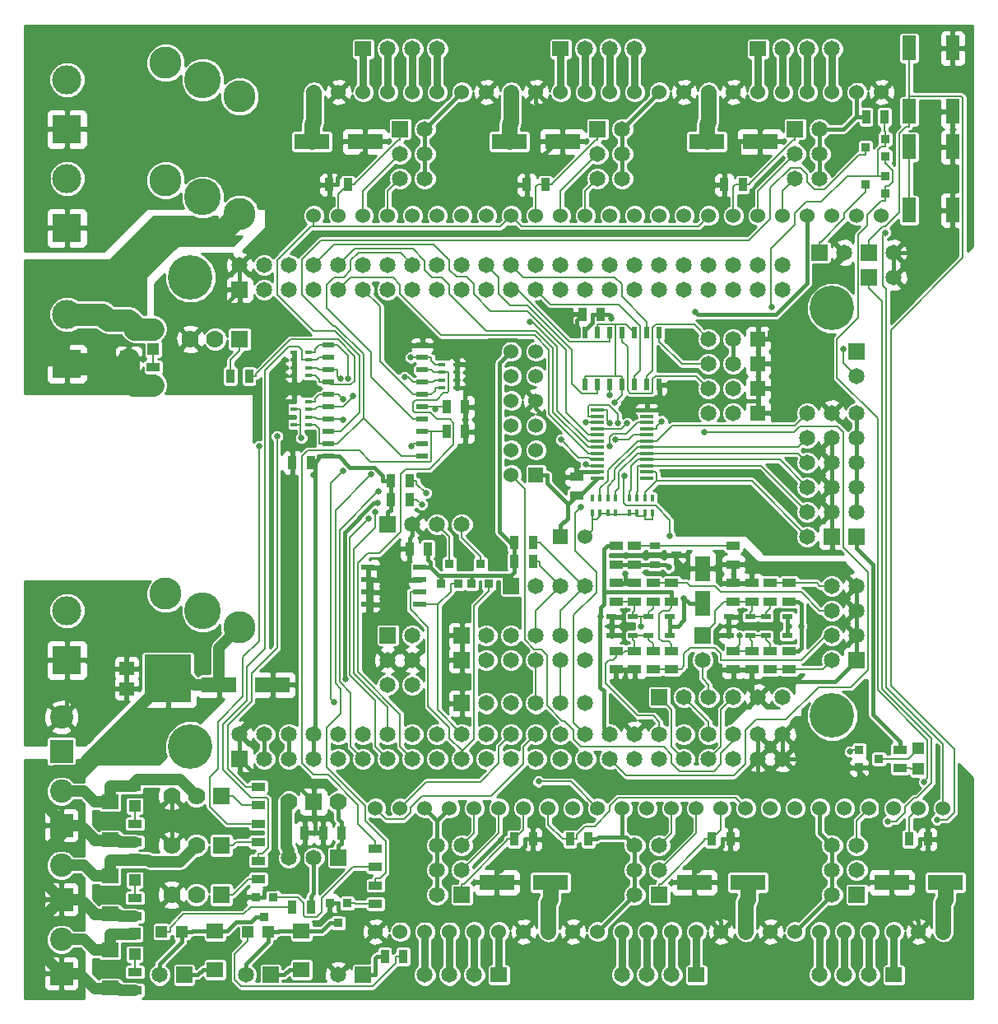
<source format=gtl>
G04 (created by PCBNEW (2013-07-07 BZR 4022)-stable) date 2/10/2014 10:10:30 AM*
%MOIN*%
G04 Gerber Fmt 3.4, Leading zero omitted, Abs format*
%FSLAX34Y34*%
G01*
G70*
G90*
G04 APERTURE LIST*
%ADD10C,0.00590551*%
%ADD11C,0.18*%
%ADD12R,0.065X0.065*%
%ADD13C,0.065*%
%ADD14R,0.035X0.055*%
%ADD15R,0.055X0.035*%
%ADD16C,0.06*%
%ADD17R,0.06X0.06*%
%ADD18R,0.1417X0.063*%
%ADD19C,0.07*%
%ADD20R,0.07X0.07*%
%ADD21R,0.0472X0.0472*%
%ADD22R,0.1181X0.1181*%
%ADD23C,0.1181*%
%ADD24R,0.065X0.06*%
%ADD25R,0.055X0.0984*%
%ADD26R,0.05X0.02*%
%ADD27R,0.02X0.045*%
%ADD28R,0.03X0.017*%
%ADD29C,0.13*%
%ADD30C,0.149*%
%ADD31R,0.036X0.036*%
%ADD32R,0.0657X0.061*%
%ADD33C,0.0944882*%
%ADD34R,0.0944882X0.0944882*%
%ADD35R,0.017X0.03*%
%ADD36R,0.0551X0.0236*%
%ADD37R,0.0394X0.0315*%
%ADD38R,0.0394X0.0236*%
%ADD39R,0.063X0.1024*%
%ADD40R,0.0590551X0.0551*%
%ADD41R,0.188976X0.192913*%
%ADD42R,0.0551X0.0138*%
%ADD43C,0.025*%
%ADD44C,0.016*%
%ADD45C,0.09*%
%ADD46C,0.063*%
%ADD47C,0.045*%
%ADD48C,0.008*%
%ADD49C,0.03*%
%ADD50C,0.01*%
G04 APERTURE END LIST*
G54D10*
G54D11*
X32400Y11750D03*
X6400Y10500D03*
X6400Y29500D03*
X32400Y28250D03*
G54D12*
X8400Y10000D03*
G54D13*
X8400Y11000D03*
X9400Y10000D03*
X9400Y11000D03*
X10400Y10000D03*
X10400Y11000D03*
X11400Y10000D03*
X11400Y11000D03*
X12400Y10000D03*
X12400Y11000D03*
X13400Y10000D03*
X13400Y11000D03*
X14400Y10000D03*
X14400Y11000D03*
X15400Y10000D03*
X15400Y11000D03*
X16400Y10000D03*
X16400Y11000D03*
X17400Y10000D03*
X17400Y11000D03*
X18400Y10000D03*
X18400Y11000D03*
X19400Y10000D03*
X19400Y11000D03*
X20400Y10000D03*
X20400Y11000D03*
X21400Y10000D03*
X21400Y11000D03*
X22400Y10000D03*
X22400Y11000D03*
X23400Y10000D03*
X23400Y11000D03*
X24400Y10000D03*
X24400Y11000D03*
X25400Y10000D03*
X25400Y11000D03*
X26400Y10000D03*
X26400Y11000D03*
X27400Y10000D03*
X27400Y11000D03*
X28400Y10000D03*
X28400Y11000D03*
X29400Y10000D03*
X29400Y11000D03*
X30400Y10000D03*
X30400Y11000D03*
G54D12*
X8400Y29000D03*
G54D13*
X8400Y30000D03*
X9400Y29000D03*
X9400Y30000D03*
X10400Y29000D03*
X10400Y30000D03*
X11400Y29000D03*
X11400Y30000D03*
X12400Y29000D03*
X12400Y30000D03*
X13400Y29000D03*
X13400Y30000D03*
X14400Y29000D03*
X14400Y30000D03*
X15400Y29000D03*
X15400Y30000D03*
X16400Y29000D03*
X16400Y30000D03*
X17400Y29000D03*
X17400Y30000D03*
X18400Y29000D03*
X18400Y30000D03*
X19400Y29000D03*
X19400Y30000D03*
X20400Y29000D03*
X20400Y30000D03*
X21400Y29000D03*
X21400Y30000D03*
X22400Y29000D03*
X22400Y30000D03*
X23400Y29000D03*
X23400Y30000D03*
X24400Y29000D03*
X24400Y30000D03*
X25400Y29000D03*
X25400Y30000D03*
X26400Y29000D03*
X26400Y30000D03*
X27400Y29000D03*
X27400Y30000D03*
X28400Y29000D03*
X28400Y30000D03*
X29400Y29000D03*
X29400Y30000D03*
X30400Y29000D03*
X30400Y30000D03*
G54D14*
X14525Y20500D03*
X15275Y20500D03*
X14525Y21250D03*
X15275Y21250D03*
X35525Y6750D03*
X36275Y6750D03*
X27525Y6750D03*
X28275Y6750D03*
X19525Y6750D03*
X20275Y6750D03*
X20775Y33250D03*
X20025Y33250D03*
X12775Y33250D03*
X12025Y33250D03*
X28775Y33250D03*
X28025Y33250D03*
G54D15*
X35150Y10375D03*
X35150Y9625D03*
X22050Y20675D03*
X22050Y21425D03*
G54D14*
X10275Y7000D03*
X11025Y7000D03*
G54D15*
X25900Y16375D03*
X25900Y17125D03*
X25900Y14375D03*
X25900Y13625D03*
X30650Y14375D03*
X30650Y13625D03*
X4150Y625D03*
X4150Y1375D03*
X4150Y3625D03*
X4150Y4375D03*
X4900Y25125D03*
X4900Y25875D03*
G54D16*
X11400Y32000D03*
X12400Y32000D03*
X13400Y32000D03*
X14400Y32000D03*
X15400Y32000D03*
X16400Y32000D03*
X17400Y32000D03*
X18400Y32000D03*
X18400Y37000D03*
X17400Y37000D03*
X16400Y37000D03*
X15400Y37000D03*
X14400Y37000D03*
X13400Y37000D03*
X12400Y37000D03*
X11400Y37000D03*
X19400Y32000D03*
X20400Y32000D03*
X21400Y32000D03*
X22400Y32000D03*
X23400Y32000D03*
X24400Y32000D03*
X25400Y32000D03*
X26400Y32000D03*
X26400Y37000D03*
X25400Y37000D03*
X24400Y37000D03*
X23400Y37000D03*
X22400Y37000D03*
X21400Y37000D03*
X20400Y37000D03*
X19400Y37000D03*
X27400Y32000D03*
X28400Y32000D03*
X29400Y32000D03*
X30400Y32000D03*
X31400Y32000D03*
X32400Y32000D03*
X33400Y32000D03*
X34400Y32000D03*
X34400Y37000D03*
X33400Y37000D03*
X32400Y37000D03*
X31400Y37000D03*
X30400Y37000D03*
X29400Y37000D03*
X28400Y37000D03*
X27400Y37000D03*
X20900Y8000D03*
X19900Y8000D03*
X18900Y8000D03*
X17900Y8000D03*
X16900Y8000D03*
X15900Y8000D03*
X14900Y8000D03*
X13900Y8000D03*
X13900Y3000D03*
X14900Y3000D03*
X15900Y3000D03*
X16900Y3000D03*
X17900Y3000D03*
X18900Y3000D03*
X19900Y3000D03*
X20900Y3000D03*
X28900Y8000D03*
X27900Y8000D03*
X26900Y8000D03*
X25900Y8000D03*
X24900Y8000D03*
X23900Y8000D03*
X22900Y8000D03*
X21900Y8000D03*
X21900Y3000D03*
X22900Y3000D03*
X23900Y3000D03*
X24900Y3000D03*
X25900Y3000D03*
X26900Y3000D03*
X27900Y3000D03*
X28900Y3000D03*
G54D12*
X14400Y19500D03*
G54D13*
X15400Y19500D03*
X16400Y19500D03*
X17400Y19500D03*
G54D12*
X14900Y35500D03*
G54D13*
X15900Y35500D03*
X14900Y34500D03*
X15900Y34500D03*
X14900Y33500D03*
X15900Y33500D03*
G54D12*
X17400Y4500D03*
G54D13*
X16400Y4500D03*
X17400Y5500D03*
X16400Y5500D03*
X17400Y6500D03*
X16400Y6500D03*
G54D12*
X33400Y4500D03*
G54D13*
X32400Y4500D03*
X33400Y5500D03*
X32400Y5500D03*
X33400Y6500D03*
X32400Y6500D03*
G54D12*
X30900Y35500D03*
G54D13*
X31900Y35500D03*
X30900Y34500D03*
X31900Y34500D03*
X30900Y33500D03*
X31900Y33500D03*
G54D12*
X22900Y35500D03*
G54D13*
X23900Y35500D03*
X22900Y34500D03*
X23900Y34500D03*
X22900Y33500D03*
X23900Y33500D03*
G54D17*
X29400Y25000D03*
G54D13*
X28400Y25000D03*
X27400Y25000D03*
G54D17*
X29400Y24000D03*
G54D13*
X28400Y24000D03*
X27400Y24000D03*
G54D17*
X29400Y26000D03*
G54D13*
X28400Y26000D03*
X27400Y26000D03*
G54D17*
X29400Y27000D03*
G54D13*
X28400Y27000D03*
X27400Y27000D03*
G54D18*
X27317Y35000D03*
X29483Y35000D03*
X7567Y13000D03*
X9733Y13000D03*
X28983Y5000D03*
X26817Y5000D03*
X20983Y5000D03*
X18817Y5000D03*
X19317Y35000D03*
X21483Y35000D03*
X11317Y35000D03*
X13483Y35000D03*
G54D19*
X7400Y27000D03*
X6400Y27000D03*
G54D20*
X8400Y27000D03*
G54D19*
X6650Y6500D03*
X5650Y6500D03*
G54D20*
X7650Y6500D03*
G54D19*
X6650Y4500D03*
X5650Y4500D03*
G54D20*
X7650Y4500D03*
G54D21*
X35900Y9587D03*
X35900Y10413D03*
G54D14*
X33775Y36000D03*
X34525Y36000D03*
G54D19*
X6650Y8500D03*
X5650Y8500D03*
G54D20*
X7650Y8500D03*
G54D15*
X4150Y6625D03*
X4150Y7375D03*
G54D22*
X1400Y35500D03*
G54D23*
X1400Y37500D03*
G54D24*
X13400Y38750D03*
G54D13*
X14400Y38750D03*
X15400Y38750D03*
X16400Y38750D03*
G54D24*
X21400Y38750D03*
G54D13*
X22400Y38750D03*
X23400Y38750D03*
X24400Y38750D03*
G54D24*
X29400Y38750D03*
G54D13*
X30400Y38750D03*
X31400Y38750D03*
X32400Y38750D03*
G54D24*
X18900Y1250D03*
G54D13*
X17900Y1250D03*
X16900Y1250D03*
X15900Y1250D03*
G54D15*
X30650Y16375D03*
X30650Y17125D03*
G54D12*
X33400Y14000D03*
G54D13*
X32400Y14000D03*
X33400Y15000D03*
X32400Y15000D03*
X33400Y16000D03*
X32400Y16000D03*
X33400Y17000D03*
X32400Y17000D03*
G54D15*
X29150Y16375D03*
X29150Y17125D03*
X24400Y16375D03*
X24400Y17125D03*
X29150Y14375D03*
X29150Y13625D03*
X24400Y14375D03*
X24400Y13625D03*
X29900Y17125D03*
X29900Y16375D03*
X25150Y17125D03*
X25150Y16375D03*
X29900Y13625D03*
X29900Y14375D03*
X25150Y13625D03*
X25150Y14375D03*
G54D22*
X1400Y26000D03*
G54D23*
X1400Y28000D03*
G54D22*
X1400Y14000D03*
G54D23*
X1400Y16000D03*
G54D25*
X35514Y34779D03*
X37286Y34779D03*
X35514Y32220D03*
X37286Y32220D03*
G54D14*
X22525Y6750D03*
X21775Y6750D03*
G54D24*
X26900Y1250D03*
G54D13*
X25900Y1250D03*
X24900Y1250D03*
X23900Y1250D03*
G54D24*
X34900Y1250D03*
G54D13*
X33900Y1250D03*
X32900Y1250D03*
X31900Y1250D03*
G54D18*
X36983Y5000D03*
X34817Y5000D03*
G54D16*
X36900Y8000D03*
X35900Y8000D03*
X34900Y8000D03*
X33900Y8000D03*
X32900Y8000D03*
X31900Y8000D03*
X30900Y8000D03*
X29900Y8000D03*
X29900Y3000D03*
X30900Y3000D03*
X31900Y3000D03*
X32900Y3000D03*
X33900Y3000D03*
X34900Y3000D03*
X35900Y3000D03*
X36900Y3000D03*
G54D12*
X25400Y4500D03*
G54D13*
X24400Y4500D03*
X25400Y5500D03*
X24400Y5500D03*
X25400Y6500D03*
X24400Y6500D03*
G54D26*
X12000Y26750D03*
X12000Y26250D03*
X12000Y25750D03*
X12000Y25250D03*
X12000Y24750D03*
X12000Y24250D03*
X12000Y23750D03*
X12000Y23250D03*
X12000Y22750D03*
X12000Y22250D03*
X15800Y22250D03*
X15800Y22750D03*
X15800Y23250D03*
X15800Y23750D03*
X15800Y24250D03*
X15800Y24750D03*
X15800Y25250D03*
X15800Y25750D03*
X15800Y26250D03*
X15800Y26750D03*
G54D27*
X22400Y25150D03*
X22900Y25150D03*
X23400Y25150D03*
X23900Y25150D03*
X24400Y25150D03*
X24900Y25150D03*
X25400Y25150D03*
X25400Y27250D03*
X24900Y27250D03*
X24400Y27250D03*
X23900Y27250D03*
X23400Y27250D03*
X22900Y27250D03*
X22400Y27250D03*
G54D14*
X23025Y28000D03*
X22275Y28000D03*
X11275Y22000D03*
X10525Y22000D03*
X19525Y18000D03*
X20275Y18000D03*
X19525Y18750D03*
X20275Y18750D03*
G54D28*
X11200Y23843D03*
X10600Y23843D03*
X11200Y24157D03*
X10600Y24157D03*
X11200Y23528D03*
X11200Y24472D03*
X10600Y24472D03*
X10600Y23528D03*
X16600Y25657D03*
X17200Y25657D03*
X16600Y25343D03*
X17200Y25343D03*
X16600Y25972D03*
X16600Y25028D03*
X17200Y25028D03*
X17200Y25972D03*
X11200Y25843D03*
X10600Y25843D03*
X11200Y26157D03*
X10600Y26157D03*
X11200Y25528D03*
X11200Y26472D03*
X10600Y26472D03*
X10600Y25528D03*
G54D12*
X17400Y15000D03*
G54D13*
X18400Y15000D03*
X19400Y15000D03*
X20400Y15000D03*
X21400Y15000D03*
X22400Y15000D03*
G54D12*
X19400Y17000D03*
G54D13*
X20400Y17000D03*
X21400Y17000D03*
X22400Y17000D03*
G54D12*
X12400Y6000D03*
G54D13*
X11400Y6000D03*
X10400Y6000D03*
G54D19*
X10400Y8250D03*
G54D20*
X11400Y8250D03*
G54D19*
X12400Y8250D03*
G54D12*
X17400Y14000D03*
G54D13*
X18400Y14000D03*
X19400Y14000D03*
X20400Y14000D03*
X21400Y14000D03*
X22400Y14000D03*
G54D12*
X13400Y1250D03*
G54D13*
X12400Y1250D03*
G54D29*
X5400Y16680D03*
X8400Y15320D03*
G54D30*
X6900Y16000D03*
G54D29*
X5400Y38180D03*
X8400Y36820D03*
G54D30*
X6900Y37500D03*
G54D29*
X5400Y33430D03*
X8400Y32070D03*
G54D30*
X6900Y32750D03*
G54D31*
X12050Y4150D03*
X12750Y4150D03*
X12400Y3350D03*
X9050Y4400D03*
X9750Y4400D03*
X9400Y3600D03*
G54D14*
X14275Y2000D03*
X15025Y2000D03*
X11275Y4000D03*
X10525Y4000D03*
G54D12*
X9650Y1250D03*
G54D13*
X8650Y1250D03*
G54D12*
X6150Y1250D03*
G54D13*
X5150Y1250D03*
G54D32*
X3150Y2274D03*
X3150Y713D03*
G54D14*
X12525Y7000D03*
X11775Y7000D03*
G54D32*
X3900Y27774D03*
X3900Y26213D03*
X3150Y5274D03*
X3150Y3713D03*
X3150Y8274D03*
X3150Y6713D03*
X10900Y3024D03*
X10900Y1463D03*
X7400Y3024D03*
X7400Y1463D03*
G54D17*
X20400Y21500D03*
G54D16*
X19400Y21500D03*
X20400Y22500D03*
X19400Y22500D03*
X20400Y23500D03*
X19400Y23500D03*
X20400Y24500D03*
X19400Y24500D03*
X20400Y25500D03*
X19400Y25500D03*
X20400Y26500D03*
X19400Y26500D03*
G54D12*
X33900Y29500D03*
G54D13*
X34900Y29500D03*
G54D33*
X1175Y2688D03*
G54D34*
X1175Y1311D03*
G54D33*
X1175Y5688D03*
G54D34*
X1175Y4311D03*
G54D33*
X1175Y8688D03*
G54D34*
X1175Y7311D03*
G54D35*
X22993Y19950D03*
X22993Y20550D03*
X23307Y19950D03*
X23307Y20550D03*
X22678Y19950D03*
X23622Y19950D03*
X23622Y20550D03*
X22678Y20550D03*
X24493Y19950D03*
X24493Y20550D03*
X24807Y19950D03*
X24807Y20550D03*
X24178Y19950D03*
X25122Y19950D03*
X25122Y20550D03*
X24178Y20550D03*
G54D17*
X21400Y19000D03*
G54D16*
X22400Y19000D03*
G54D22*
X1400Y31500D03*
G54D23*
X1400Y33500D03*
G54D21*
X4150Y5087D03*
X4150Y5913D03*
X4150Y8087D03*
X4150Y8913D03*
X4150Y2087D03*
X4150Y2913D03*
X4900Y26587D03*
X4900Y27413D03*
X8737Y3000D03*
X9563Y3000D03*
X5237Y3000D03*
X6063Y3000D03*
G54D14*
X16025Y18500D03*
X15275Y18500D03*
X16775Y23250D03*
X17525Y23250D03*
X16775Y24250D03*
X17525Y24250D03*
X8775Y25500D03*
X8025Y25500D03*
G54D15*
X9150Y5875D03*
X9150Y5125D03*
X9150Y8875D03*
X9150Y8125D03*
X9150Y7375D03*
X9150Y6625D03*
G54D36*
X15700Y17750D03*
X13600Y17750D03*
X15700Y17250D03*
X15700Y16750D03*
X15700Y16250D03*
X13600Y17250D03*
X13600Y16750D03*
X13600Y16250D03*
G54D37*
X26083Y18250D03*
X25217Y17875D03*
X25217Y18625D03*
G54D38*
X29083Y15750D03*
X28217Y15750D03*
X30583Y15750D03*
X29717Y15750D03*
X29083Y15000D03*
X28217Y15000D03*
X30583Y15000D03*
X29717Y15000D03*
X25833Y15750D03*
X24967Y15750D03*
X24333Y15750D03*
X23467Y15750D03*
X24333Y15000D03*
X23467Y15000D03*
X25833Y15000D03*
X24967Y15000D03*
G54D15*
X24400Y17875D03*
X24400Y18625D03*
X28400Y18625D03*
X28400Y17875D03*
X23650Y18625D03*
X23650Y17875D03*
X13900Y6375D03*
X13900Y5625D03*
X13900Y4875D03*
X13900Y4125D03*
G54D12*
X27150Y15000D03*
G54D13*
X27150Y14000D03*
G54D39*
X27150Y16291D03*
X27150Y17709D03*
G54D15*
X28400Y14375D03*
X28400Y13625D03*
X23650Y16375D03*
X23650Y17125D03*
X23650Y14375D03*
X23650Y13625D03*
X28400Y16375D03*
X28400Y17125D03*
G54D12*
X33400Y26500D03*
G54D13*
X33400Y25500D03*
G54D12*
X33400Y19000D03*
G54D13*
X33400Y20000D03*
X33400Y21000D03*
X33400Y22000D03*
X33400Y23000D03*
X33400Y24000D03*
G54D12*
X32400Y19000D03*
G54D13*
X31400Y19000D03*
X32400Y20000D03*
X31400Y20000D03*
X32400Y21000D03*
X31400Y21000D03*
X32400Y22000D03*
X31400Y22000D03*
X32400Y23000D03*
X31400Y23000D03*
X32400Y24000D03*
X31400Y24000D03*
G54D40*
X3817Y12841D03*
X3817Y13659D03*
G54D41*
X5491Y13250D03*
G54D31*
X33500Y9650D03*
X33500Y10350D03*
X34300Y10000D03*
G54D42*
X24900Y21375D03*
X24900Y21625D03*
X24900Y21875D03*
X24900Y22125D03*
X24900Y22375D03*
X24900Y22625D03*
X24900Y22875D03*
X24900Y23125D03*
X24900Y23375D03*
X24900Y23625D03*
X24900Y23875D03*
X24900Y24125D03*
X22900Y24125D03*
X22900Y23875D03*
X22900Y23625D03*
X22900Y23375D03*
X22900Y23125D03*
X22900Y22875D03*
X22900Y22625D03*
X22900Y22375D03*
X22900Y22125D03*
X22900Y21875D03*
X22900Y21625D03*
X22900Y21375D03*
G54D25*
X35514Y38779D03*
X37286Y38779D03*
X35514Y36220D03*
X37286Y36220D03*
G54D31*
X34550Y33600D03*
X34550Y32900D03*
X33750Y33250D03*
X34550Y35100D03*
X34550Y34400D03*
X33750Y34750D03*
X18500Y17100D03*
X17800Y17100D03*
X18150Y17900D03*
X17250Y17100D03*
X16550Y17100D03*
X16900Y17900D03*
G54D12*
X33900Y30500D03*
G54D13*
X34900Y30500D03*
G54D12*
X14400Y15000D03*
G54D13*
X15400Y15000D03*
X14400Y14000D03*
X15400Y14000D03*
X14400Y13000D03*
X15400Y13000D03*
G54D12*
X17400Y12250D03*
G54D13*
X18400Y12250D03*
X19400Y12250D03*
X20400Y12250D03*
X21400Y12250D03*
X22400Y12250D03*
G54D12*
X25400Y12500D03*
G54D13*
X26400Y12500D03*
X27400Y12500D03*
X28400Y12500D03*
X29400Y12500D03*
X30400Y12500D03*
G54D12*
X31900Y30500D03*
G54D13*
X32900Y30500D03*
G54D33*
X1175Y11688D03*
G54D34*
X1175Y10311D03*
G54D43*
X34544Y31304D03*
X34653Y7473D03*
X28150Y15375D03*
X26400Y17750D03*
X24025Y13250D03*
X24025Y17500D03*
X23400Y15375D03*
X23025Y15750D03*
X31150Y15375D03*
X15344Y22655D03*
X13899Y19987D03*
X26838Y28106D03*
X22047Y27485D03*
X20504Y9083D03*
X12996Y24681D03*
X23601Y24432D03*
X29942Y28286D03*
X32857Y26610D03*
X12802Y25398D03*
X9171Y22670D03*
X15331Y26252D03*
X12472Y25405D03*
X9910Y23063D03*
X15071Y25466D03*
X12572Y24577D03*
X13727Y21520D03*
X16325Y24156D03*
X12589Y23723D03*
X12589Y21654D03*
X12234Y12308D03*
X33114Y10290D03*
X36121Y9077D03*
X24098Y23603D03*
X25820Y19029D03*
X23998Y21460D03*
X23625Y22929D03*
X23723Y23603D03*
X22204Y20179D03*
X23382Y22674D03*
X30650Y15375D03*
X25774Y17750D03*
X26400Y16500D03*
X36644Y7539D03*
X22413Y23626D03*
X27228Y23242D03*
X25501Y23675D03*
X15945Y20768D03*
X15775Y20294D03*
X23400Y24719D03*
X23387Y23609D03*
X11400Y21500D03*
X10900Y23000D03*
X23445Y27845D03*
X28650Y15000D03*
X24650Y15375D03*
X12688Y13224D03*
X13986Y20346D03*
X20139Y27703D03*
X22414Y21945D03*
X14031Y20827D03*
X21404Y22920D03*
X13624Y19724D03*
G54D44*
X11400Y4560D02*
X11275Y4435D01*
X11400Y6000D02*
X11400Y4560D01*
X11275Y4000D02*
X11275Y4435D01*
X6698Y1250D02*
X6911Y1462D01*
X6150Y1250D02*
X6698Y1250D01*
X7400Y1462D02*
X6911Y1462D01*
X10198Y1250D02*
X10411Y1462D01*
X9650Y1250D02*
X10198Y1250D01*
X10900Y1462D02*
X10411Y1462D01*
X13885Y1945D02*
X13939Y2000D01*
X13885Y1250D02*
X13885Y1945D01*
X13400Y1250D02*
X13885Y1250D01*
X14275Y2000D02*
X13939Y2000D01*
G54D45*
X4094Y25182D02*
X4094Y25125D01*
X3900Y25377D02*
X4094Y25182D01*
X4900Y25125D02*
X4094Y25125D01*
X269Y27130D02*
X1400Y26000D01*
X269Y28477D02*
X269Y27130D01*
X1540Y29748D02*
X269Y28477D01*
X3757Y29748D02*
X1540Y29748D01*
X5322Y31314D02*
X3757Y29748D01*
X7644Y31314D02*
X5322Y31314D01*
X8400Y32070D02*
X7644Y31314D01*
X3900Y26212D02*
X3900Y25795D01*
X3900Y25795D02*
X3900Y25377D01*
X2725Y25795D02*
X2520Y26000D01*
X3900Y25795D02*
X2725Y25795D01*
X1400Y26000D02*
X2520Y26000D01*
G54D46*
X20900Y4206D02*
X20982Y4289D01*
X20900Y3000D02*
X20900Y4206D01*
X20982Y5000D02*
X20982Y4289D01*
X36900Y4206D02*
X36900Y3000D01*
X36982Y4289D02*
X36900Y4206D01*
X36982Y5000D02*
X36982Y4289D01*
X11400Y35793D02*
X11400Y37000D01*
X11317Y35710D02*
X11400Y35793D01*
X11317Y35000D02*
X11317Y35710D01*
X28900Y4206D02*
X28982Y4289D01*
X28900Y3000D02*
X28900Y4206D01*
X28982Y5000D02*
X28982Y4289D01*
X27400Y35793D02*
X27317Y35710D01*
X27400Y37000D02*
X27400Y35793D01*
X27317Y35000D02*
X27317Y35710D01*
X19400Y35793D02*
X19317Y35710D01*
X19400Y37000D02*
X19400Y35793D01*
X19317Y35000D02*
X19317Y35710D01*
G54D47*
X1175Y4311D02*
X150Y3285D01*
X150Y2336D02*
X1175Y1311D01*
X150Y3285D02*
X150Y2336D01*
X7567Y13000D02*
X6553Y13000D01*
X4150Y6625D02*
X3569Y6625D01*
X3481Y3712D02*
X3569Y3625D01*
X3150Y3712D02*
X3481Y3712D01*
X4150Y3625D02*
X3569Y3625D01*
X3481Y712D02*
X3569Y625D01*
X1175Y1311D02*
X1953Y1311D01*
X3150Y712D02*
X2516Y712D01*
X1953Y1311D02*
X1953Y1276D01*
X1953Y1276D02*
X2516Y712D01*
X4150Y625D02*
X3569Y625D01*
X3150Y712D02*
X3481Y712D01*
X7567Y13000D02*
X7567Y13620D01*
X3481Y6712D02*
X3150Y6712D01*
X3569Y6625D02*
X3481Y6712D01*
X2516Y6747D02*
X1953Y7311D01*
X2516Y6712D02*
X2516Y6747D01*
X3150Y6712D02*
X2516Y6712D01*
X1564Y7311D02*
X1953Y7311D01*
X6303Y13250D02*
X6553Y13000D01*
X5490Y13250D02*
X6303Y13250D01*
X1370Y7311D02*
X1369Y7311D01*
X1175Y7311D02*
X1369Y7311D01*
X1370Y7311D02*
X1564Y7311D01*
X1774Y9533D02*
X5490Y13250D01*
X917Y9533D02*
X1774Y9533D01*
X369Y8985D02*
X917Y9533D01*
X369Y8311D02*
X369Y8985D01*
X1369Y7311D02*
X369Y8311D01*
X396Y5090D02*
X1175Y4311D01*
X396Y6143D02*
X396Y5090D01*
X1564Y7311D02*
X396Y6143D01*
X2516Y3747D02*
X2516Y3712D01*
X1953Y4311D02*
X2516Y3747D01*
X1175Y4311D02*
X1953Y4311D01*
X3150Y3712D02*
X2516Y3712D01*
X10275Y8125D02*
X10275Y7000D01*
X10400Y8250D02*
X10275Y8125D01*
X10400Y6294D02*
X10400Y6000D01*
X10275Y6419D02*
X10400Y6294D01*
X10275Y7000D02*
X10275Y6419D01*
X7567Y14487D02*
X7567Y13620D01*
X8400Y15320D02*
X7567Y14487D01*
G54D48*
X22070Y6934D02*
X22070Y6750D01*
X22394Y7258D02*
X22070Y6934D01*
X22775Y7258D02*
X22394Y7258D01*
X23400Y7883D02*
X22775Y7258D01*
X23400Y8094D02*
X23400Y7883D01*
X23727Y8422D02*
X23400Y8094D01*
X28477Y8422D02*
X23727Y8422D01*
X28900Y8000D02*
X28477Y8422D01*
X21775Y6750D02*
X22070Y6750D01*
X20900Y7329D02*
X21479Y6750D01*
X20900Y8000D02*
X20900Y7329D01*
X21775Y6750D02*
X21479Y6750D01*
X34454Y31215D02*
X34544Y31304D01*
X34454Y29171D02*
X34454Y31215D01*
X34593Y29033D02*
X34454Y29171D01*
X34593Y12904D02*
X34593Y29033D01*
X36900Y10597D02*
X34593Y12904D01*
X36900Y8000D02*
X36900Y10597D01*
X26978Y31578D02*
X27400Y32000D01*
X19821Y31578D02*
X26978Y31578D01*
X19400Y32000D02*
X19821Y31578D01*
X18965Y31565D02*
X19400Y32000D01*
X11400Y31565D02*
X18965Y31565D01*
X11400Y31565D02*
X11400Y32000D01*
X11278Y31565D02*
X11400Y31565D01*
X9921Y30208D02*
X11278Y31565D01*
X9921Y28803D02*
X9921Y30208D01*
X11399Y27326D02*
X9921Y28803D01*
X12259Y27326D02*
X11399Y27326D01*
X13241Y26344D02*
X12259Y27326D01*
X13241Y24016D02*
X13241Y26344D01*
X12474Y23250D02*
X13241Y24016D01*
X12000Y23250D02*
X12474Y23250D01*
X11629Y23368D02*
X11470Y23527D01*
X11629Y22750D02*
X11629Y23368D01*
X12000Y22750D02*
X11629Y22750D01*
X11200Y23527D02*
X11470Y23527D01*
X12000Y22750D02*
X12370Y22750D01*
X33750Y34750D02*
X33750Y34449D01*
X14947Y22250D02*
X15800Y22250D01*
X13408Y23788D02*
X14947Y22250D01*
X12370Y22750D02*
X13408Y23788D01*
X33495Y34449D02*
X33750Y34449D01*
X32099Y33054D02*
X33495Y34449D01*
X31702Y33054D02*
X32099Y33054D01*
X31400Y33356D02*
X31702Y33054D01*
X31400Y33656D02*
X31400Y33356D01*
X31111Y33945D02*
X31400Y33656D01*
X30708Y33945D02*
X31111Y33945D01*
X29900Y33136D02*
X30708Y33945D01*
X29900Y31871D02*
X29900Y33136D01*
X29020Y30991D02*
X29900Y31871D01*
X11683Y30991D02*
X29020Y30991D01*
X10920Y30228D02*
X11683Y30991D01*
X10920Y28806D02*
X10920Y30228D01*
X12184Y27542D02*
X10920Y28806D01*
X12268Y27542D02*
X12184Y27542D01*
X13408Y26403D02*
X12268Y27542D01*
X13408Y23788D02*
X13408Y26403D01*
G54D44*
X8650Y1690D02*
X8650Y1250D01*
X9562Y2603D02*
X8650Y1690D01*
X9562Y3000D02*
X9562Y2603D01*
X9562Y3000D02*
X9959Y3000D01*
X9983Y3024D02*
X10900Y3024D01*
X9959Y3000D02*
X9983Y3024D01*
X11733Y3024D02*
X12059Y3350D01*
X10900Y3024D02*
X11733Y3024D01*
X12400Y3350D02*
X12059Y3350D01*
X5150Y1690D02*
X5150Y1250D01*
X6062Y2603D02*
X5150Y1690D01*
X6062Y3000D02*
X6062Y2603D01*
X6062Y3000D02*
X6459Y3000D01*
X6483Y3024D02*
X7400Y3024D01*
X6459Y3000D02*
X6483Y3024D01*
X8857Y3397D02*
X9059Y3600D01*
X8262Y3397D02*
X8857Y3397D01*
X7888Y3024D02*
X8262Y3397D01*
X7400Y3024D02*
X7888Y3024D01*
X9400Y3600D02*
X9059Y3600D01*
G54D45*
X4900Y27412D02*
X4133Y27412D01*
X4133Y27540D02*
X3900Y27774D01*
X4133Y27412D02*
X4133Y27540D01*
X2815Y28000D02*
X3041Y27774D01*
X1400Y28000D02*
X2815Y28000D01*
X3900Y27774D02*
X3041Y27774D01*
G54D47*
X2101Y2688D02*
X2516Y2274D01*
X1175Y2688D02*
X2101Y2688D01*
X3150Y2274D02*
X2516Y2274D01*
X3580Y2884D02*
X3150Y2884D01*
X3608Y2912D02*
X3580Y2884D01*
X4150Y2912D02*
X3608Y2912D01*
X3150Y2274D02*
X3150Y2884D01*
X3580Y5884D02*
X3150Y5884D01*
X3608Y5912D02*
X3580Y5884D01*
X3150Y5274D02*
X3150Y5884D01*
X2101Y5688D02*
X2516Y5274D01*
X1175Y5688D02*
X2101Y5688D01*
X3150Y5274D02*
X2516Y5274D01*
X3879Y5912D02*
X3608Y5912D01*
X3879Y5912D02*
X4150Y5912D01*
X5988Y5838D02*
X6650Y6500D01*
X4765Y5838D02*
X5988Y5838D01*
X4691Y5912D02*
X4765Y5838D01*
X4150Y5912D02*
X4691Y5912D01*
X2101Y8688D02*
X2516Y8274D01*
X1175Y8688D02*
X2101Y8688D01*
X3150Y8274D02*
X2516Y8274D01*
X3580Y8884D02*
X3150Y8884D01*
X3608Y8912D02*
X3580Y8884D01*
X3150Y8274D02*
X3150Y8884D01*
X4150Y8912D02*
X4013Y8912D01*
X4013Y8912D02*
X3608Y8912D01*
X5984Y9165D02*
X6650Y8500D01*
X4265Y9165D02*
X5984Y9165D01*
X4013Y8912D02*
X4265Y9165D01*
G54D44*
X12400Y7560D02*
X12525Y7435D01*
X12400Y8250D02*
X12400Y7560D01*
X12525Y7000D02*
X12525Y7435D01*
X12479Y6564D02*
X12525Y6564D01*
X12400Y6485D02*
X12479Y6564D01*
X12400Y6000D02*
X12400Y6485D01*
X12525Y7000D02*
X12525Y6564D01*
G54D48*
X35514Y32220D02*
X35514Y34779D01*
X33900Y29500D02*
X33900Y29054D01*
X34993Y7473D02*
X34653Y7473D01*
X35364Y7845D02*
X34993Y7473D01*
X35364Y8063D02*
X35364Y7845D01*
X35721Y8420D02*
X35364Y8063D01*
X35825Y8420D02*
X35721Y8420D01*
X36432Y9026D02*
X35825Y8420D01*
X36432Y10839D02*
X36432Y9026D01*
X34426Y12844D02*
X36432Y10839D01*
X34426Y28528D02*
X34426Y12844D01*
X33900Y29054D02*
X34426Y28528D01*
G54D49*
X32900Y1250D02*
X32900Y3000D01*
X31900Y1250D02*
X31900Y3000D01*
X33900Y1250D02*
X33900Y3000D01*
X34900Y1250D02*
X34900Y3000D01*
X24900Y1250D02*
X24900Y3000D01*
X23900Y1250D02*
X23900Y3000D01*
X25900Y1250D02*
X25900Y3000D01*
X26900Y1250D02*
X26900Y3000D01*
X16900Y1250D02*
X16900Y3000D01*
X15900Y1250D02*
X15900Y3000D01*
X17900Y1250D02*
X17900Y3000D01*
X18900Y1250D02*
X18900Y3000D01*
X15400Y38750D02*
X15400Y37000D01*
X16400Y38750D02*
X16400Y37000D01*
X14400Y38750D02*
X14400Y37000D01*
X13400Y38750D02*
X13400Y37000D01*
X23400Y38750D02*
X23400Y37000D01*
X24400Y38750D02*
X24400Y37000D01*
X22400Y38750D02*
X22400Y37000D01*
X21400Y38750D02*
X21400Y37000D01*
X31400Y38750D02*
X31400Y37000D01*
X32400Y38750D02*
X32400Y37000D01*
X30400Y38750D02*
X30400Y37000D01*
X29400Y38750D02*
X29400Y37000D01*
G54D44*
X30025Y13125D02*
X29400Y12500D01*
X32525Y13125D02*
X30025Y13125D01*
X33400Y14000D02*
X32525Y13125D01*
X32525Y17875D02*
X28400Y17875D01*
X33400Y17000D02*
X32525Y17875D01*
X27774Y17875D02*
X28400Y17875D01*
X27650Y17750D02*
X27774Y17875D01*
X27609Y17709D02*
X27650Y17750D01*
X27150Y17709D02*
X27609Y17709D01*
X26440Y17709D02*
X27150Y17709D01*
X26400Y17750D02*
X26440Y17709D01*
X24025Y13625D02*
X24025Y13250D01*
X24025Y17125D02*
X24025Y17500D01*
X28400Y17125D02*
X28400Y17875D01*
X28400Y17125D02*
X29150Y17125D01*
X23650Y17125D02*
X24025Y17125D01*
X24025Y17125D02*
X24400Y17125D01*
X29150Y12750D02*
X29400Y12500D01*
X29150Y13625D02*
X29150Y12750D01*
X33400Y17000D02*
X33400Y16000D01*
X33400Y16000D02*
X33400Y15000D01*
X33400Y15000D02*
X33400Y14000D01*
X23466Y15000D02*
X23466Y15154D01*
X23466Y15307D02*
X23400Y15375D01*
X23466Y15154D02*
X23466Y15307D01*
X23467Y15153D02*
X23467Y15000D01*
X23466Y15154D02*
X23467Y15153D01*
X23466Y15442D02*
X23466Y15596D01*
X23400Y15375D02*
X23466Y15442D01*
X23466Y15596D02*
X23466Y15750D01*
X23467Y15596D02*
X23467Y15750D01*
X23466Y15596D02*
X23467Y15596D01*
X28216Y15000D02*
X28216Y15154D01*
X28216Y15307D02*
X28150Y15375D01*
X28216Y15154D02*
X28216Y15307D01*
X28217Y15153D02*
X28217Y15000D01*
X28216Y15154D02*
X28217Y15153D01*
X28216Y15442D02*
X28216Y15596D01*
X28150Y15375D02*
X28216Y15442D01*
X28216Y15596D02*
X28216Y15750D01*
X28217Y15596D02*
X28217Y15750D01*
X28216Y15596D02*
X28217Y15596D01*
X26083Y18250D02*
X26083Y18158D01*
X26083Y18067D02*
X26400Y17750D01*
X26083Y18158D02*
X26083Y18067D01*
X26082Y18158D02*
X26082Y18250D01*
X26083Y18158D02*
X26082Y18158D01*
X28400Y13625D02*
X28400Y13625D01*
X29150Y13625D02*
X29150Y13625D01*
X28400Y13625D02*
X29150Y13625D01*
X28400Y13625D02*
X28400Y13625D01*
X24025Y13625D02*
X24399Y13625D01*
X24399Y13625D02*
X24400Y13625D01*
X24399Y13625D02*
X24400Y13625D01*
X23650Y13625D02*
X23650Y13625D01*
X23650Y13625D02*
X24025Y13625D01*
X23650Y13625D02*
X23650Y13625D01*
X23025Y15750D02*
X23000Y15724D01*
X23000Y15724D02*
X23000Y12900D01*
X31025Y14375D02*
X30650Y14375D01*
X31150Y14500D02*
X31025Y14375D01*
X31150Y15375D02*
X31150Y14500D01*
X31150Y16250D02*
X31150Y15375D01*
X31025Y16375D02*
X31150Y16250D01*
X30650Y16375D02*
X31025Y16375D01*
G54D48*
X25900Y14625D02*
X25900Y14375D01*
X25774Y14750D02*
X25900Y14625D01*
X25525Y14750D02*
X25774Y14750D01*
X25400Y14875D02*
X25525Y14750D01*
X25400Y15875D02*
X25400Y14875D01*
X25525Y16000D02*
X25400Y15875D01*
X25774Y16000D02*
X25525Y16000D01*
X25900Y16125D02*
X25774Y16000D01*
X25900Y16375D02*
X25900Y16125D01*
G54D44*
X25900Y16750D02*
X23150Y16750D01*
X25900Y16375D02*
X25900Y16750D01*
X23150Y11250D02*
X23400Y11000D01*
X23000Y12900D02*
X23150Y12750D01*
X23150Y12750D02*
X23150Y11250D01*
X23000Y12900D02*
X23000Y12900D01*
X23000Y12900D02*
X23000Y12900D01*
X23150Y18500D02*
X23150Y16750D01*
X23274Y18625D02*
X23150Y18500D01*
X23650Y18625D02*
X23274Y18625D01*
X23025Y16125D02*
X23025Y15750D01*
X23150Y16250D02*
X23025Y16125D01*
X23150Y16750D02*
X23150Y16250D01*
G54D48*
X27900Y12000D02*
X28400Y12500D01*
X27900Y10500D02*
X27900Y12000D01*
X27400Y10000D02*
X27900Y10500D01*
X27400Y11500D02*
X26400Y12500D01*
X27400Y11000D02*
X27400Y11500D01*
X25900Y12000D02*
X25400Y12500D01*
X25900Y10500D02*
X25900Y12000D01*
X26400Y10000D02*
X25900Y10500D01*
X27400Y13000D02*
X27400Y12500D01*
X27150Y13250D02*
X27400Y13000D01*
X27150Y14000D02*
X27150Y13250D01*
X15800Y22750D02*
X15429Y22750D01*
X15429Y22740D02*
X15344Y22655D01*
X15429Y22750D02*
X15429Y22740D01*
X13899Y19364D02*
X13899Y19987D01*
X13028Y18492D02*
X13899Y19364D01*
X13028Y13457D02*
X13028Y18492D01*
X14400Y12086D02*
X13028Y13457D01*
X14400Y11000D02*
X14400Y12086D01*
G54D44*
X16400Y7500D02*
X15900Y8000D01*
X16400Y6500D02*
X16400Y7500D01*
X16400Y7500D02*
X16900Y8000D01*
X15700Y17750D02*
X16135Y17750D01*
X16025Y18500D02*
X16025Y18064D01*
X31900Y33500D02*
X31900Y34500D01*
X32400Y5500D02*
X32400Y4500D01*
X32400Y6500D02*
X32400Y5500D01*
X31900Y7000D02*
X31900Y8000D01*
X32400Y6500D02*
X31900Y7000D01*
X16400Y5500D02*
X16400Y4500D01*
X16400Y6500D02*
X16400Y5500D01*
X30900Y3000D02*
X32400Y4500D01*
X22900Y3000D02*
X24400Y4500D01*
X33775Y36000D02*
X33439Y36000D01*
X33400Y37000D02*
X33400Y36039D01*
X33400Y36039D02*
X33439Y36000D01*
X32860Y35500D02*
X33400Y36039D01*
X31900Y35500D02*
X32860Y35500D01*
X9400Y11000D02*
X9400Y10000D01*
X16135Y17954D02*
X16025Y18064D01*
X16135Y17750D02*
X16135Y17954D01*
X19400Y17000D02*
X19400Y17402D01*
X19525Y18000D02*
X19525Y17564D01*
X19525Y18750D02*
X19357Y18750D01*
X23900Y34500D02*
X23900Y33500D01*
X31900Y35500D02*
X31900Y34500D01*
X15900Y33500D02*
X15900Y34500D01*
X15900Y34500D02*
X15900Y35500D01*
X16445Y17440D02*
X16135Y17750D01*
X16550Y17440D02*
X16445Y17440D01*
X16550Y17100D02*
X16550Y17440D01*
X17800Y17440D02*
X16550Y17440D01*
X17800Y17100D02*
X17800Y17380D01*
X17800Y17380D02*
X17800Y17440D01*
X17800Y17440D02*
X19400Y17440D01*
X19400Y17402D02*
X19400Y17440D01*
X19524Y17564D02*
X19525Y17564D01*
X19400Y17440D02*
X19524Y17564D01*
X19525Y18582D02*
X19357Y18750D01*
X19525Y18000D02*
X19525Y18582D01*
X18922Y26022D02*
X19400Y26500D01*
X18922Y19185D02*
X18922Y26022D01*
X19357Y18750D02*
X18922Y19185D01*
X23900Y35500D02*
X23900Y34500D01*
X23900Y35500D02*
X25400Y37000D01*
X15900Y35500D02*
X17400Y37000D01*
X24400Y5500D02*
X24400Y4500D01*
X24400Y6500D02*
X24400Y5500D01*
X22525Y6750D02*
X22860Y6750D01*
X23900Y8000D02*
X23900Y6839D01*
X24060Y6839D02*
X23900Y6839D01*
X24400Y6500D02*
X24060Y6839D01*
X22949Y6839D02*
X22860Y6750D01*
X23900Y6839D02*
X22949Y6839D01*
X31400Y29247D02*
X31400Y32000D01*
X30134Y27982D02*
X31400Y29247D01*
X26961Y27982D02*
X30134Y27982D01*
X26838Y28106D02*
X26961Y27982D01*
X3817Y13659D02*
X3817Y12840D01*
X1400Y14000D02*
X2150Y14000D01*
X2491Y13659D02*
X2150Y14000D01*
X3817Y13659D02*
X2491Y13659D01*
X32400Y23000D02*
X32400Y22000D01*
X32400Y22000D02*
X32400Y21000D01*
X32400Y21000D02*
X32400Y20000D01*
X32400Y20000D02*
X32400Y19000D01*
X1400Y11913D02*
X1400Y14000D01*
X1175Y11688D02*
X1400Y11913D01*
X10910Y6450D02*
X11025Y6564D01*
X10910Y5817D02*
X10910Y6450D01*
X9832Y4740D02*
X10910Y5817D01*
X9475Y4740D02*
X9832Y4740D01*
X9390Y4655D02*
X9475Y4740D01*
X9390Y4400D02*
X9390Y4655D01*
X9050Y4400D02*
X9390Y4400D01*
X11025Y7000D02*
X11025Y6564D01*
X17400Y12250D02*
X17400Y14000D01*
X17400Y14000D02*
X17400Y15000D01*
X10600Y26472D02*
X10600Y26157D01*
X10600Y26157D02*
X10600Y25842D01*
X37285Y36220D02*
X37285Y34779D01*
X649Y33998D02*
X1400Y34749D01*
X649Y33001D02*
X649Y33998D01*
X1400Y32250D02*
X649Y33001D01*
X1400Y31500D02*
X1400Y32250D01*
X1400Y35500D02*
X1400Y34749D01*
X5650Y8500D02*
X5650Y6500D01*
X8278Y3968D02*
X8709Y4400D01*
X6181Y3968D02*
X8278Y3968D01*
X5650Y4500D02*
X6181Y3968D01*
X9050Y4400D02*
X8709Y4400D01*
X35900Y3441D02*
X35900Y3000D01*
X34817Y4524D02*
X35900Y3441D01*
X34817Y5000D02*
X34817Y4524D01*
X36275Y6750D02*
X35939Y6750D01*
X29400Y11000D02*
X29400Y10000D01*
X9732Y12762D02*
X9732Y12524D01*
X8400Y29000D02*
X8400Y28775D01*
X13482Y35000D02*
X13482Y34524D01*
X13345Y34524D02*
X13482Y34524D01*
X12360Y33539D02*
X13345Y34524D01*
X12360Y33250D02*
X12360Y33539D01*
X12025Y33250D02*
X12360Y33250D01*
X13482Y35917D02*
X13482Y35000D01*
X12400Y37000D02*
X13482Y35917D01*
X13600Y16250D02*
X13708Y16250D01*
X17200Y25972D02*
X17200Y25657D01*
X27939Y6460D02*
X27939Y6750D01*
X26954Y5475D02*
X27939Y6460D01*
X26817Y5475D02*
X26954Y5475D01*
X26817Y5000D02*
X26817Y5475D01*
X13708Y16750D02*
X13708Y17250D01*
X13600Y17250D02*
X13708Y17250D01*
X13708Y17250D02*
X14035Y17250D01*
X13600Y17750D02*
X14035Y17750D01*
X13600Y16750D02*
X13657Y16750D01*
X13657Y16750D02*
X13708Y16750D01*
X13708Y16750D02*
X13708Y16250D01*
X17200Y25657D02*
X17200Y25342D01*
X19939Y6460D02*
X19939Y6750D01*
X18954Y5475D02*
X19939Y6460D01*
X18817Y5475D02*
X18954Y5475D01*
X18817Y5000D02*
X18817Y5475D01*
X20275Y6750D02*
X19939Y6750D01*
X20400Y36558D02*
X21482Y35475D01*
X20400Y37000D02*
X20400Y36558D01*
X21482Y35000D02*
X21482Y35237D01*
X21482Y35237D02*
X21482Y35475D01*
X20025Y33779D02*
X20025Y33250D01*
X21482Y35237D02*
X20025Y33779D01*
X27900Y3441D02*
X26817Y4524D01*
X27900Y3000D02*
X27900Y3441D01*
X26817Y5000D02*
X26817Y4524D01*
X37285Y32220D02*
X37285Y34779D01*
X12050Y4150D02*
X12390Y4150D01*
X15275Y18500D02*
X15275Y18064D01*
X15700Y17250D02*
X15264Y17250D01*
X14035Y17420D02*
X15264Y17420D01*
X15264Y18054D02*
X15264Y17420D01*
X15275Y18064D02*
X15264Y18054D01*
X15264Y17420D02*
X15264Y17250D01*
X14035Y17750D02*
X14035Y17420D01*
X14035Y17420D02*
X14035Y17250D01*
X11775Y7000D02*
X11439Y7000D01*
X11439Y7700D02*
X11439Y7000D01*
X11400Y7739D02*
X11439Y7700D01*
X11439Y7000D02*
X11025Y7000D01*
X11400Y8250D02*
X11400Y7739D01*
X12390Y3894D02*
X12390Y4150D01*
X12594Y3690D02*
X12390Y3894D01*
X13209Y3690D02*
X12594Y3690D01*
X13900Y3000D02*
X13209Y3690D01*
X18817Y5000D02*
X18817Y4524D01*
X17752Y3460D02*
X18817Y4524D01*
X14360Y3460D02*
X17752Y3460D01*
X13900Y3000D02*
X14360Y3460D01*
X18817Y4082D02*
X18817Y4524D01*
X19900Y3000D02*
X18817Y4082D01*
X28202Y6750D02*
X27939Y6750D01*
X28202Y6750D02*
X28275Y6750D01*
X29400Y7539D02*
X29400Y10000D01*
X28610Y6750D02*
X29400Y7539D01*
X28275Y6750D02*
X28610Y6750D01*
X28025Y33250D02*
X28025Y33685D01*
X28614Y34274D02*
X28025Y33685D01*
X28614Y35000D02*
X28614Y34274D01*
X29482Y35000D02*
X28614Y35000D01*
X29400Y26000D02*
X29400Y27000D01*
X32900Y30343D02*
X32900Y30500D01*
X29860Y27303D02*
X32900Y30343D01*
X29860Y27000D02*
X29860Y27303D01*
X29400Y27000D02*
X29860Y27000D01*
X11650Y33250D02*
X8400Y30000D01*
X12025Y33250D02*
X11650Y33250D01*
X8400Y30000D02*
X8400Y29000D01*
X10600Y23842D02*
X10289Y23842D01*
X10600Y24472D02*
X10289Y24472D01*
X10289Y24472D02*
X10289Y23842D01*
X10289Y22670D02*
X10525Y22435D01*
X10289Y23842D02*
X10289Y22670D01*
X10525Y22000D02*
X10525Y22435D01*
X29482Y35000D02*
X29482Y35475D01*
X30400Y11000D02*
X30400Y10000D01*
X32809Y10000D02*
X33159Y9650D01*
X30400Y10000D02*
X32809Y10000D01*
X22047Y27772D02*
X22047Y27485D01*
X22275Y28000D02*
X22047Y27772D01*
X33500Y9650D02*
X33329Y9650D01*
X33329Y9650D02*
X33159Y9650D01*
X34817Y5000D02*
X34817Y5475D01*
X34817Y6297D02*
X34817Y5475D01*
X35939Y6479D02*
X35939Y6750D01*
X35757Y6297D02*
X35939Y6479D01*
X34817Y6297D02*
X35757Y6297D01*
X34360Y6754D02*
X34817Y6297D01*
X34360Y8619D02*
X34360Y6754D01*
X33329Y9650D02*
X34360Y8619D01*
X10600Y25842D02*
X10600Y25527D01*
X10600Y25527D02*
X10600Y24472D01*
X29703Y35696D02*
X29482Y35475D01*
X28400Y37000D02*
X29703Y35696D01*
X33931Y37468D02*
X34400Y37000D01*
X33217Y37468D02*
X33931Y37468D01*
X32900Y37150D02*
X33217Y37468D01*
X32900Y36819D02*
X32900Y37150D01*
X32427Y36347D02*
X32900Y36819D01*
X30355Y36347D02*
X32427Y36347D01*
X29703Y35696D02*
X30355Y36347D01*
X13708Y14691D02*
X13708Y16250D01*
X14400Y14000D02*
X13708Y14691D01*
X17525Y24250D02*
X17525Y23250D01*
X22050Y21425D02*
X22050Y21627D01*
X22050Y21627D02*
X22050Y21760D01*
X22461Y21627D02*
X22464Y21625D01*
X22050Y21627D02*
X22461Y21627D01*
X22900Y21625D02*
X22464Y21625D01*
X29400Y25000D02*
X29400Y26000D01*
X8175Y28775D02*
X8400Y28775D01*
X6400Y27000D02*
X8175Y28775D01*
X9732Y12762D02*
X9732Y13000D01*
X10525Y14267D02*
X10525Y22000D01*
X9732Y13475D02*
X10525Y14267D01*
X9732Y13000D02*
X9732Y13475D01*
X29400Y24000D02*
X29400Y24500D01*
X29400Y24500D02*
X29400Y25000D01*
X25400Y25150D02*
X25400Y24764D01*
X37285Y32220D02*
X37285Y31567D01*
X34900Y30500D02*
X34900Y29500D01*
X36218Y30500D02*
X37285Y31567D01*
X34900Y30500D02*
X36218Y30500D01*
X15275Y18500D02*
X15275Y18935D01*
X17525Y21625D02*
X15400Y19500D01*
X17525Y23250D02*
X17525Y21625D01*
X15400Y19060D02*
X15275Y18935D01*
X15400Y19500D02*
X15400Y19060D01*
X17200Y25342D02*
X17200Y25027D01*
X17510Y24700D02*
X17525Y24685D01*
X17510Y25027D02*
X17510Y24700D01*
X17200Y25027D02*
X17510Y25027D01*
X17525Y24250D02*
X17525Y24685D01*
X24900Y24125D02*
X25335Y24125D01*
X25335Y24170D02*
X25335Y24125D01*
X25664Y24500D02*
X25335Y24170D01*
X29400Y24500D02*
X25664Y24500D01*
X25664Y24500D02*
X25400Y24764D01*
X10387Y9262D02*
X11400Y8250D01*
X9137Y9262D02*
X10387Y9262D01*
X8400Y10000D02*
X9137Y9262D01*
X8400Y11191D02*
X8400Y11000D01*
X9732Y12524D02*
X8400Y11191D01*
X8400Y11000D02*
X8400Y10000D01*
X20400Y24196D02*
X20400Y24500D01*
X21119Y23476D02*
X20400Y24196D01*
X21119Y22690D02*
X21119Y23476D01*
X22050Y21760D02*
X21119Y22690D01*
X18498Y26960D02*
X17510Y25972D01*
X19594Y26960D02*
X18498Y26960D01*
X19914Y26639D02*
X19594Y26960D01*
X19914Y24985D02*
X19914Y26639D01*
X20400Y24500D02*
X19914Y24985D01*
X17200Y25972D02*
X17355Y25972D01*
X17355Y25972D02*
X17510Y25972D01*
X16577Y26750D02*
X15800Y26750D01*
X17355Y25972D02*
X16577Y26750D01*
G54D48*
X21816Y9083D02*
X20504Y9083D01*
X22900Y8000D02*
X21816Y9083D01*
X20570Y17829D02*
X20570Y18000D01*
X21400Y17000D02*
X20570Y17829D01*
X20275Y18000D02*
X20570Y18000D01*
X20400Y16000D02*
X21400Y17000D01*
X20400Y15000D02*
X20400Y16000D01*
X14331Y7568D02*
X13900Y8000D01*
X15064Y7568D02*
X14331Y7568D01*
X15329Y7834D02*
X15064Y7568D01*
X15329Y8033D02*
X15329Y7834D01*
X15782Y8485D02*
X15329Y8033D01*
X18573Y8485D02*
X15782Y8485D01*
X19900Y9811D02*
X18573Y8485D01*
X19900Y10500D02*
X19900Y9811D01*
X20400Y11000D02*
X19900Y10500D01*
X20275Y18750D02*
X20570Y18750D01*
X21400Y16000D02*
X21400Y15000D01*
X22400Y17000D02*
X21400Y16000D01*
X22320Y17000D02*
X22400Y17000D01*
X20570Y18750D02*
X22320Y17000D01*
X15966Y9066D02*
X14900Y8000D01*
X18148Y9066D02*
X15966Y9066D01*
X18900Y9818D02*
X18148Y9066D01*
X18900Y10500D02*
X18900Y9818D01*
X19400Y11000D02*
X18900Y10500D01*
X15800Y23750D02*
X15429Y23750D01*
X14908Y30491D02*
X15400Y30000D01*
X13208Y30491D02*
X14908Y30491D01*
X12900Y30183D02*
X13208Y30491D01*
X12900Y29788D02*
X12900Y30183D01*
X12622Y29510D02*
X12900Y29788D01*
X12224Y29510D02*
X12622Y29510D01*
X11920Y29205D02*
X12224Y29510D01*
X11920Y28259D02*
X11920Y29205D01*
X13722Y26457D02*
X11920Y28259D01*
X13722Y25457D02*
X13722Y26457D01*
X15429Y23750D02*
X13722Y25457D01*
X11200Y24157D02*
X11470Y24157D01*
X11563Y24250D02*
X12000Y24250D01*
X11470Y24157D02*
X11563Y24250D01*
X12996Y24650D02*
X12996Y24681D01*
X12596Y24250D02*
X12996Y24650D01*
X12000Y24250D02*
X12596Y24250D01*
X23900Y24731D02*
X23900Y25150D01*
X23601Y24432D02*
X23900Y24731D01*
X23900Y25150D02*
X23900Y25495D01*
X22400Y25150D02*
X22400Y25495D01*
X22900Y27250D02*
X22900Y27595D01*
X23900Y25495D02*
X23620Y25495D01*
X23620Y25495D02*
X22400Y25495D01*
X23620Y27595D02*
X23620Y25495D01*
X22900Y27595D02*
X23620Y27595D01*
X24054Y27595D02*
X24400Y27250D01*
X23620Y27595D02*
X24054Y27595D01*
X34525Y35425D02*
X34525Y36000D01*
X34550Y35400D02*
X34525Y35425D01*
X34550Y35100D02*
X34550Y35400D01*
X34550Y35100D02*
X34550Y34799D01*
X34550Y33600D02*
X34249Y33600D01*
X34399Y34799D02*
X34550Y34799D01*
X34249Y34649D02*
X34399Y34799D01*
X34249Y33600D02*
X34249Y34649D01*
X29925Y28303D02*
X29942Y28286D01*
X29925Y30646D02*
X29925Y28303D01*
X30900Y31620D02*
X29925Y30646D01*
X30900Y32105D02*
X30900Y31620D01*
X31353Y32559D02*
X30900Y32105D01*
X31967Y32559D02*
X31353Y32559D01*
X33008Y33600D02*
X31967Y32559D01*
X34249Y33600D02*
X33008Y33600D01*
X32857Y26042D02*
X32857Y26610D01*
X33400Y25500D02*
X32857Y26042D01*
X15800Y24750D02*
X15429Y24750D01*
X16329Y24909D02*
X16170Y24750D01*
X16329Y25027D02*
X16329Y24909D01*
X15800Y24750D02*
X16170Y24750D01*
X16600Y25027D02*
X16329Y25027D01*
X14084Y28315D02*
X13400Y29000D01*
X14084Y26095D02*
X14084Y28315D01*
X15429Y24750D02*
X14084Y26095D01*
X8775Y25500D02*
X9070Y25500D01*
X11629Y25368D02*
X11470Y25527D01*
X11629Y25250D02*
X11629Y25368D01*
X11200Y25527D02*
X11470Y25527D01*
X12000Y25250D02*
X11629Y25250D01*
X12097Y25152D02*
X12000Y25250D01*
X12903Y25152D02*
X12097Y25152D01*
X13051Y25300D02*
X12903Y25152D01*
X13051Y26307D02*
X13051Y25300D01*
X12373Y26985D02*
X13051Y26307D01*
X10465Y26985D02*
X12373Y26985D01*
X9070Y25590D02*
X10465Y26985D01*
X9070Y25500D02*
X9070Y25590D01*
X15945Y25750D02*
X16170Y25750D01*
X15945Y25750D02*
X15800Y25750D01*
X16263Y25657D02*
X16600Y25657D01*
X16170Y25750D02*
X16263Y25657D01*
X16600Y25657D02*
X16870Y25657D01*
X14900Y10500D02*
X15400Y10000D01*
X14900Y11812D02*
X14900Y10500D01*
X13198Y13514D02*
X14900Y11812D01*
X13198Y17926D02*
X13198Y13514D01*
X13603Y18331D02*
X13198Y17926D01*
X14052Y18331D02*
X13603Y18331D01*
X14912Y19191D02*
X14052Y18331D01*
X14912Y21523D02*
X14912Y19191D01*
X15125Y21736D02*
X14912Y21523D01*
X16076Y21736D02*
X15125Y21736D01*
X17070Y22729D02*
X16076Y21736D01*
X17070Y23595D02*
X17070Y22729D01*
X16915Y23750D02*
X17070Y23595D01*
X16386Y23750D02*
X16915Y23750D01*
X16106Y24029D02*
X16386Y23750D01*
X15479Y24029D02*
X16106Y24029D01*
X15429Y24079D02*
X15479Y24029D01*
X15429Y24424D02*
X15429Y24079D01*
X15534Y24529D02*
X15429Y24424D01*
X16374Y24529D02*
X15534Y24529D01*
X16667Y24822D02*
X16374Y24529D01*
X16805Y24822D02*
X16667Y24822D01*
X16870Y24887D02*
X16805Y24822D01*
X16870Y25657D02*
X16870Y24887D01*
X12000Y26250D02*
X11629Y26250D01*
X11536Y26157D02*
X11200Y26157D01*
X11629Y26250D02*
X11536Y26157D01*
X10929Y26548D02*
X10929Y26157D01*
X10794Y26684D02*
X10929Y26548D01*
X10397Y26684D02*
X10794Y26684D01*
X9430Y25716D02*
X10397Y26684D01*
X9430Y14451D02*
X9430Y25716D01*
X8696Y13718D02*
X9430Y14451D01*
X8696Y12369D02*
X8696Y13718D01*
X7724Y11397D02*
X8696Y12369D01*
X7724Y9561D02*
X7724Y11397D01*
X8865Y8420D02*
X7724Y9561D01*
X9476Y8420D02*
X8865Y8420D01*
X9545Y8351D02*
X9476Y8420D01*
X9545Y6380D02*
X9545Y8351D01*
X9334Y6170D02*
X9545Y6380D01*
X9150Y6170D02*
X9334Y6170D01*
X9150Y5875D02*
X9150Y6170D01*
X11200Y26157D02*
X10929Y26157D01*
X11814Y26750D02*
X11629Y26750D01*
X11200Y26472D02*
X11470Y26472D01*
X11470Y26590D02*
X11629Y26750D01*
X11470Y26472D02*
X11470Y26590D01*
X11814Y26750D02*
X12000Y26750D01*
X12000Y26750D02*
X12370Y26750D01*
X12802Y26317D02*
X12802Y25398D01*
X12370Y26750D02*
X12802Y26317D01*
X16170Y26131D02*
X16329Y25972D01*
X16170Y26250D02*
X16170Y26131D01*
X16600Y25972D02*
X16329Y25972D01*
X15800Y26250D02*
X16170Y26250D01*
X15800Y26250D02*
X15429Y26250D01*
X9171Y14777D02*
X9171Y22670D01*
X8536Y14142D02*
X9171Y14777D01*
X8536Y12515D02*
X8536Y14142D01*
X7529Y11507D02*
X8536Y12515D01*
X7529Y9609D02*
X7529Y11507D01*
X7179Y9260D02*
X7529Y9609D01*
X7179Y8074D02*
X7179Y9260D01*
X7879Y7375D02*
X7179Y8074D01*
X9150Y7375D02*
X7879Y7375D01*
X15427Y26252D02*
X15331Y26252D01*
X15429Y26250D02*
X15427Y26252D01*
X12000Y25750D02*
X12370Y25750D01*
X11536Y25842D02*
X11629Y25750D01*
X11200Y25842D02*
X11536Y25842D01*
X12000Y25750D02*
X11629Y25750D01*
X12370Y25507D02*
X12472Y25405D01*
X12370Y25750D02*
X12370Y25507D01*
X16236Y25250D02*
X16329Y25342D01*
X15800Y25250D02*
X16236Y25250D01*
X16464Y25342D02*
X16329Y25342D01*
X16464Y25342D02*
X16600Y25342D01*
X15800Y25250D02*
X15429Y25250D01*
X15213Y25466D02*
X15071Y25466D01*
X15429Y25250D02*
X15213Y25466D01*
X9910Y14508D02*
X9910Y23063D01*
X8880Y13477D02*
X9910Y14508D01*
X8880Y12326D02*
X8880Y13477D01*
X7907Y11353D02*
X8880Y12326D01*
X7907Y9606D02*
X7907Y11353D01*
X8638Y8875D02*
X7907Y9606D01*
X9150Y8875D02*
X8638Y8875D01*
X12000Y24750D02*
X12370Y24750D01*
X11470Y24590D02*
X11629Y24750D01*
X11470Y24472D02*
X11470Y24590D01*
X12000Y24750D02*
X11629Y24750D01*
X11200Y24472D02*
X11470Y24472D01*
X12399Y24750D02*
X12572Y24577D01*
X12370Y24750D02*
X12399Y24750D01*
X15834Y24250D02*
X16170Y24250D01*
X15834Y24250D02*
X15800Y24250D01*
X12279Y20071D02*
X13727Y21520D01*
X12279Y13060D02*
X12279Y20071D01*
X12501Y12837D02*
X12279Y13060D01*
X12501Y11839D02*
X12501Y12837D01*
X11921Y11258D02*
X12501Y11839D01*
X11921Y9648D02*
X11921Y11258D01*
X13473Y8096D02*
X11921Y9648D01*
X13473Y7497D02*
X13473Y8096D01*
X14313Y6657D02*
X13473Y7497D01*
X14313Y5399D02*
X14313Y6657D01*
X14084Y5170D02*
X14313Y5399D01*
X13900Y5170D02*
X14084Y5170D01*
X16325Y24156D02*
X16325Y24250D01*
X16775Y24250D02*
X16325Y24250D01*
X16325Y24250D02*
X16170Y24250D01*
X13900Y4875D02*
X13900Y5170D01*
X11200Y23842D02*
X11470Y23842D01*
X11669Y23750D02*
X11657Y23750D01*
X11657Y23750D02*
X11629Y23750D01*
X11907Y23750D02*
X11669Y23750D01*
X11563Y23750D02*
X11629Y23750D01*
X11470Y23842D02*
X11563Y23750D01*
X11907Y23750D02*
X12000Y23750D01*
X12101Y21165D02*
X12589Y21654D01*
X12101Y12442D02*
X12101Y21165D01*
X12234Y12308D02*
X12101Y12442D01*
X12563Y23750D02*
X12589Y23723D01*
X12000Y23750D02*
X12563Y23750D01*
X15800Y23250D02*
X16170Y23250D01*
X13900Y6375D02*
X13900Y6670D01*
X16775Y23250D02*
X16479Y23250D01*
X13194Y7375D02*
X13900Y6670D01*
X13194Y8137D02*
X13194Y7375D01*
X11980Y9350D02*
X13194Y8137D01*
X11372Y9350D02*
X11980Y9350D01*
X10908Y9814D02*
X11372Y9350D01*
X10908Y22254D02*
X10908Y9814D01*
X11139Y22484D02*
X10908Y22254D01*
X13238Y22484D02*
X11139Y22484D01*
X13693Y22029D02*
X13238Y22484D01*
X16127Y22029D02*
X13693Y22029D01*
X16170Y22072D02*
X16127Y22029D01*
X16170Y23250D02*
X16170Y22072D01*
X16170Y23250D02*
X16479Y23250D01*
X33139Y10290D02*
X33114Y10290D01*
X33199Y10350D02*
X33139Y10290D01*
X33500Y10350D02*
X33199Y10350D01*
X34550Y34400D02*
X34550Y34099D01*
X34700Y33200D02*
X34550Y33200D01*
X34850Y33350D02*
X34700Y33200D01*
X34850Y33837D02*
X34850Y33350D01*
X34587Y34099D02*
X34850Y33837D01*
X34550Y34099D02*
X34587Y34099D01*
X34550Y32900D02*
X34550Y32599D01*
X34550Y32900D02*
X34550Y33200D01*
X36268Y9224D02*
X36121Y9077D01*
X36268Y10776D02*
X36268Y9224D01*
X34260Y12784D02*
X36268Y10776D01*
X34260Y23783D02*
X34260Y12784D01*
X32600Y25443D02*
X34260Y23783D01*
X32600Y27006D02*
X32600Y25443D01*
X33454Y27861D02*
X32600Y27006D01*
X33454Y31218D02*
X33454Y27861D01*
X33831Y31595D02*
X33454Y31218D01*
X33831Y32031D02*
X33831Y31595D01*
X34399Y32599D02*
X33831Y32031D01*
X34550Y32599D02*
X34399Y32599D01*
X23853Y23358D02*
X24098Y23603D01*
X22916Y23358D02*
X23853Y23358D01*
X22900Y23375D02*
X22916Y23358D01*
X23950Y21413D02*
X23998Y21460D01*
X23950Y20367D02*
X23950Y21413D01*
X24068Y20250D02*
X23950Y20367D01*
X25245Y20250D02*
X24068Y20250D01*
X25820Y19674D02*
X25245Y20250D01*
X25820Y19029D02*
X25820Y19674D01*
X24145Y22929D02*
X23625Y22929D01*
X24341Y23125D02*
X24145Y22929D01*
X24900Y23125D02*
X24341Y23125D01*
X21935Y11464D02*
X22400Y11000D01*
X21935Y15817D02*
X21935Y11464D01*
X22856Y16737D02*
X21935Y15817D01*
X22856Y17548D02*
X22856Y16737D01*
X21979Y18424D02*
X22856Y17548D01*
X21979Y19954D02*
X21979Y18424D01*
X22204Y20179D02*
X21979Y19954D01*
X22900Y23875D02*
X22504Y23875D01*
X23723Y23947D02*
X23723Y23603D01*
X23357Y24314D02*
X23723Y23947D01*
X22562Y24314D02*
X23357Y24314D01*
X22504Y24256D02*
X22562Y24314D01*
X22504Y23875D02*
X22504Y24256D01*
X24900Y23625D02*
X24504Y23625D01*
X23380Y22676D02*
X23382Y22674D01*
X23380Y23030D02*
X23380Y22676D01*
X23523Y23174D02*
X23380Y23030D01*
X24053Y23174D02*
X23523Y23174D01*
X24504Y23625D02*
X24053Y23174D01*
X21400Y33000D02*
X21400Y32000D01*
X22900Y34500D02*
X21400Y33000D01*
X22400Y33000D02*
X22400Y32000D01*
X22900Y33500D02*
X22400Y33000D01*
X20400Y33170D02*
X20479Y33250D01*
X20400Y32000D02*
X20400Y33170D01*
X21070Y33306D02*
X21070Y33250D01*
X22818Y35054D02*
X21070Y33306D01*
X22900Y35054D02*
X22818Y35054D01*
X22900Y35500D02*
X22900Y35054D01*
X20775Y33250D02*
X21070Y33250D01*
X20775Y33250D02*
X20479Y33250D01*
X14400Y33000D02*
X14400Y32000D01*
X14900Y33500D02*
X14400Y33000D01*
X25122Y19679D02*
X24807Y19679D01*
X25122Y19950D02*
X25122Y19679D01*
X24807Y19814D02*
X24492Y19814D01*
X24807Y19950D02*
X24807Y19814D01*
X24807Y19814D02*
X24807Y19679D01*
X23622Y19950D02*
X23622Y19882D01*
X23622Y19882D02*
X24177Y19882D01*
X22841Y19679D02*
X22677Y19679D01*
X22992Y19831D02*
X22841Y19679D01*
X22992Y19882D02*
X22992Y19831D01*
X22677Y19950D02*
X22677Y19679D01*
X22677Y19277D02*
X22677Y19679D01*
X22400Y19000D02*
X22677Y19277D01*
X23307Y19882D02*
X23622Y19882D01*
X24177Y19916D02*
X24492Y19916D01*
X24177Y19950D02*
X24177Y19916D01*
X24177Y19916D02*
X24177Y19882D01*
X24492Y19950D02*
X24492Y19916D01*
X24492Y19916D02*
X24492Y19814D01*
X22992Y19916D02*
X23307Y19916D01*
X23307Y19950D02*
X23307Y19916D01*
X23307Y19916D02*
X23307Y19882D01*
X22992Y19950D02*
X22992Y19916D01*
X22992Y19916D02*
X22992Y19882D01*
X23312Y21683D02*
X24504Y22875D01*
X23312Y21273D02*
X23312Y21683D01*
X22992Y20953D02*
X23312Y21273D01*
X22992Y20550D02*
X22992Y20953D01*
X24702Y22875D02*
X24504Y22875D01*
X24702Y22875D02*
X24900Y22875D01*
X24900Y22875D02*
X25295Y22875D01*
X25909Y23489D02*
X25295Y22875D01*
X30889Y23489D02*
X25909Y23489D01*
X31400Y24000D02*
X30889Y23489D01*
X24900Y22625D02*
X24504Y22625D01*
X24900Y22625D02*
X25295Y22625D01*
X31025Y22625D02*
X31400Y23000D01*
X25295Y22625D02*
X31025Y22625D01*
X23307Y21041D02*
X23307Y20550D01*
X23592Y21327D02*
X23307Y21041D01*
X23592Y21713D02*
X23592Y21327D01*
X24504Y22625D02*
X23592Y21713D01*
X25097Y22375D02*
X25295Y22375D01*
X31025Y22375D02*
X31400Y22000D01*
X25295Y22375D02*
X31025Y22375D01*
X25097Y22375D02*
X24900Y22375D01*
X23753Y20951D02*
X23622Y20820D01*
X23753Y21623D02*
X23753Y20951D01*
X24504Y22375D02*
X23753Y21623D01*
X24900Y22375D02*
X24504Y22375D01*
X23622Y20550D02*
X23622Y20820D01*
X24177Y20550D02*
X24177Y20820D01*
X24702Y22125D02*
X24504Y22125D01*
X24702Y22125D02*
X24900Y22125D01*
X24900Y22125D02*
X25295Y22125D01*
X30275Y22125D02*
X31400Y21000D01*
X25295Y22125D02*
X30275Y22125D01*
X24243Y21863D02*
X24504Y22125D01*
X24243Y20885D02*
X24243Y21863D01*
X24177Y20820D02*
X24243Y20885D01*
X24504Y20831D02*
X24492Y20820D01*
X24504Y21875D02*
X24504Y20831D01*
X24900Y21875D02*
X24504Y21875D01*
X24492Y20550D02*
X24492Y20820D01*
X24900Y21875D02*
X25295Y21875D01*
X29525Y21875D02*
X31400Y20000D01*
X25295Y21875D02*
X29525Y21875D01*
X24900Y21625D02*
X25227Y21625D01*
X24807Y20550D02*
X24807Y20820D01*
X29143Y21256D02*
X31400Y19000D01*
X25295Y21256D02*
X29143Y21256D01*
X25295Y21557D02*
X25295Y21256D01*
X25227Y21625D02*
X25295Y21557D01*
X24807Y20820D02*
X24807Y20820D01*
X24859Y20820D02*
X24807Y20820D01*
X25295Y21256D02*
X24859Y20820D01*
X35487Y10000D02*
X35900Y10412D01*
X34300Y10000D02*
X35487Y10000D01*
X8745Y5125D02*
X8120Y4500D01*
X9150Y5125D02*
X8745Y5125D01*
X7650Y4500D02*
X8120Y4500D01*
X8245Y6625D02*
X8120Y6500D01*
X9150Y6625D02*
X8245Y6625D01*
X7650Y6500D02*
X8120Y6500D01*
X4150Y5087D02*
X4150Y4375D01*
X4900Y26587D02*
X4900Y25875D01*
X4150Y2087D02*
X4150Y1375D01*
X4150Y8087D02*
X4150Y7375D01*
X8495Y8125D02*
X8120Y8500D01*
X9150Y8125D02*
X8495Y8125D01*
X7650Y8500D02*
X8120Y8500D01*
X8025Y26154D02*
X8400Y26529D01*
X8025Y25500D02*
X8025Y26154D01*
X8400Y27000D02*
X8400Y26529D01*
X27900Y7125D02*
X27525Y6750D01*
X27900Y8000D02*
X27900Y7125D01*
X27229Y6694D02*
X27229Y6750D01*
X25480Y4945D02*
X27229Y6694D01*
X25400Y4945D02*
X25480Y4945D01*
X25400Y4500D02*
X25400Y4945D01*
X27525Y6750D02*
X27229Y6750D01*
X18900Y7000D02*
X18900Y8000D01*
X17400Y5500D02*
X18900Y7000D01*
X17900Y7000D02*
X17900Y8000D01*
X17400Y6500D02*
X17900Y7000D01*
X25900Y7000D02*
X25900Y8000D01*
X25400Y6500D02*
X25900Y7000D01*
X19900Y7125D02*
X19525Y6750D01*
X19900Y8000D02*
X19900Y7125D01*
X19229Y6694D02*
X19229Y6750D01*
X17480Y4945D02*
X19229Y6694D01*
X17400Y4945D02*
X17480Y4945D01*
X17400Y4500D02*
X17400Y4945D01*
X19525Y6750D02*
X19229Y6750D01*
X26900Y7000D02*
X26900Y8000D01*
X25400Y5500D02*
X26900Y7000D01*
X33400Y7500D02*
X33900Y8000D01*
X33400Y6500D02*
X33400Y7500D01*
X35525Y7625D02*
X35525Y7145D01*
X35900Y8000D02*
X35525Y7625D01*
X35525Y6750D02*
X35525Y7145D01*
X8839Y4000D02*
X10525Y4000D01*
X8559Y3720D02*
X8839Y4000D01*
X6135Y3720D02*
X8559Y3720D01*
X5593Y3178D02*
X6135Y3720D01*
X5593Y3000D02*
X5593Y3178D01*
X5237Y3000D02*
X5593Y3000D01*
X13075Y4125D02*
X13050Y4150D01*
X13900Y4125D02*
X13075Y4125D01*
X12750Y4150D02*
X13050Y4150D01*
X10748Y4400D02*
X9750Y4400D01*
X10979Y4168D02*
X10748Y4400D01*
X10979Y3671D02*
X10979Y4168D01*
X11046Y3604D02*
X10979Y3671D01*
X11510Y3604D02*
X11046Y3604D01*
X11714Y3809D02*
X11510Y3604D01*
X11714Y4349D02*
X11714Y3809D01*
X12990Y5625D02*
X11714Y4349D01*
X13900Y5625D02*
X12990Y5625D01*
X8194Y2101D02*
X8737Y2643D01*
X8194Y1061D02*
X8194Y2101D01*
X8452Y802D02*
X8194Y1061D01*
X13790Y802D02*
X8452Y802D01*
X14729Y1741D02*
X13790Y802D01*
X14729Y2000D02*
X14729Y1741D01*
X15025Y2000D02*
X14729Y2000D01*
X8737Y3000D02*
X8737Y2643D01*
X32025Y13625D02*
X32400Y14000D01*
X30650Y13625D02*
X32025Y13625D01*
X30650Y13625D02*
X30650Y13625D01*
X29900Y13625D02*
X29900Y13625D01*
X29900Y13625D02*
X30650Y13625D01*
X29900Y13625D02*
X29900Y13625D01*
X24400Y18625D02*
X25217Y18625D01*
X25217Y18625D02*
X28400Y18625D01*
X29900Y17125D02*
X30650Y17125D01*
X31774Y17125D02*
X30650Y17125D01*
X31900Y17000D02*
X31774Y17125D01*
X32400Y17000D02*
X31900Y17000D01*
X25150Y13625D02*
X25150Y13625D01*
X25150Y13625D02*
X25150Y13625D01*
X25150Y13625D02*
X25899Y13625D01*
X32150Y15000D02*
X32400Y15000D01*
X31150Y14000D02*
X32150Y15000D01*
X27900Y14000D02*
X31150Y14000D01*
X27900Y14250D02*
X27900Y14000D01*
X27650Y14500D02*
X27900Y14250D01*
X26650Y14500D02*
X27650Y14500D01*
X26400Y14250D02*
X26650Y14500D01*
X26400Y13750D02*
X26400Y14250D01*
X26274Y13625D02*
X26400Y13750D01*
X25899Y13625D02*
X26274Y13625D01*
X25899Y13625D02*
X25900Y13625D01*
X25150Y17125D02*
X25900Y17125D01*
X31900Y16000D02*
X32400Y16000D01*
X31150Y16750D02*
X31900Y16000D01*
X27900Y16750D02*
X31150Y16750D01*
X27650Y17000D02*
X27900Y16750D01*
X26650Y17000D02*
X27650Y17000D01*
X26525Y17125D02*
X26650Y17000D01*
X25900Y17125D02*
X26525Y17125D01*
X35583Y9587D02*
X35545Y9625D01*
X35900Y9587D02*
X35583Y9587D01*
X35150Y9625D02*
X35545Y9625D01*
X29400Y33000D02*
X29400Y32000D01*
X30900Y34500D02*
X29400Y33000D01*
X30400Y33000D02*
X30400Y32000D01*
X30900Y33500D02*
X30400Y33000D01*
X28400Y33170D02*
X28479Y33250D01*
X28400Y32000D02*
X28400Y33170D01*
X29070Y33306D02*
X29070Y33250D01*
X30818Y35054D02*
X29070Y33306D01*
X30900Y35054D02*
X30818Y35054D01*
X30900Y35500D02*
X30900Y35054D01*
X28775Y33250D02*
X29070Y33250D01*
X28775Y33250D02*
X28479Y33250D01*
X12400Y32875D02*
X12775Y33250D01*
X12400Y32000D02*
X12400Y32875D01*
X13070Y33305D02*
X13070Y33250D01*
X14819Y35054D02*
X13070Y33305D01*
X14900Y35054D02*
X14819Y35054D01*
X14900Y35500D02*
X14900Y35054D01*
X12775Y33250D02*
X13070Y33250D01*
X13400Y33000D02*
X13400Y32000D01*
X14900Y34500D02*
X13400Y33000D01*
G54D44*
X26609Y16290D02*
X26400Y16500D01*
X27150Y16290D02*
X26609Y16290D01*
X26150Y15375D02*
X25900Y15375D01*
X26400Y15625D02*
X26150Y15375D01*
X26400Y16500D02*
X26400Y15625D01*
X23650Y17875D02*
X24400Y17875D01*
X24400Y17875D02*
X25217Y17875D01*
X25650Y17875D02*
X25774Y17750D01*
X25217Y17875D02*
X25650Y17875D01*
X25833Y15307D02*
X25833Y15154D01*
X25900Y15375D02*
X25833Y15307D01*
X25833Y15154D02*
X25833Y15000D01*
X25832Y15153D02*
X25832Y15000D01*
X25833Y15154D02*
X25832Y15153D01*
X25833Y15750D02*
X25833Y15596D01*
X25833Y15442D02*
X25900Y15375D01*
X25833Y15596D02*
X25833Y15442D01*
X25832Y15596D02*
X25832Y15750D01*
X25833Y15596D02*
X25832Y15596D01*
X30583Y15307D02*
X30583Y15154D01*
X30650Y15375D02*
X30583Y15307D01*
X30583Y15154D02*
X30583Y15000D01*
X30582Y15153D02*
X30582Y15000D01*
X30583Y15154D02*
X30582Y15153D01*
X30583Y15750D02*
X30583Y15596D01*
X30583Y15442D02*
X30650Y15375D01*
X30583Y15596D02*
X30583Y15442D01*
X30582Y15596D02*
X30582Y15750D01*
X30583Y15596D02*
X30582Y15596D01*
G54D48*
X31955Y30945D02*
X31900Y30945D01*
X32900Y31889D02*
X31955Y30945D01*
X32900Y32099D02*
X32900Y31889D01*
X33750Y32949D02*
X32900Y32099D01*
X33750Y33250D02*
X33750Y32949D01*
X31900Y30500D02*
X31900Y30945D01*
X35514Y36844D02*
X37625Y36844D01*
X37625Y36844D02*
X37692Y36776D01*
X37692Y36776D02*
X37692Y30282D01*
X37692Y30282D02*
X34775Y27365D01*
X34775Y27365D02*
X34775Y12948D01*
X34775Y12948D02*
X37343Y10380D01*
X37343Y10380D02*
X37343Y7830D01*
X37343Y7830D02*
X37052Y7539D01*
X37052Y7539D02*
X36644Y7539D01*
X35514Y36220D02*
X35514Y36844D01*
X35514Y36844D02*
X35514Y38779D01*
X33900Y30500D02*
X33900Y30945D01*
X35514Y36220D02*
X35514Y35607D01*
X33900Y31006D02*
X33900Y30945D01*
X34443Y31550D02*
X33900Y31006D01*
X34545Y31550D02*
X34443Y31550D01*
X35118Y32123D02*
X34545Y31550D01*
X35118Y35323D02*
X35118Y32123D01*
X35402Y35607D02*
X35118Y35323D01*
X35514Y35607D02*
X35402Y35607D01*
X22502Y23626D02*
X22413Y23626D01*
X22504Y23625D02*
X22502Y23626D01*
X22900Y23625D02*
X22504Y23625D01*
X24066Y9333D02*
X23400Y10000D01*
X28424Y9333D02*
X24066Y9333D01*
X28900Y9809D02*
X28424Y9333D01*
X28900Y11172D02*
X28900Y9809D01*
X29307Y11580D02*
X28900Y11172D01*
X30531Y11580D02*
X29307Y11580D01*
X31855Y12904D02*
X30531Y11580D01*
X33141Y12904D02*
X31855Y12904D01*
X33845Y13607D02*
X33141Y12904D01*
X33845Y17565D02*
X33845Y13607D01*
X32845Y18565D02*
X33845Y17565D01*
X32845Y23231D02*
X32845Y18565D01*
X32608Y23467D02*
X32845Y23231D01*
X31094Y23467D02*
X32608Y23467D01*
X30869Y23242D02*
X31094Y23467D01*
X27228Y23242D02*
X30869Y23242D01*
X25295Y23469D02*
X25501Y23675D01*
X25295Y23375D02*
X25295Y23469D01*
X24900Y23375D02*
X25295Y23375D01*
X18500Y17100D02*
X18500Y16799D01*
X15700Y16750D02*
X15304Y16750D01*
X17900Y10805D02*
X17409Y10315D01*
X17900Y16199D02*
X17900Y10805D01*
X18500Y16799D02*
X17900Y16199D01*
X17409Y10009D02*
X17400Y10000D01*
X17409Y10315D02*
X17409Y10009D01*
X17409Y10315D02*
X17409Y10315D01*
X15304Y16059D02*
X15304Y16750D01*
X16018Y15345D02*
X15304Y16059D01*
X16018Y15119D02*
X16018Y15345D01*
X16031Y15106D02*
X16018Y15119D01*
X16031Y13673D02*
X16031Y15106D01*
X16031Y13672D02*
X16031Y13673D01*
X16031Y12141D02*
X16031Y13672D01*
X16900Y11273D02*
X16031Y12141D01*
X16900Y10824D02*
X16900Y11273D01*
X17409Y10315D02*
X16900Y10824D01*
X17400Y18950D02*
X17400Y19500D01*
X18150Y18200D02*
X17400Y18950D01*
X18150Y17900D02*
X18150Y18200D01*
X15570Y21144D02*
X15570Y21250D01*
X15945Y20768D02*
X15570Y21144D01*
X15275Y21250D02*
X15570Y21250D01*
X17250Y17100D02*
X16949Y17100D01*
X16420Y16250D02*
X15700Y16250D01*
X16949Y16778D02*
X16420Y16250D01*
X16949Y17100D02*
X16949Y16778D01*
X16420Y11979D02*
X16420Y16250D01*
X17400Y11000D02*
X16420Y11979D01*
X15275Y20500D02*
X15570Y20500D01*
X15775Y20294D02*
X15570Y20500D01*
X16900Y19000D02*
X16400Y19500D01*
X16900Y17900D02*
X16900Y19000D01*
X20996Y28403D02*
X20400Y29000D01*
X23741Y28403D02*
X20996Y28403D01*
X24620Y27525D02*
X23741Y28403D01*
X24620Y25715D02*
X24620Y27525D01*
X24400Y25495D02*
X24620Y25715D01*
X24400Y25150D02*
X24400Y25495D01*
X26804Y27595D02*
X27400Y27000D01*
X25245Y27595D02*
X26804Y27595D01*
X25120Y27470D02*
X25245Y27595D01*
X25120Y25715D02*
X25120Y27470D01*
X24900Y25495D02*
X25120Y25715D01*
X24900Y25150D02*
X24900Y25495D01*
X19900Y29500D02*
X19400Y30000D01*
X23588Y29500D02*
X19900Y29500D01*
X23874Y29213D02*
X23588Y29500D01*
X23874Y28736D02*
X23874Y29213D01*
X24900Y27711D02*
X23874Y28736D01*
X24900Y27250D02*
X24900Y27711D01*
X25400Y27250D02*
X25400Y26904D01*
X26304Y26000D02*
X27400Y26000D01*
X25400Y26904D02*
X26304Y26000D01*
X23400Y27250D02*
X23400Y26904D01*
X19648Y29000D02*
X19400Y29000D01*
X21743Y26904D02*
X19648Y29000D01*
X23400Y26904D02*
X21743Y26904D01*
X26898Y25501D02*
X27400Y25000D01*
X25240Y25501D02*
X26898Y25501D01*
X25120Y25380D02*
X25240Y25501D01*
X25120Y24844D02*
X25120Y25380D01*
X25080Y24804D02*
X25120Y24844D01*
X24233Y24804D02*
X25080Y24804D01*
X24120Y24918D02*
X24233Y24804D01*
X24120Y26684D02*
X24120Y24918D01*
X23900Y26904D02*
X24120Y26684D01*
X23900Y27250D02*
X23900Y26904D01*
X22900Y25150D02*
X22900Y24804D01*
X18900Y29500D02*
X18400Y30000D01*
X18900Y28827D02*
X18900Y29500D01*
X19355Y28371D02*
X18900Y28827D01*
X20050Y28371D02*
X19355Y28371D01*
X21842Y26578D02*
X20050Y28371D01*
X21842Y25205D02*
X21842Y26578D01*
X22242Y24804D02*
X21842Y25205D01*
X22900Y24804D02*
X22242Y24804D01*
X23400Y25150D02*
X23400Y24719D01*
X28400Y10722D02*
X28400Y11000D01*
X27900Y10222D02*
X28400Y10722D01*
X27900Y9806D02*
X27900Y10222D01*
X27604Y9510D02*
X27900Y9806D01*
X26212Y9510D02*
X27604Y9510D01*
X25900Y9822D02*
X26212Y9510D01*
X25900Y10177D02*
X25900Y9822D01*
X25577Y10500D02*
X25900Y10177D01*
X22215Y10500D02*
X25577Y10500D01*
X21925Y10789D02*
X22215Y10500D01*
X21925Y11162D02*
X21925Y10789D01*
X21551Y11536D02*
X21925Y11162D01*
X21465Y11536D02*
X21551Y11536D01*
X20845Y12156D02*
X21465Y11536D01*
X20845Y14212D02*
X20845Y12156D01*
X20612Y14445D02*
X20845Y14212D01*
X20324Y14445D02*
X20612Y14445D01*
X19954Y14814D02*
X20324Y14445D01*
X19954Y20945D02*
X19954Y14814D01*
X19400Y21500D02*
X19954Y20945D01*
X23295Y23701D02*
X23387Y23609D01*
X23295Y24125D02*
X23295Y23701D01*
X22900Y24125D02*
X23295Y24125D01*
X10870Y23527D02*
X10870Y23029D01*
X11400Y21500D02*
X11442Y21500D01*
X10870Y23029D02*
X10900Y23000D01*
X10870Y23527D02*
X10870Y24157D01*
X10600Y23527D02*
X10870Y23527D01*
X10600Y24157D02*
X10870Y24157D01*
G54D44*
X33400Y24000D02*
X33400Y23000D01*
X33400Y23000D02*
X33400Y22000D01*
X33400Y22000D02*
X33400Y21000D01*
X33400Y21000D02*
X33400Y20000D01*
X21400Y19000D02*
X21400Y19460D01*
X22400Y27375D02*
X22400Y27250D01*
X22689Y27664D02*
X22400Y27375D01*
X22689Y28000D02*
X22689Y27664D01*
X23025Y28000D02*
X22689Y28000D01*
X14479Y20064D02*
X14525Y20064D01*
X14400Y19985D02*
X14479Y20064D01*
X14400Y19500D02*
X14400Y19985D01*
X14525Y20500D02*
X14525Y20064D01*
X22200Y20675D02*
X22050Y20675D01*
X22900Y21375D02*
X22200Y20675D01*
X23025Y28000D02*
X23360Y28000D01*
X23445Y27914D02*
X23445Y27845D01*
X23360Y28000D02*
X23445Y27914D01*
X11275Y22000D02*
X11442Y22000D01*
X11589Y22147D02*
X11442Y22000D01*
X11589Y22250D02*
X11589Y22147D01*
X12000Y22250D02*
X11589Y22250D01*
X14525Y20500D02*
X14525Y21250D01*
X14525Y21250D02*
X14189Y21250D01*
X12000Y22250D02*
X12410Y22250D01*
X20400Y21500D02*
X20860Y21500D01*
X21678Y19738D02*
X21678Y20336D01*
X21400Y19460D02*
X21678Y19738D01*
X21711Y20336D02*
X21678Y20336D01*
X22050Y20675D02*
X21711Y20336D01*
X20860Y21154D02*
X20860Y21500D01*
X21678Y20336D02*
X20860Y21154D01*
X11400Y11000D02*
X11400Y10000D01*
X34060Y11799D02*
X35150Y10710D01*
X34060Y17854D02*
X34060Y11799D01*
X33400Y18514D02*
X34060Y17854D01*
X33400Y19000D02*
X33400Y18514D01*
X35150Y10375D02*
X35150Y10710D01*
X11442Y11042D02*
X11442Y21500D01*
X11400Y11000D02*
X11442Y11042D01*
X11442Y21500D02*
X11442Y22000D01*
X12854Y21805D02*
X12410Y22250D01*
X13846Y21805D02*
X12854Y21805D01*
X14189Y21461D02*
X13846Y21805D01*
X14189Y21250D02*
X14189Y21461D01*
G54D48*
X28650Y14625D02*
X28650Y15000D01*
X28400Y14375D02*
X28650Y14625D01*
X28400Y14375D02*
X29150Y14375D01*
X29400Y15000D02*
X29082Y15000D01*
X29150Y14750D02*
X29150Y14375D01*
X29083Y14817D02*
X29150Y14750D01*
X29083Y15000D02*
X29083Y14817D01*
X29400Y15000D02*
X29083Y15000D01*
X29716Y14832D02*
X29716Y14916D01*
X29900Y14650D02*
X29716Y14832D01*
X29900Y14375D02*
X29900Y14650D01*
X29716Y15000D02*
X29400Y15000D01*
X29716Y14916D02*
X29716Y15000D01*
X29717Y14916D02*
X29717Y15000D01*
X29716Y14916D02*
X29717Y14916D01*
X24737Y15000D02*
X24967Y15000D01*
X25150Y14650D02*
X25150Y14375D01*
X24966Y14832D02*
X25150Y14650D01*
X24966Y15000D02*
X24966Y14832D01*
X24737Y15000D02*
X24966Y15000D01*
X23650Y14375D02*
X23650Y14250D01*
X25400Y11500D02*
X25400Y11000D01*
X25150Y11750D02*
X25400Y11500D01*
X24525Y11750D02*
X25150Y11750D01*
X23225Y13050D02*
X24525Y11750D01*
X23225Y13875D02*
X23225Y13050D01*
X23350Y14000D02*
X23225Y13875D01*
X23525Y14000D02*
X23350Y14000D01*
X23650Y14125D02*
X23525Y14000D01*
X23650Y14250D02*
X23650Y14125D01*
X23879Y14250D02*
X24004Y14375D01*
X23650Y14250D02*
X23879Y14250D01*
X24400Y14375D02*
X24004Y14375D01*
X24333Y14817D02*
X24333Y14908D01*
X24400Y14750D02*
X24333Y14817D01*
X24400Y14375D02*
X24400Y14750D01*
X24333Y15000D02*
X24737Y15000D01*
X24333Y14908D02*
X24333Y15000D01*
X24332Y14908D02*
X24332Y15000D01*
X24333Y14908D02*
X24332Y14908D01*
X24650Y15375D02*
X24650Y15750D01*
X23650Y16375D02*
X24400Y16375D01*
X24333Y15932D02*
X24333Y15841D01*
X24400Y16000D02*
X24333Y15932D01*
X24400Y16375D02*
X24400Y16000D01*
X24333Y15750D02*
X24650Y15750D01*
X24333Y15841D02*
X24333Y15750D01*
X24332Y15841D02*
X24332Y15750D01*
X24333Y15841D02*
X24332Y15841D01*
X24808Y15750D02*
X24967Y15750D01*
X24650Y15750D02*
X24808Y15750D01*
X25150Y16100D02*
X25150Y16375D01*
X24966Y15917D02*
X25150Y16100D01*
X24966Y15750D02*
X24966Y15917D01*
X24808Y15750D02*
X24966Y15750D01*
X27650Y15500D02*
X27150Y15000D01*
X27650Y16000D02*
X27650Y15500D01*
X28025Y16375D02*
X27650Y16000D01*
X28400Y16375D02*
X28025Y16375D01*
X28400Y16375D02*
X29150Y16375D01*
X29400Y15750D02*
X29717Y15750D01*
X29900Y16100D02*
X29900Y16375D01*
X29716Y15917D02*
X29900Y16100D01*
X29716Y15750D02*
X29716Y15917D01*
X29400Y15750D02*
X29716Y15750D01*
X29083Y15932D02*
X29083Y15841D01*
X29150Y16000D02*
X29083Y15932D01*
X29150Y16375D02*
X29150Y16000D01*
X29083Y15750D02*
X29400Y15750D01*
X29083Y15841D02*
X29083Y15750D01*
X29082Y15841D02*
X29082Y15750D01*
X29083Y15841D02*
X29082Y15841D01*
X20400Y12250D02*
X20400Y14000D01*
X21400Y12250D02*
X21400Y14000D01*
G54D44*
X28400Y27000D02*
X28400Y26000D01*
X10400Y11000D02*
X10400Y10000D01*
X13811Y20346D02*
X13986Y20346D01*
X12639Y19174D02*
X13811Y20346D01*
X12639Y13273D02*
X12639Y19174D01*
X12688Y13224D02*
X12639Y13273D01*
G54D48*
X21268Y24110D02*
X22504Y22875D01*
X21268Y26686D02*
X21268Y24110D01*
X20251Y27703D02*
X21268Y26686D01*
X20139Y27703D02*
X20251Y27703D01*
X22900Y22875D02*
X22504Y22875D01*
X12231Y30831D02*
X11400Y30000D01*
X16251Y30831D02*
X12231Y30831D01*
X16900Y30182D02*
X16251Y30831D01*
X16900Y29801D02*
X16900Y30182D01*
X17186Y29515D02*
X16900Y29801D01*
X17591Y29515D02*
X17186Y29515D01*
X17874Y29232D02*
X17591Y29515D01*
X17874Y28822D02*
X17874Y29232D01*
X18560Y28136D02*
X17874Y28822D01*
X20052Y28136D02*
X18560Y28136D01*
X21612Y26577D02*
X20052Y28136D01*
X21612Y24017D02*
X21612Y26577D01*
X22504Y23125D02*
X21612Y24017D01*
X22900Y23125D02*
X22504Y23125D01*
X22900Y22375D02*
X22504Y22375D01*
X20931Y23947D02*
X22504Y22375D01*
X20931Y26569D02*
X20931Y23947D01*
X20338Y27162D02*
X20931Y26569D01*
X16566Y27162D02*
X20338Y27162D01*
X14900Y28828D02*
X16566Y27162D01*
X14900Y29191D02*
X14900Y28828D01*
X14610Y29481D02*
X14900Y29191D01*
X12881Y29481D02*
X14610Y29481D01*
X12400Y29000D02*
X12881Y29481D01*
X22900Y22625D02*
X22504Y22625D01*
X21091Y24037D02*
X22504Y22625D01*
X21091Y26636D02*
X21091Y24037D01*
X20382Y27345D02*
X21091Y26636D01*
X18380Y27345D02*
X20382Y27345D01*
X16887Y28838D02*
X18380Y27345D01*
X16887Y29199D02*
X16887Y28838D01*
X16586Y29500D02*
X16887Y29199D01*
X16192Y29500D02*
X16586Y29500D01*
X15900Y29793D02*
X16192Y29500D01*
X15900Y30176D02*
X15900Y29793D01*
X15424Y30651D02*
X15900Y30176D01*
X13051Y30651D02*
X15424Y30651D01*
X12400Y30000D02*
X13051Y30651D01*
X22900Y21875D02*
X22504Y21875D01*
X22485Y21875D02*
X22414Y21945D01*
X22504Y21875D02*
X22485Y21875D01*
X14001Y20827D02*
X14031Y20827D01*
X12439Y19265D02*
X14001Y20827D01*
X12439Y13126D02*
X12439Y19265D01*
X12900Y12666D02*
X12439Y13126D01*
X12900Y10500D02*
X12900Y12666D01*
X13400Y10000D02*
X12900Y10500D01*
X12850Y18950D02*
X13624Y19724D01*
X12850Y13409D02*
X12850Y18950D01*
X13900Y12359D02*
X12850Y13409D01*
X13900Y10500D02*
X13900Y12359D01*
X14400Y10000D02*
X13900Y10500D01*
X22133Y22191D02*
X21404Y22920D01*
X22546Y22191D02*
X22133Y22191D01*
X22612Y22125D02*
X22546Y22191D01*
X22900Y22125D02*
X22612Y22125D01*
G54D10*
G36*
X7632Y15082D02*
X7301Y14752D01*
X7220Y14630D01*
X7192Y14487D01*
X7192Y13620D01*
X7192Y13465D01*
X6828Y13465D01*
X6773Y13442D01*
X6731Y13400D01*
X6720Y13375D01*
X6708Y13375D01*
X6585Y13497D01*
X6585Y14244D01*
X6563Y14299D01*
X6520Y14341D01*
X6465Y14364D01*
X6406Y14364D01*
X4516Y14364D01*
X4461Y14341D01*
X4419Y14299D01*
X4396Y14244D01*
X4396Y14184D01*
X4396Y12816D01*
X4362Y12783D01*
X4362Y13166D01*
X4327Y13250D01*
X4362Y13333D01*
X4362Y13984D01*
X4324Y14075D01*
X4254Y14146D01*
X4162Y14184D01*
X4062Y14184D01*
X3929Y14184D01*
X3867Y14122D01*
X3867Y13709D01*
X4299Y13709D01*
X4362Y13771D01*
X4362Y13984D01*
X4362Y13333D01*
X4362Y13546D01*
X4299Y13609D01*
X3867Y13609D01*
X3867Y13304D01*
X3867Y13196D01*
X3867Y12891D01*
X4299Y12891D01*
X4362Y12953D01*
X4362Y13166D01*
X4362Y12783D01*
X4335Y12755D01*
X4299Y12791D01*
X3867Y12791D01*
X3867Y12378D01*
X3912Y12332D01*
X3767Y12187D01*
X3767Y12378D01*
X3767Y12791D01*
X3767Y12891D01*
X3767Y13196D01*
X3767Y13304D01*
X3767Y13609D01*
X3767Y13709D01*
X3767Y14122D01*
X3704Y14184D01*
X3571Y14184D01*
X3471Y14184D01*
X3379Y14146D01*
X3309Y14075D01*
X3271Y13984D01*
X3271Y13771D01*
X3334Y13709D01*
X3767Y13709D01*
X3767Y13609D01*
X3334Y13609D01*
X3271Y13546D01*
X3271Y13333D01*
X3306Y13250D01*
X3271Y13166D01*
X3271Y12953D01*
X3334Y12891D01*
X3767Y12891D01*
X3767Y12791D01*
X3334Y12791D01*
X3271Y12728D01*
X3271Y12515D01*
X3309Y12424D01*
X3379Y12353D01*
X3471Y12315D01*
X3571Y12315D01*
X3704Y12315D01*
X3767Y12378D01*
X3767Y12187D01*
X2240Y10661D01*
X2240Y13359D01*
X2240Y14640D01*
X2202Y14731D01*
X2140Y14793D01*
X2140Y16146D01*
X2028Y16418D01*
X1820Y16627D01*
X1547Y16740D01*
X1253Y16740D01*
X981Y16628D01*
X772Y16420D01*
X659Y16147D01*
X659Y15853D01*
X771Y15581D01*
X979Y15372D01*
X1252Y15259D01*
X1546Y15259D01*
X1818Y15371D01*
X2027Y15579D01*
X2140Y15852D01*
X2140Y16146D01*
X2140Y14793D01*
X2132Y14802D01*
X2040Y14840D01*
X1940Y14840D01*
X1512Y14840D01*
X1450Y14778D01*
X1450Y14050D01*
X2178Y14050D01*
X2240Y14112D01*
X2240Y14640D01*
X2240Y13359D01*
X2240Y13887D01*
X2178Y13950D01*
X1450Y13950D01*
X1450Y13222D01*
X1512Y13159D01*
X1940Y13159D01*
X2040Y13159D01*
X2132Y13197D01*
X2202Y13268D01*
X2240Y13359D01*
X2240Y10661D01*
X2129Y10550D01*
X1901Y10550D01*
X1901Y11566D01*
X1893Y11853D01*
X1799Y12080D01*
X1686Y12128D01*
X1615Y12058D01*
X1615Y12199D01*
X1567Y12312D01*
X1350Y12395D01*
X1350Y13222D01*
X1350Y13950D01*
X1350Y14050D01*
X1350Y14778D01*
X1287Y14840D01*
X859Y14840D01*
X759Y14840D01*
X667Y14802D01*
X597Y14731D01*
X559Y14640D01*
X559Y14112D01*
X622Y14050D01*
X1350Y14050D01*
X1350Y13950D01*
X622Y13950D01*
X559Y13887D01*
X559Y13359D01*
X597Y13268D01*
X667Y13197D01*
X759Y13159D01*
X859Y13159D01*
X1287Y13159D01*
X1350Y13222D01*
X1350Y12395D01*
X1298Y12415D01*
X1011Y12407D01*
X784Y12312D01*
X735Y12199D01*
X1175Y11759D01*
X1615Y12199D01*
X1615Y12058D01*
X1246Y11688D01*
X1686Y11248D01*
X1799Y11297D01*
X1901Y11566D01*
X1901Y10550D01*
X1798Y10550D01*
X1798Y10813D01*
X1775Y10868D01*
X1733Y10910D01*
X1677Y10933D01*
X1618Y10933D01*
X1615Y10933D01*
X1615Y11178D01*
X1175Y11618D01*
X1104Y11547D01*
X1104Y11688D01*
X664Y12128D01*
X551Y12080D01*
X449Y11811D01*
X457Y11524D01*
X551Y11297D01*
X664Y11248D01*
X1104Y11688D01*
X1104Y11547D01*
X735Y11178D01*
X784Y11065D01*
X1052Y10962D01*
X1339Y10970D01*
X1567Y11065D01*
X1615Y11178D01*
X1615Y10933D01*
X673Y10933D01*
X618Y10910D01*
X576Y10868D01*
X553Y10813D01*
X553Y10753D01*
X553Y10550D01*
X-300Y10550D01*
X-300Y17200D01*
X4788Y17200D01*
X4722Y17133D01*
X4600Y16839D01*
X4599Y16521D01*
X4721Y16227D01*
X4946Y16002D01*
X5240Y15880D01*
X5558Y15879D01*
X5852Y16001D01*
X6005Y16153D01*
X6004Y15822D01*
X6140Y15493D01*
X6392Y15241D01*
X6721Y15105D01*
X7077Y15104D01*
X7406Y15240D01*
X7600Y15434D01*
X7599Y15161D01*
X7632Y15082D01*
X7632Y15082D01*
G37*
G54D50*
X7632Y15082D02*
X7301Y14752D01*
X7220Y14630D01*
X7192Y14487D01*
X7192Y13620D01*
X7192Y13465D01*
X6828Y13465D01*
X6773Y13442D01*
X6731Y13400D01*
X6720Y13375D01*
X6708Y13375D01*
X6585Y13497D01*
X6585Y14244D01*
X6563Y14299D01*
X6520Y14341D01*
X6465Y14364D01*
X6406Y14364D01*
X4516Y14364D01*
X4461Y14341D01*
X4419Y14299D01*
X4396Y14244D01*
X4396Y14184D01*
X4396Y12816D01*
X4362Y12783D01*
X4362Y13166D01*
X4327Y13250D01*
X4362Y13333D01*
X4362Y13984D01*
X4324Y14075D01*
X4254Y14146D01*
X4162Y14184D01*
X4062Y14184D01*
X3929Y14184D01*
X3867Y14122D01*
X3867Y13709D01*
X4299Y13709D01*
X4362Y13771D01*
X4362Y13984D01*
X4362Y13333D01*
X4362Y13546D01*
X4299Y13609D01*
X3867Y13609D01*
X3867Y13304D01*
X3867Y13196D01*
X3867Y12891D01*
X4299Y12891D01*
X4362Y12953D01*
X4362Y13166D01*
X4362Y12783D01*
X4335Y12755D01*
X4299Y12791D01*
X3867Y12791D01*
X3867Y12378D01*
X3912Y12332D01*
X3767Y12187D01*
X3767Y12378D01*
X3767Y12791D01*
X3767Y12891D01*
X3767Y13196D01*
X3767Y13304D01*
X3767Y13609D01*
X3767Y13709D01*
X3767Y14122D01*
X3704Y14184D01*
X3571Y14184D01*
X3471Y14184D01*
X3379Y14146D01*
X3309Y14075D01*
X3271Y13984D01*
X3271Y13771D01*
X3334Y13709D01*
X3767Y13709D01*
X3767Y13609D01*
X3334Y13609D01*
X3271Y13546D01*
X3271Y13333D01*
X3306Y13250D01*
X3271Y13166D01*
X3271Y12953D01*
X3334Y12891D01*
X3767Y12891D01*
X3767Y12791D01*
X3334Y12791D01*
X3271Y12728D01*
X3271Y12515D01*
X3309Y12424D01*
X3379Y12353D01*
X3471Y12315D01*
X3571Y12315D01*
X3704Y12315D01*
X3767Y12378D01*
X3767Y12187D01*
X2240Y10661D01*
X2240Y13359D01*
X2240Y14640D01*
X2202Y14731D01*
X2140Y14793D01*
X2140Y16146D01*
X2028Y16418D01*
X1820Y16627D01*
X1547Y16740D01*
X1253Y16740D01*
X981Y16628D01*
X772Y16420D01*
X659Y16147D01*
X659Y15853D01*
X771Y15581D01*
X979Y15372D01*
X1252Y15259D01*
X1546Y15259D01*
X1818Y15371D01*
X2027Y15579D01*
X2140Y15852D01*
X2140Y16146D01*
X2140Y14793D01*
X2132Y14802D01*
X2040Y14840D01*
X1940Y14840D01*
X1512Y14840D01*
X1450Y14778D01*
X1450Y14050D01*
X2178Y14050D01*
X2240Y14112D01*
X2240Y14640D01*
X2240Y13359D01*
X2240Y13887D01*
X2178Y13950D01*
X1450Y13950D01*
X1450Y13222D01*
X1512Y13159D01*
X1940Y13159D01*
X2040Y13159D01*
X2132Y13197D01*
X2202Y13268D01*
X2240Y13359D01*
X2240Y10661D01*
X2129Y10550D01*
X1901Y10550D01*
X1901Y11566D01*
X1893Y11853D01*
X1799Y12080D01*
X1686Y12128D01*
X1615Y12058D01*
X1615Y12199D01*
X1567Y12312D01*
X1350Y12395D01*
X1350Y13222D01*
X1350Y13950D01*
X1350Y14050D01*
X1350Y14778D01*
X1287Y14840D01*
X859Y14840D01*
X759Y14840D01*
X667Y14802D01*
X597Y14731D01*
X559Y14640D01*
X559Y14112D01*
X622Y14050D01*
X1350Y14050D01*
X1350Y13950D01*
X622Y13950D01*
X559Y13887D01*
X559Y13359D01*
X597Y13268D01*
X667Y13197D01*
X759Y13159D01*
X859Y13159D01*
X1287Y13159D01*
X1350Y13222D01*
X1350Y12395D01*
X1298Y12415D01*
X1011Y12407D01*
X784Y12312D01*
X735Y12199D01*
X1175Y11759D01*
X1615Y12199D01*
X1615Y12058D01*
X1246Y11688D01*
X1686Y11248D01*
X1799Y11297D01*
X1901Y11566D01*
X1901Y10550D01*
X1798Y10550D01*
X1798Y10813D01*
X1775Y10868D01*
X1733Y10910D01*
X1677Y10933D01*
X1618Y10933D01*
X1615Y10933D01*
X1615Y11178D01*
X1175Y11618D01*
X1104Y11547D01*
X1104Y11688D01*
X664Y12128D01*
X551Y12080D01*
X449Y11811D01*
X457Y11524D01*
X551Y11297D01*
X664Y11248D01*
X1104Y11688D01*
X1104Y11547D01*
X735Y11178D01*
X784Y11065D01*
X1052Y10962D01*
X1339Y10970D01*
X1567Y11065D01*
X1615Y11178D01*
X1615Y10933D01*
X673Y10933D01*
X618Y10910D01*
X576Y10868D01*
X553Y10813D01*
X553Y10753D01*
X553Y10550D01*
X-300Y10550D01*
X-300Y17200D01*
X4788Y17200D01*
X4722Y17133D01*
X4600Y16839D01*
X4599Y16521D01*
X4721Y16227D01*
X4946Y16002D01*
X5240Y15880D01*
X5558Y15879D01*
X5852Y16001D01*
X6005Y16153D01*
X6004Y15822D01*
X6140Y15493D01*
X6392Y15241D01*
X6721Y15105D01*
X7077Y15104D01*
X7406Y15240D01*
X7600Y15434D01*
X7599Y15161D01*
X7632Y15082D01*
G54D10*
G36*
X9355Y6950D02*
X8845Y6950D01*
X8790Y6927D01*
X8747Y6885D01*
X8725Y6829D01*
X8725Y6815D01*
X8245Y6815D01*
X8245Y6815D01*
X8233Y6812D01*
X8172Y6800D01*
X8150Y6785D01*
X8150Y6879D01*
X8127Y6934D01*
X8085Y6977D01*
X8029Y6999D01*
X7970Y7000D01*
X7270Y7000D01*
X7215Y6977D01*
X7172Y6935D01*
X7150Y6879D01*
X7149Y6820D01*
X7149Y6599D01*
X7074Y6782D01*
X6933Y6923D01*
X6749Y6999D01*
X6550Y7000D01*
X6367Y6924D01*
X6226Y6783D01*
X6206Y6735D01*
X6172Y6817D01*
X6072Y6851D01*
X6001Y6780D01*
X6001Y6922D01*
X6001Y8077D01*
X5650Y8429D01*
X5298Y8077D01*
X5332Y7977D01*
X5556Y7895D01*
X5794Y7905D01*
X5967Y7977D01*
X6001Y8077D01*
X6001Y6922D01*
X5967Y7022D01*
X5743Y7104D01*
X5505Y7094D01*
X5332Y7022D01*
X5298Y6922D01*
X5650Y6570D01*
X6001Y6922D01*
X6001Y6780D01*
X5720Y6500D01*
X5726Y6494D01*
X5655Y6423D01*
X5650Y6429D01*
X5644Y6423D01*
X5573Y6494D01*
X5579Y6500D01*
X5227Y6851D01*
X5127Y6817D01*
X5045Y6593D01*
X5055Y6355D01*
X5114Y6213D01*
X4903Y6213D01*
X4834Y6259D01*
X4691Y6287D01*
X4442Y6287D01*
X4415Y6298D01*
X4356Y6299D01*
X4324Y6299D01*
X4325Y6299D01*
X4454Y6299D01*
X4509Y6322D01*
X4552Y6364D01*
X4574Y6420D01*
X4575Y6479D01*
X4575Y6829D01*
X4575Y7229D01*
X4575Y7579D01*
X4552Y7634D01*
X4510Y7677D01*
X4454Y7699D01*
X4395Y7700D01*
X4340Y7700D01*
X4340Y7700D01*
X4415Y7700D01*
X4470Y7723D01*
X4513Y7765D01*
X4535Y7821D01*
X4536Y7880D01*
X4536Y8352D01*
X4513Y8407D01*
X4471Y8450D01*
X4415Y8472D01*
X4356Y8473D01*
X3884Y8473D01*
X3829Y8450D01*
X3786Y8408D01*
X3764Y8352D01*
X3763Y8293D01*
X3763Y7821D01*
X3786Y7766D01*
X3828Y7723D01*
X3884Y7701D01*
X3943Y7700D01*
X3960Y7700D01*
X3960Y7700D01*
X3845Y7700D01*
X3790Y7677D01*
X3747Y7635D01*
X3725Y7579D01*
X3724Y7520D01*
X3724Y7170D01*
X3747Y7115D01*
X3789Y7072D01*
X3845Y7050D01*
X3904Y7049D01*
X4454Y7049D01*
X4509Y7072D01*
X4552Y7114D01*
X4574Y7170D01*
X4575Y7229D01*
X4575Y6829D01*
X4552Y6884D01*
X4510Y6927D01*
X4454Y6949D01*
X4395Y6950D01*
X4325Y6950D01*
X4293Y6971D01*
X4150Y7000D01*
X3714Y7000D01*
X3625Y7059D01*
X3623Y7059D01*
X3605Y7102D01*
X3563Y7145D01*
X3508Y7167D01*
X3448Y7168D01*
X2791Y7168D01*
X2736Y7145D01*
X2694Y7103D01*
X2693Y7100D01*
X2450Y7344D01*
X2450Y7912D01*
X2516Y7899D01*
X2688Y7899D01*
X2694Y7884D01*
X2736Y7841D01*
X2791Y7819D01*
X2851Y7818D01*
X3508Y7818D01*
X3563Y7841D01*
X3605Y7883D01*
X3628Y7939D01*
X3628Y7998D01*
X3628Y8518D01*
X3723Y8537D01*
X3724Y8537D01*
X3857Y8537D01*
X3884Y8527D01*
X3943Y8526D01*
X4415Y8526D01*
X4470Y8549D01*
X4513Y8591D01*
X4535Y8647D01*
X4536Y8706D01*
X4536Y8790D01*
X5117Y8790D01*
X5045Y8593D01*
X5055Y8355D01*
X5127Y8182D01*
X5227Y8148D01*
X5579Y8500D01*
X5573Y8505D01*
X5644Y8576D01*
X5650Y8570D01*
X5655Y8576D01*
X5726Y8505D01*
X5720Y8500D01*
X6072Y8148D01*
X6172Y8182D01*
X6204Y8269D01*
X6225Y8217D01*
X6366Y8076D01*
X6550Y8000D01*
X6749Y7999D01*
X6932Y8075D01*
X6989Y8132D01*
X6989Y8074D01*
X7004Y8002D01*
X7045Y7940D01*
X7745Y7240D01*
X7806Y7199D01*
X7879Y7185D01*
X8724Y7185D01*
X8724Y7170D01*
X8747Y7115D01*
X8789Y7072D01*
X8845Y7050D01*
X8904Y7049D01*
X9355Y7049D01*
X9355Y6950D01*
X9355Y6950D01*
G37*
G54D50*
X9355Y6950D02*
X8845Y6950D01*
X8790Y6927D01*
X8747Y6885D01*
X8725Y6829D01*
X8725Y6815D01*
X8245Y6815D01*
X8245Y6815D01*
X8233Y6812D01*
X8172Y6800D01*
X8150Y6785D01*
X8150Y6879D01*
X8127Y6934D01*
X8085Y6977D01*
X8029Y6999D01*
X7970Y7000D01*
X7270Y7000D01*
X7215Y6977D01*
X7172Y6935D01*
X7150Y6879D01*
X7149Y6820D01*
X7149Y6599D01*
X7074Y6782D01*
X6933Y6923D01*
X6749Y6999D01*
X6550Y7000D01*
X6367Y6924D01*
X6226Y6783D01*
X6206Y6735D01*
X6172Y6817D01*
X6072Y6851D01*
X6001Y6780D01*
X6001Y6922D01*
X6001Y8077D01*
X5650Y8429D01*
X5298Y8077D01*
X5332Y7977D01*
X5556Y7895D01*
X5794Y7905D01*
X5967Y7977D01*
X6001Y8077D01*
X6001Y6922D01*
X5967Y7022D01*
X5743Y7104D01*
X5505Y7094D01*
X5332Y7022D01*
X5298Y6922D01*
X5650Y6570D01*
X6001Y6922D01*
X6001Y6780D01*
X5720Y6500D01*
X5726Y6494D01*
X5655Y6423D01*
X5650Y6429D01*
X5644Y6423D01*
X5573Y6494D01*
X5579Y6500D01*
X5227Y6851D01*
X5127Y6817D01*
X5045Y6593D01*
X5055Y6355D01*
X5114Y6213D01*
X4903Y6213D01*
X4834Y6259D01*
X4691Y6287D01*
X4442Y6287D01*
X4415Y6298D01*
X4356Y6299D01*
X4324Y6299D01*
X4325Y6299D01*
X4454Y6299D01*
X4509Y6322D01*
X4552Y6364D01*
X4574Y6420D01*
X4575Y6479D01*
X4575Y6829D01*
X4575Y7229D01*
X4575Y7579D01*
X4552Y7634D01*
X4510Y7677D01*
X4454Y7699D01*
X4395Y7700D01*
X4340Y7700D01*
X4340Y7700D01*
X4415Y7700D01*
X4470Y7723D01*
X4513Y7765D01*
X4535Y7821D01*
X4536Y7880D01*
X4536Y8352D01*
X4513Y8407D01*
X4471Y8450D01*
X4415Y8472D01*
X4356Y8473D01*
X3884Y8473D01*
X3829Y8450D01*
X3786Y8408D01*
X3764Y8352D01*
X3763Y8293D01*
X3763Y7821D01*
X3786Y7766D01*
X3828Y7723D01*
X3884Y7701D01*
X3943Y7700D01*
X3960Y7700D01*
X3960Y7700D01*
X3845Y7700D01*
X3790Y7677D01*
X3747Y7635D01*
X3725Y7579D01*
X3724Y7520D01*
X3724Y7170D01*
X3747Y7115D01*
X3789Y7072D01*
X3845Y7050D01*
X3904Y7049D01*
X4454Y7049D01*
X4509Y7072D01*
X4552Y7114D01*
X4574Y7170D01*
X4575Y7229D01*
X4575Y6829D01*
X4552Y6884D01*
X4510Y6927D01*
X4454Y6949D01*
X4395Y6950D01*
X4325Y6950D01*
X4293Y6971D01*
X4150Y7000D01*
X3714Y7000D01*
X3625Y7059D01*
X3623Y7059D01*
X3605Y7102D01*
X3563Y7145D01*
X3508Y7167D01*
X3448Y7168D01*
X2791Y7168D01*
X2736Y7145D01*
X2694Y7103D01*
X2693Y7100D01*
X2450Y7344D01*
X2450Y7912D01*
X2516Y7899D01*
X2688Y7899D01*
X2694Y7884D01*
X2736Y7841D01*
X2791Y7819D01*
X2851Y7818D01*
X3508Y7818D01*
X3563Y7841D01*
X3605Y7883D01*
X3628Y7939D01*
X3628Y7998D01*
X3628Y8518D01*
X3723Y8537D01*
X3724Y8537D01*
X3857Y8537D01*
X3884Y8527D01*
X3943Y8526D01*
X4415Y8526D01*
X4470Y8549D01*
X4513Y8591D01*
X4535Y8647D01*
X4536Y8706D01*
X4536Y8790D01*
X5117Y8790D01*
X5045Y8593D01*
X5055Y8355D01*
X5127Y8182D01*
X5227Y8148D01*
X5579Y8500D01*
X5573Y8505D01*
X5644Y8576D01*
X5650Y8570D01*
X5655Y8576D01*
X5726Y8505D01*
X5720Y8500D01*
X6072Y8148D01*
X6172Y8182D01*
X6204Y8269D01*
X6225Y8217D01*
X6366Y8076D01*
X6550Y8000D01*
X6749Y7999D01*
X6932Y8075D01*
X6989Y8132D01*
X6989Y8074D01*
X7004Y8002D01*
X7045Y7940D01*
X7745Y7240D01*
X7806Y7199D01*
X7879Y7185D01*
X8724Y7185D01*
X8724Y7170D01*
X8747Y7115D01*
X8789Y7072D01*
X8845Y7050D01*
X8904Y7049D01*
X9355Y7049D01*
X9355Y6950D01*
G54D10*
G36*
X18229Y16798D02*
X17765Y16334D01*
X17724Y16272D01*
X17710Y16199D01*
X17710Y15575D01*
X17512Y15575D01*
X17450Y15512D01*
X17450Y15050D01*
X17457Y15050D01*
X17457Y14950D01*
X17450Y14950D01*
X17450Y14512D01*
X17450Y14487D01*
X17450Y14050D01*
X17457Y14050D01*
X17457Y13950D01*
X17450Y13950D01*
X17450Y13487D01*
X17512Y13425D01*
X17710Y13424D01*
X17710Y12825D01*
X17512Y12825D01*
X17450Y12762D01*
X17450Y12300D01*
X17457Y12300D01*
X17457Y12200D01*
X17450Y12200D01*
X17450Y11737D01*
X17512Y11675D01*
X17710Y11674D01*
X17710Y11361D01*
X17669Y11402D01*
X17494Y11474D01*
X17305Y11475D01*
X17226Y11442D01*
X16971Y11697D01*
X17025Y11674D01*
X17287Y11675D01*
X17350Y11737D01*
X17350Y12200D01*
X17350Y12300D01*
X17350Y12762D01*
X17350Y13487D01*
X17350Y13950D01*
X17350Y14050D01*
X17350Y14487D01*
X17350Y14512D01*
X17350Y14950D01*
X17350Y15050D01*
X17350Y15512D01*
X17287Y15575D01*
X17025Y15575D01*
X16933Y15537D01*
X16863Y15466D01*
X16825Y15374D01*
X16824Y15275D01*
X16825Y15112D01*
X16887Y15050D01*
X17350Y15050D01*
X17350Y14950D01*
X16887Y14950D01*
X16825Y14887D01*
X16824Y14724D01*
X16825Y14625D01*
X16863Y14533D01*
X16896Y14500D01*
X16863Y14466D01*
X16825Y14374D01*
X16824Y14275D01*
X16825Y14112D01*
X16887Y14050D01*
X17350Y14050D01*
X17350Y13950D01*
X16887Y13950D01*
X16825Y13887D01*
X16824Y13724D01*
X16825Y13625D01*
X16863Y13533D01*
X16933Y13462D01*
X17025Y13424D01*
X17287Y13425D01*
X17350Y13487D01*
X17350Y12762D01*
X17287Y12825D01*
X17025Y12825D01*
X16933Y12787D01*
X16863Y12716D01*
X16825Y12624D01*
X16824Y12525D01*
X16825Y12362D01*
X16887Y12300D01*
X17350Y12300D01*
X17350Y12200D01*
X16887Y12200D01*
X16825Y12137D01*
X16824Y11974D01*
X16825Y11875D01*
X16847Y11821D01*
X16610Y12057D01*
X16610Y16171D01*
X17084Y16644D01*
X17084Y16644D01*
X17084Y16644D01*
X17125Y16706D01*
X17138Y16769D01*
X17459Y16769D01*
X17514Y16792D01*
X17524Y16802D01*
X17534Y16792D01*
X17590Y16770D01*
X17649Y16769D01*
X18009Y16769D01*
X18064Y16792D01*
X18107Y16834D01*
X18129Y16890D01*
X18130Y16949D01*
X18130Y17210D01*
X18169Y17210D01*
X18169Y16890D01*
X18192Y16835D01*
X18229Y16798D01*
X18229Y16798D01*
G37*
G54D50*
X18229Y16798D02*
X17765Y16334D01*
X17724Y16272D01*
X17710Y16199D01*
X17710Y15575D01*
X17512Y15575D01*
X17450Y15512D01*
X17450Y15050D01*
X17457Y15050D01*
X17457Y14950D01*
X17450Y14950D01*
X17450Y14512D01*
X17450Y14487D01*
X17450Y14050D01*
X17457Y14050D01*
X17457Y13950D01*
X17450Y13950D01*
X17450Y13487D01*
X17512Y13425D01*
X17710Y13424D01*
X17710Y12825D01*
X17512Y12825D01*
X17450Y12762D01*
X17450Y12300D01*
X17457Y12300D01*
X17457Y12200D01*
X17450Y12200D01*
X17450Y11737D01*
X17512Y11675D01*
X17710Y11674D01*
X17710Y11361D01*
X17669Y11402D01*
X17494Y11474D01*
X17305Y11475D01*
X17226Y11442D01*
X16971Y11697D01*
X17025Y11674D01*
X17287Y11675D01*
X17350Y11737D01*
X17350Y12200D01*
X17350Y12300D01*
X17350Y12762D01*
X17350Y13487D01*
X17350Y13950D01*
X17350Y14050D01*
X17350Y14487D01*
X17350Y14512D01*
X17350Y14950D01*
X17350Y15050D01*
X17350Y15512D01*
X17287Y15575D01*
X17025Y15575D01*
X16933Y15537D01*
X16863Y15466D01*
X16825Y15374D01*
X16824Y15275D01*
X16825Y15112D01*
X16887Y15050D01*
X17350Y15050D01*
X17350Y14950D01*
X16887Y14950D01*
X16825Y14887D01*
X16824Y14724D01*
X16825Y14625D01*
X16863Y14533D01*
X16896Y14500D01*
X16863Y14466D01*
X16825Y14374D01*
X16824Y14275D01*
X16825Y14112D01*
X16887Y14050D01*
X17350Y14050D01*
X17350Y13950D01*
X16887Y13950D01*
X16825Y13887D01*
X16824Y13724D01*
X16825Y13625D01*
X16863Y13533D01*
X16933Y13462D01*
X17025Y13424D01*
X17287Y13425D01*
X17350Y13487D01*
X17350Y12762D01*
X17287Y12825D01*
X17025Y12825D01*
X16933Y12787D01*
X16863Y12716D01*
X16825Y12624D01*
X16824Y12525D01*
X16825Y12362D01*
X16887Y12300D01*
X17350Y12300D01*
X17350Y12200D01*
X16887Y12200D01*
X16825Y12137D01*
X16824Y11974D01*
X16825Y11875D01*
X16847Y11821D01*
X16610Y12057D01*
X16610Y16171D01*
X17084Y16644D01*
X17084Y16644D01*
X17084Y16644D01*
X17125Y16706D01*
X17138Y16769D01*
X17459Y16769D01*
X17514Y16792D01*
X17524Y16802D01*
X17534Y16792D01*
X17590Y16770D01*
X17649Y16769D01*
X18009Y16769D01*
X18064Y16792D01*
X18107Y16834D01*
X18129Y16890D01*
X18130Y16949D01*
X18130Y17210D01*
X18169Y17210D01*
X18169Y16890D01*
X18192Y16835D01*
X18229Y16798D01*
G54D10*
G36*
X20476Y16994D02*
X20405Y16923D01*
X20400Y16929D01*
X20394Y16923D01*
X20323Y16994D01*
X20329Y17000D01*
X20323Y17005D01*
X20394Y17076D01*
X20400Y17070D01*
X20405Y17076D01*
X20476Y17005D01*
X20470Y17000D01*
X20476Y16994D01*
X20476Y16994D01*
G37*
G54D50*
X20476Y16994D02*
X20405Y16923D01*
X20400Y16929D01*
X20394Y16923D01*
X20323Y16994D01*
X20329Y17000D01*
X20323Y17005D01*
X20394Y17076D01*
X20400Y17070D01*
X20405Y17076D01*
X20476Y17005D01*
X20470Y17000D01*
X20476Y16994D01*
G54D10*
G36*
X22158Y21845D02*
X22100Y21787D01*
X22100Y21475D01*
X22107Y21475D01*
X22107Y21375D01*
X22100Y21375D01*
X22100Y21367D01*
X22000Y21367D01*
X22000Y21375D01*
X22000Y21475D01*
X22000Y21787D01*
X21937Y21850D01*
X21824Y21850D01*
X21725Y21849D01*
X21633Y21811D01*
X21562Y21741D01*
X21524Y21649D01*
X21525Y21537D01*
X21587Y21475D01*
X22000Y21475D01*
X22000Y21375D01*
X21587Y21375D01*
X21525Y21312D01*
X21524Y21200D01*
X21562Y21108D01*
X21633Y21038D01*
X21725Y21000D01*
X21745Y21000D01*
X21745Y21000D01*
X21690Y20977D01*
X21647Y20935D01*
X21625Y20879D01*
X21624Y20820D01*
X21624Y20715D01*
X21090Y21250D01*
X21090Y21500D01*
X21072Y21588D01*
X21022Y21662D01*
X20948Y21712D01*
X20860Y21730D01*
X20850Y21730D01*
X20850Y22589D01*
X20781Y22754D01*
X20655Y22881D01*
X20489Y22949D01*
X20310Y22950D01*
X20145Y22881D01*
X20018Y22755D01*
X19950Y22589D01*
X19949Y22410D01*
X20018Y22245D01*
X20144Y22118D01*
X20310Y22050D01*
X20489Y22049D01*
X20654Y22118D01*
X20781Y22244D01*
X20849Y22410D01*
X20850Y22589D01*
X20850Y21730D01*
X20850Y21730D01*
X20850Y21829D01*
X20827Y21884D01*
X20785Y21927D01*
X20729Y21949D01*
X20670Y21950D01*
X20070Y21950D01*
X20015Y21927D01*
X19972Y21885D01*
X19950Y21829D01*
X19949Y21770D01*
X19949Y21218D01*
X19823Y21345D01*
X19849Y21410D01*
X19850Y21589D01*
X19781Y21754D01*
X19655Y21881D01*
X19489Y21949D01*
X19310Y21950D01*
X19152Y21884D01*
X19152Y22115D01*
X19310Y22050D01*
X19489Y22049D01*
X19654Y22118D01*
X19781Y22244D01*
X19849Y22410D01*
X19850Y22589D01*
X19781Y22754D01*
X19655Y22881D01*
X19489Y22949D01*
X19310Y22950D01*
X19152Y22884D01*
X19152Y23115D01*
X19310Y23050D01*
X19489Y23049D01*
X19654Y23118D01*
X19781Y23244D01*
X19849Y23410D01*
X19850Y23589D01*
X19781Y23754D01*
X19655Y23881D01*
X19489Y23949D01*
X19310Y23950D01*
X19152Y23884D01*
X19152Y24115D01*
X19310Y24050D01*
X19489Y24049D01*
X19654Y24118D01*
X19781Y24244D01*
X19849Y24410D01*
X19849Y24486D01*
X19856Y24363D01*
X19918Y24212D01*
X20014Y24184D01*
X20329Y24500D01*
X20014Y24815D01*
X19918Y24787D01*
X19848Y24592D01*
X19781Y24754D01*
X19655Y24881D01*
X19489Y24949D01*
X19310Y24950D01*
X19152Y24884D01*
X19152Y25115D01*
X19310Y25050D01*
X19489Y25049D01*
X19654Y25118D01*
X19781Y25244D01*
X19849Y25410D01*
X19850Y25589D01*
X19781Y25754D01*
X19655Y25881D01*
X19489Y25949D01*
X19310Y25950D01*
X19152Y25884D01*
X19152Y25927D01*
X19285Y26060D01*
X19310Y26050D01*
X19489Y26049D01*
X19654Y26118D01*
X19781Y26244D01*
X19849Y26410D01*
X19850Y26589D01*
X19781Y26754D01*
X19655Y26881D01*
X19489Y26949D01*
X19310Y26950D01*
X19145Y26881D01*
X19018Y26755D01*
X18950Y26589D01*
X18949Y26410D01*
X18960Y26385D01*
X18759Y26184D01*
X18709Y26110D01*
X18692Y26022D01*
X18692Y19185D01*
X18709Y19097D01*
X18759Y19022D01*
X19194Y18587D01*
X19194Y18587D01*
X19199Y18582D01*
X19199Y18445D01*
X19222Y18390D01*
X19237Y18375D01*
X19222Y18360D01*
X19200Y18304D01*
X19199Y18245D01*
X19199Y17695D01*
X19210Y17670D01*
X18471Y17670D01*
X18479Y17690D01*
X18480Y17749D01*
X18480Y18109D01*
X18457Y18164D01*
X18415Y18207D01*
X18359Y18229D01*
X18334Y18229D01*
X18325Y18272D01*
X18284Y18334D01*
X18284Y18334D01*
X17950Y18668D01*
X17950Y23024D01*
X17950Y23475D01*
X17949Y23574D01*
X17911Y23666D01*
X17841Y23737D01*
X17810Y23750D01*
X17841Y23762D01*
X17911Y23833D01*
X17949Y23925D01*
X17950Y24024D01*
X17950Y24137D01*
X17887Y24200D01*
X17575Y24200D01*
X17575Y23787D01*
X17612Y23750D01*
X17575Y23712D01*
X17575Y23300D01*
X17887Y23300D01*
X17950Y23362D01*
X17950Y23475D01*
X17950Y23024D01*
X17950Y23137D01*
X17887Y23200D01*
X17575Y23200D01*
X17575Y22787D01*
X17637Y22725D01*
X17749Y22724D01*
X17841Y22762D01*
X17911Y22833D01*
X17949Y22925D01*
X17950Y23024D01*
X17950Y18668D01*
X17590Y19028D01*
X17590Y19064D01*
X17668Y19097D01*
X17802Y19230D01*
X17874Y19405D01*
X17875Y19594D01*
X17802Y19768D01*
X17669Y19902D01*
X17494Y19974D01*
X17305Y19975D01*
X17131Y19902D01*
X16997Y19769D01*
X16925Y19594D01*
X16924Y19405D01*
X16997Y19231D01*
X17130Y19097D01*
X17210Y19064D01*
X17210Y18950D01*
X17224Y18877D01*
X17265Y18815D01*
X17879Y18201D01*
X17842Y18165D01*
X17820Y18109D01*
X17819Y18050D01*
X17819Y17690D01*
X17828Y17670D01*
X17800Y17670D01*
X17221Y17670D01*
X17229Y17690D01*
X17230Y17749D01*
X17230Y18109D01*
X17207Y18164D01*
X17165Y18207D01*
X17109Y18229D01*
X17090Y18229D01*
X17090Y19000D01*
X17075Y19072D01*
X17034Y19134D01*
X16842Y19326D01*
X16874Y19405D01*
X16875Y19594D01*
X16802Y19768D01*
X16669Y19902D01*
X16494Y19974D01*
X16305Y19975D01*
X16131Y19902D01*
X15997Y19769D01*
X15956Y19670D01*
X15901Y19802D01*
X15804Y19833D01*
X15470Y19500D01*
X15804Y19166D01*
X15901Y19197D01*
X15952Y19338D01*
X15997Y19231D01*
X16130Y19097D01*
X16305Y19025D01*
X16494Y19024D01*
X16573Y19057D01*
X16710Y18921D01*
X16710Y18230D01*
X16690Y18230D01*
X16635Y18207D01*
X16592Y18165D01*
X16570Y18109D01*
X16569Y18050D01*
X16569Y17690D01*
X16578Y17670D01*
X16550Y17670D01*
X16540Y17670D01*
X16365Y17845D01*
X16365Y17954D01*
X16348Y18042D01*
X16348Y18042D01*
X16300Y18113D01*
X16327Y18139D01*
X16349Y18195D01*
X16350Y18254D01*
X16350Y18804D01*
X16327Y18859D01*
X16285Y18902D01*
X16229Y18924D01*
X16170Y18925D01*
X15820Y18925D01*
X15765Y18902D01*
X15722Y18860D01*
X15700Y18804D01*
X15699Y18775D01*
X15699Y18824D01*
X15661Y18916D01*
X15616Y18962D01*
X15702Y18998D01*
X15733Y19095D01*
X15400Y19429D01*
X15394Y19423D01*
X15323Y19494D01*
X15329Y19500D01*
X15323Y19505D01*
X15394Y19576D01*
X15400Y19570D01*
X15733Y19904D01*
X15702Y20001D01*
X15489Y20079D01*
X15534Y20097D01*
X15559Y20122D01*
X15619Y20061D01*
X15720Y20019D01*
X15830Y20019D01*
X15931Y20061D01*
X16008Y20138D01*
X16050Y20239D01*
X16050Y20348D01*
X16009Y20449D01*
X15965Y20493D01*
X16000Y20493D01*
X16101Y20535D01*
X16178Y20612D01*
X16220Y20713D01*
X16220Y20823D01*
X16179Y20924D01*
X16101Y21001D01*
X16000Y21043D01*
X15939Y21043D01*
X15760Y21223D01*
X15760Y21250D01*
X15745Y21322D01*
X15704Y21384D01*
X15642Y21425D01*
X15600Y21434D01*
X15600Y21546D01*
X16076Y21546D01*
X16149Y21560D01*
X16211Y21602D01*
X17204Y22595D01*
X17245Y22656D01*
X17260Y22729D01*
X17260Y22741D01*
X17300Y22724D01*
X17412Y22725D01*
X17475Y22787D01*
X17475Y23200D01*
X17467Y23200D01*
X17467Y23300D01*
X17475Y23300D01*
X17475Y23712D01*
X17437Y23750D01*
X17475Y23787D01*
X17475Y24200D01*
X17467Y24200D01*
X17467Y24300D01*
X17475Y24300D01*
X17475Y24307D01*
X17575Y24307D01*
X17575Y24300D01*
X17887Y24300D01*
X17950Y24362D01*
X17950Y24475D01*
X17949Y24574D01*
X17911Y24666D01*
X17841Y24737D01*
X17749Y24775D01*
X17637Y24775D01*
X17575Y24712D01*
X17575Y24775D01*
X17535Y24775D01*
X17561Y24801D01*
X17599Y24893D01*
X17599Y24923D01*
X17599Y25132D01*
X17599Y25162D01*
X17590Y25185D01*
X17599Y25208D01*
X17599Y25238D01*
X17537Y25300D01*
X17516Y25300D01*
X17491Y25325D01*
X17449Y25342D01*
X17491Y25359D01*
X17517Y25385D01*
X17537Y25385D01*
X17599Y25447D01*
X17599Y25477D01*
X17590Y25500D01*
X17599Y25522D01*
X17599Y25552D01*
X17537Y25614D01*
X17517Y25614D01*
X17491Y25640D01*
X17449Y25657D01*
X17491Y25674D01*
X17516Y25699D01*
X17537Y25699D01*
X17599Y25761D01*
X17599Y25791D01*
X17590Y25814D01*
X17599Y25837D01*
X17599Y25867D01*
X17599Y26076D01*
X17599Y26106D01*
X17561Y26198D01*
X17491Y26269D01*
X17399Y26307D01*
X17312Y26307D01*
X17250Y26244D01*
X17250Y26014D01*
X17537Y26014D01*
X17599Y26076D01*
X17599Y25867D01*
X17537Y25929D01*
X17516Y25929D01*
X17491Y25954D01*
X17399Y25992D01*
X17312Y25992D01*
X17250Y25929D01*
X17250Y25699D01*
X17292Y25657D01*
X17250Y25615D01*
X17250Y25614D01*
X17250Y25385D01*
X17250Y25384D01*
X17292Y25342D01*
X17250Y25300D01*
X17250Y25070D01*
X17312Y25008D01*
X17399Y25007D01*
X17491Y25045D01*
X17516Y25070D01*
X17537Y25070D01*
X17599Y25132D01*
X17599Y24923D01*
X17537Y24985D01*
X17250Y24985D01*
X17250Y24970D01*
X17150Y24970D01*
X17150Y24985D01*
X17142Y24985D01*
X17142Y25062D01*
X17150Y25070D01*
X17150Y25300D01*
X17142Y25308D01*
X17142Y25376D01*
X17150Y25384D01*
X17150Y25385D01*
X17150Y25614D01*
X17150Y25615D01*
X17142Y25623D01*
X17142Y25691D01*
X17150Y25699D01*
X17150Y25929D01*
X17142Y25937D01*
X17142Y26014D01*
X17150Y26014D01*
X17150Y26244D01*
X17087Y26307D01*
X17000Y26307D01*
X16908Y26269D01*
X16838Y26198D01*
X16832Y26185D01*
X16779Y26206D01*
X16720Y26207D01*
X16420Y26207D01*
X16380Y26190D01*
X16360Y26210D01*
X16360Y26250D01*
X16345Y26322D01*
X16304Y26384D01*
X16242Y26425D01*
X16187Y26436D01*
X16191Y26438D01*
X16262Y26508D01*
X16300Y26600D01*
X16300Y26899D01*
X16262Y26991D01*
X16191Y27061D01*
X16099Y27099D01*
X16000Y27100D01*
X15912Y27100D01*
X15850Y27037D01*
X15850Y26800D01*
X16237Y26800D01*
X16300Y26862D01*
X16300Y26899D01*
X16300Y26600D01*
X16300Y26637D01*
X16237Y26700D01*
X15850Y26700D01*
X15850Y26692D01*
X15750Y26692D01*
X15750Y26700D01*
X15750Y26800D01*
X15750Y27037D01*
X15687Y27100D01*
X15599Y27100D01*
X15500Y27099D01*
X15408Y27061D01*
X15337Y26991D01*
X15299Y26899D01*
X15300Y26862D01*
X15362Y26800D01*
X15750Y26800D01*
X15750Y26700D01*
X15362Y26700D01*
X15300Y26637D01*
X15299Y26600D01*
X15330Y26527D01*
X15276Y26527D01*
X15175Y26485D01*
X15098Y26408D01*
X15056Y26307D01*
X15056Y26198D01*
X15097Y26096D01*
X15175Y26019D01*
X15276Y25977D01*
X15385Y25977D01*
X15480Y26016D01*
X15520Y26000D01*
X15520Y26000D01*
X15465Y25977D01*
X15422Y25935D01*
X15400Y25879D01*
X15399Y25820D01*
X15399Y25620D01*
X15422Y25565D01*
X15464Y25522D01*
X15520Y25500D01*
X15520Y25500D01*
X15469Y25479D01*
X15347Y25601D01*
X15285Y25642D01*
X15284Y25642D01*
X15227Y25699D01*
X15126Y25741D01*
X15016Y25741D01*
X14915Y25700D01*
X14838Y25622D01*
X14834Y25614D01*
X14274Y26174D01*
X14274Y28315D01*
X14274Y28315D01*
X14274Y28315D01*
X14259Y28388D01*
X14218Y28450D01*
X14218Y28450D01*
X13842Y28826D01*
X13874Y28905D01*
X13875Y29094D01*
X13802Y29268D01*
X13779Y29291D01*
X14019Y29291D01*
X13997Y29269D01*
X13925Y29094D01*
X13924Y28905D01*
X13997Y28731D01*
X14130Y28597D01*
X14305Y28525D01*
X14494Y28524D01*
X14668Y28597D01*
X14765Y28694D01*
X16432Y27027D01*
X16432Y27027D01*
X16493Y26986D01*
X16566Y26972D01*
X16566Y26972D01*
X16566Y26972D01*
X20260Y26972D01*
X20290Y26941D01*
X20145Y26881D01*
X20018Y26755D01*
X19950Y26589D01*
X19949Y26410D01*
X20018Y26245D01*
X20144Y26118D01*
X20310Y26050D01*
X20489Y26049D01*
X20654Y26118D01*
X20741Y26204D01*
X20741Y25794D01*
X20655Y25881D01*
X20489Y25949D01*
X20310Y25950D01*
X20145Y25881D01*
X20018Y25755D01*
X19950Y25589D01*
X19949Y25410D01*
X20018Y25245D01*
X20144Y25118D01*
X20310Y25050D01*
X20386Y25050D01*
X20263Y25043D01*
X20112Y24981D01*
X20084Y24885D01*
X20400Y24570D01*
X20405Y24576D01*
X20476Y24505D01*
X20470Y24500D01*
X20476Y24494D01*
X20405Y24423D01*
X20400Y24429D01*
X20084Y24114D01*
X20112Y24018D01*
X20307Y23948D01*
X20145Y23881D01*
X20018Y23755D01*
X19950Y23589D01*
X19949Y23410D01*
X20018Y23245D01*
X20144Y23118D01*
X20310Y23050D01*
X20489Y23049D01*
X20654Y23118D01*
X20781Y23244D01*
X20849Y23410D01*
X20850Y23589D01*
X20781Y23754D01*
X20655Y23881D01*
X20489Y23949D01*
X20413Y23949D01*
X20536Y23956D01*
X20687Y24018D01*
X20715Y24114D01*
X20741Y24087D01*
X20741Y23947D01*
X20755Y23875D01*
X20797Y23813D01*
X21415Y23195D01*
X21350Y23195D01*
X21249Y23153D01*
X21171Y23076D01*
X21129Y22975D01*
X21129Y22865D01*
X21171Y22764D01*
X21248Y22687D01*
X21349Y22645D01*
X21411Y22645D01*
X21999Y22056D01*
X21999Y22056D01*
X22061Y22015D01*
X22121Y22003D01*
X22133Y22001D01*
X22133Y22001D01*
X22133Y22001D01*
X22139Y22001D01*
X22139Y22000D01*
X22139Y21891D01*
X22158Y21845D01*
X22158Y21845D01*
G37*
G54D50*
X22158Y21845D02*
X22100Y21787D01*
X22100Y21475D01*
X22107Y21475D01*
X22107Y21375D01*
X22100Y21375D01*
X22100Y21367D01*
X22000Y21367D01*
X22000Y21375D01*
X22000Y21475D01*
X22000Y21787D01*
X21937Y21850D01*
X21824Y21850D01*
X21725Y21849D01*
X21633Y21811D01*
X21562Y21741D01*
X21524Y21649D01*
X21525Y21537D01*
X21587Y21475D01*
X22000Y21475D01*
X22000Y21375D01*
X21587Y21375D01*
X21525Y21312D01*
X21524Y21200D01*
X21562Y21108D01*
X21633Y21038D01*
X21725Y21000D01*
X21745Y21000D01*
X21745Y21000D01*
X21690Y20977D01*
X21647Y20935D01*
X21625Y20879D01*
X21624Y20820D01*
X21624Y20715D01*
X21090Y21250D01*
X21090Y21500D01*
X21072Y21588D01*
X21022Y21662D01*
X20948Y21712D01*
X20860Y21730D01*
X20850Y21730D01*
X20850Y22589D01*
X20781Y22754D01*
X20655Y22881D01*
X20489Y22949D01*
X20310Y22950D01*
X20145Y22881D01*
X20018Y22755D01*
X19950Y22589D01*
X19949Y22410D01*
X20018Y22245D01*
X20144Y22118D01*
X20310Y22050D01*
X20489Y22049D01*
X20654Y22118D01*
X20781Y22244D01*
X20849Y22410D01*
X20850Y22589D01*
X20850Y21730D01*
X20850Y21730D01*
X20850Y21829D01*
X20827Y21884D01*
X20785Y21927D01*
X20729Y21949D01*
X20670Y21950D01*
X20070Y21950D01*
X20015Y21927D01*
X19972Y21885D01*
X19950Y21829D01*
X19949Y21770D01*
X19949Y21218D01*
X19823Y21345D01*
X19849Y21410D01*
X19850Y21589D01*
X19781Y21754D01*
X19655Y21881D01*
X19489Y21949D01*
X19310Y21950D01*
X19152Y21884D01*
X19152Y22115D01*
X19310Y22050D01*
X19489Y22049D01*
X19654Y22118D01*
X19781Y22244D01*
X19849Y22410D01*
X19850Y22589D01*
X19781Y22754D01*
X19655Y22881D01*
X19489Y22949D01*
X19310Y22950D01*
X19152Y22884D01*
X19152Y23115D01*
X19310Y23050D01*
X19489Y23049D01*
X19654Y23118D01*
X19781Y23244D01*
X19849Y23410D01*
X19850Y23589D01*
X19781Y23754D01*
X19655Y23881D01*
X19489Y23949D01*
X19310Y23950D01*
X19152Y23884D01*
X19152Y24115D01*
X19310Y24050D01*
X19489Y24049D01*
X19654Y24118D01*
X19781Y24244D01*
X19849Y24410D01*
X19849Y24486D01*
X19856Y24363D01*
X19918Y24212D01*
X20014Y24184D01*
X20329Y24500D01*
X20014Y24815D01*
X19918Y24787D01*
X19848Y24592D01*
X19781Y24754D01*
X19655Y24881D01*
X19489Y24949D01*
X19310Y24950D01*
X19152Y24884D01*
X19152Y25115D01*
X19310Y25050D01*
X19489Y25049D01*
X19654Y25118D01*
X19781Y25244D01*
X19849Y25410D01*
X19850Y25589D01*
X19781Y25754D01*
X19655Y25881D01*
X19489Y25949D01*
X19310Y25950D01*
X19152Y25884D01*
X19152Y25927D01*
X19285Y26060D01*
X19310Y26050D01*
X19489Y26049D01*
X19654Y26118D01*
X19781Y26244D01*
X19849Y26410D01*
X19850Y26589D01*
X19781Y26754D01*
X19655Y26881D01*
X19489Y26949D01*
X19310Y26950D01*
X19145Y26881D01*
X19018Y26755D01*
X18950Y26589D01*
X18949Y26410D01*
X18960Y26385D01*
X18759Y26184D01*
X18709Y26110D01*
X18692Y26022D01*
X18692Y19185D01*
X18709Y19097D01*
X18759Y19022D01*
X19194Y18587D01*
X19194Y18587D01*
X19199Y18582D01*
X19199Y18445D01*
X19222Y18390D01*
X19237Y18375D01*
X19222Y18360D01*
X19200Y18304D01*
X19199Y18245D01*
X19199Y17695D01*
X19210Y17670D01*
X18471Y17670D01*
X18479Y17690D01*
X18480Y17749D01*
X18480Y18109D01*
X18457Y18164D01*
X18415Y18207D01*
X18359Y18229D01*
X18334Y18229D01*
X18325Y18272D01*
X18284Y18334D01*
X18284Y18334D01*
X17950Y18668D01*
X17950Y23024D01*
X17950Y23475D01*
X17949Y23574D01*
X17911Y23666D01*
X17841Y23737D01*
X17810Y23750D01*
X17841Y23762D01*
X17911Y23833D01*
X17949Y23925D01*
X17950Y24024D01*
X17950Y24137D01*
X17887Y24200D01*
X17575Y24200D01*
X17575Y23787D01*
X17612Y23750D01*
X17575Y23712D01*
X17575Y23300D01*
X17887Y23300D01*
X17950Y23362D01*
X17950Y23475D01*
X17950Y23024D01*
X17950Y23137D01*
X17887Y23200D01*
X17575Y23200D01*
X17575Y22787D01*
X17637Y22725D01*
X17749Y22724D01*
X17841Y22762D01*
X17911Y22833D01*
X17949Y22925D01*
X17950Y23024D01*
X17950Y18668D01*
X17590Y19028D01*
X17590Y19064D01*
X17668Y19097D01*
X17802Y19230D01*
X17874Y19405D01*
X17875Y19594D01*
X17802Y19768D01*
X17669Y19902D01*
X17494Y19974D01*
X17305Y19975D01*
X17131Y19902D01*
X16997Y19769D01*
X16925Y19594D01*
X16924Y19405D01*
X16997Y19231D01*
X17130Y19097D01*
X17210Y19064D01*
X17210Y18950D01*
X17224Y18877D01*
X17265Y18815D01*
X17879Y18201D01*
X17842Y18165D01*
X17820Y18109D01*
X17819Y18050D01*
X17819Y17690D01*
X17828Y17670D01*
X17800Y17670D01*
X17221Y17670D01*
X17229Y17690D01*
X17230Y17749D01*
X17230Y18109D01*
X17207Y18164D01*
X17165Y18207D01*
X17109Y18229D01*
X17090Y18229D01*
X17090Y19000D01*
X17075Y19072D01*
X17034Y19134D01*
X16842Y19326D01*
X16874Y19405D01*
X16875Y19594D01*
X16802Y19768D01*
X16669Y19902D01*
X16494Y19974D01*
X16305Y19975D01*
X16131Y19902D01*
X15997Y19769D01*
X15956Y19670D01*
X15901Y19802D01*
X15804Y19833D01*
X15470Y19500D01*
X15804Y19166D01*
X15901Y19197D01*
X15952Y19338D01*
X15997Y19231D01*
X16130Y19097D01*
X16305Y19025D01*
X16494Y19024D01*
X16573Y19057D01*
X16710Y18921D01*
X16710Y18230D01*
X16690Y18230D01*
X16635Y18207D01*
X16592Y18165D01*
X16570Y18109D01*
X16569Y18050D01*
X16569Y17690D01*
X16578Y17670D01*
X16550Y17670D01*
X16540Y17670D01*
X16365Y17845D01*
X16365Y17954D01*
X16348Y18042D01*
X16348Y18042D01*
X16300Y18113D01*
X16327Y18139D01*
X16349Y18195D01*
X16350Y18254D01*
X16350Y18804D01*
X16327Y18859D01*
X16285Y18902D01*
X16229Y18924D01*
X16170Y18925D01*
X15820Y18925D01*
X15765Y18902D01*
X15722Y18860D01*
X15700Y18804D01*
X15699Y18775D01*
X15699Y18824D01*
X15661Y18916D01*
X15616Y18962D01*
X15702Y18998D01*
X15733Y19095D01*
X15400Y19429D01*
X15394Y19423D01*
X15323Y19494D01*
X15329Y19500D01*
X15323Y19505D01*
X15394Y19576D01*
X15400Y19570D01*
X15733Y19904D01*
X15702Y20001D01*
X15489Y20079D01*
X15534Y20097D01*
X15559Y20122D01*
X15619Y20061D01*
X15720Y20019D01*
X15830Y20019D01*
X15931Y20061D01*
X16008Y20138D01*
X16050Y20239D01*
X16050Y20348D01*
X16009Y20449D01*
X15965Y20493D01*
X16000Y20493D01*
X16101Y20535D01*
X16178Y20612D01*
X16220Y20713D01*
X16220Y20823D01*
X16179Y20924D01*
X16101Y21001D01*
X16000Y21043D01*
X15939Y21043D01*
X15760Y21223D01*
X15760Y21250D01*
X15745Y21322D01*
X15704Y21384D01*
X15642Y21425D01*
X15600Y21434D01*
X15600Y21546D01*
X16076Y21546D01*
X16149Y21560D01*
X16211Y21602D01*
X17204Y22595D01*
X17245Y22656D01*
X17260Y22729D01*
X17260Y22741D01*
X17300Y22724D01*
X17412Y22725D01*
X17475Y22787D01*
X17475Y23200D01*
X17467Y23200D01*
X17467Y23300D01*
X17475Y23300D01*
X17475Y23712D01*
X17437Y23750D01*
X17475Y23787D01*
X17475Y24200D01*
X17467Y24200D01*
X17467Y24300D01*
X17475Y24300D01*
X17475Y24307D01*
X17575Y24307D01*
X17575Y24300D01*
X17887Y24300D01*
X17950Y24362D01*
X17950Y24475D01*
X17949Y24574D01*
X17911Y24666D01*
X17841Y24737D01*
X17749Y24775D01*
X17637Y24775D01*
X17575Y24712D01*
X17575Y24775D01*
X17535Y24775D01*
X17561Y24801D01*
X17599Y24893D01*
X17599Y24923D01*
X17599Y25132D01*
X17599Y25162D01*
X17590Y25185D01*
X17599Y25208D01*
X17599Y25238D01*
X17537Y25300D01*
X17516Y25300D01*
X17491Y25325D01*
X17449Y25342D01*
X17491Y25359D01*
X17517Y25385D01*
X17537Y25385D01*
X17599Y25447D01*
X17599Y25477D01*
X17590Y25500D01*
X17599Y25522D01*
X17599Y25552D01*
X17537Y25614D01*
X17517Y25614D01*
X17491Y25640D01*
X17449Y25657D01*
X17491Y25674D01*
X17516Y25699D01*
X17537Y25699D01*
X17599Y25761D01*
X17599Y25791D01*
X17590Y25814D01*
X17599Y25837D01*
X17599Y25867D01*
X17599Y26076D01*
X17599Y26106D01*
X17561Y26198D01*
X17491Y26269D01*
X17399Y26307D01*
X17312Y26307D01*
X17250Y26244D01*
X17250Y26014D01*
X17537Y26014D01*
X17599Y26076D01*
X17599Y25867D01*
X17537Y25929D01*
X17516Y25929D01*
X17491Y25954D01*
X17399Y25992D01*
X17312Y25992D01*
X17250Y25929D01*
X17250Y25699D01*
X17292Y25657D01*
X17250Y25615D01*
X17250Y25614D01*
X17250Y25385D01*
X17250Y25384D01*
X17292Y25342D01*
X17250Y25300D01*
X17250Y25070D01*
X17312Y25008D01*
X17399Y25007D01*
X17491Y25045D01*
X17516Y25070D01*
X17537Y25070D01*
X17599Y25132D01*
X17599Y24923D01*
X17537Y24985D01*
X17250Y24985D01*
X17250Y24970D01*
X17150Y24970D01*
X17150Y24985D01*
X17142Y24985D01*
X17142Y25062D01*
X17150Y25070D01*
X17150Y25300D01*
X17142Y25308D01*
X17142Y25376D01*
X17150Y25384D01*
X17150Y25385D01*
X17150Y25614D01*
X17150Y25615D01*
X17142Y25623D01*
X17142Y25691D01*
X17150Y25699D01*
X17150Y25929D01*
X17142Y25937D01*
X17142Y26014D01*
X17150Y26014D01*
X17150Y26244D01*
X17087Y26307D01*
X17000Y26307D01*
X16908Y26269D01*
X16838Y26198D01*
X16832Y26185D01*
X16779Y26206D01*
X16720Y26207D01*
X16420Y26207D01*
X16380Y26190D01*
X16360Y26210D01*
X16360Y26250D01*
X16345Y26322D01*
X16304Y26384D01*
X16242Y26425D01*
X16187Y26436D01*
X16191Y26438D01*
X16262Y26508D01*
X16300Y26600D01*
X16300Y26899D01*
X16262Y26991D01*
X16191Y27061D01*
X16099Y27099D01*
X16000Y27100D01*
X15912Y27100D01*
X15850Y27037D01*
X15850Y26800D01*
X16237Y26800D01*
X16300Y26862D01*
X16300Y26899D01*
X16300Y26600D01*
X16300Y26637D01*
X16237Y26700D01*
X15850Y26700D01*
X15850Y26692D01*
X15750Y26692D01*
X15750Y26700D01*
X15750Y26800D01*
X15750Y27037D01*
X15687Y27100D01*
X15599Y27100D01*
X15500Y27099D01*
X15408Y27061D01*
X15337Y26991D01*
X15299Y26899D01*
X15300Y26862D01*
X15362Y26800D01*
X15750Y26800D01*
X15750Y26700D01*
X15362Y26700D01*
X15300Y26637D01*
X15299Y26600D01*
X15330Y26527D01*
X15276Y26527D01*
X15175Y26485D01*
X15098Y26408D01*
X15056Y26307D01*
X15056Y26198D01*
X15097Y26096D01*
X15175Y26019D01*
X15276Y25977D01*
X15385Y25977D01*
X15480Y26016D01*
X15520Y26000D01*
X15520Y26000D01*
X15465Y25977D01*
X15422Y25935D01*
X15400Y25879D01*
X15399Y25820D01*
X15399Y25620D01*
X15422Y25565D01*
X15464Y25522D01*
X15520Y25500D01*
X15520Y25500D01*
X15469Y25479D01*
X15347Y25601D01*
X15285Y25642D01*
X15284Y25642D01*
X15227Y25699D01*
X15126Y25741D01*
X15016Y25741D01*
X14915Y25700D01*
X14838Y25622D01*
X14834Y25614D01*
X14274Y26174D01*
X14274Y28315D01*
X14274Y28315D01*
X14274Y28315D01*
X14259Y28388D01*
X14218Y28450D01*
X14218Y28450D01*
X13842Y28826D01*
X13874Y28905D01*
X13875Y29094D01*
X13802Y29268D01*
X13779Y29291D01*
X14019Y29291D01*
X13997Y29269D01*
X13925Y29094D01*
X13924Y28905D01*
X13997Y28731D01*
X14130Y28597D01*
X14305Y28525D01*
X14494Y28524D01*
X14668Y28597D01*
X14765Y28694D01*
X16432Y27027D01*
X16432Y27027D01*
X16493Y26986D01*
X16566Y26972D01*
X16566Y26972D01*
X16566Y26972D01*
X20260Y26972D01*
X20290Y26941D01*
X20145Y26881D01*
X20018Y26755D01*
X19950Y26589D01*
X19949Y26410D01*
X20018Y26245D01*
X20144Y26118D01*
X20310Y26050D01*
X20489Y26049D01*
X20654Y26118D01*
X20741Y26204D01*
X20741Y25794D01*
X20655Y25881D01*
X20489Y25949D01*
X20310Y25950D01*
X20145Y25881D01*
X20018Y25755D01*
X19950Y25589D01*
X19949Y25410D01*
X20018Y25245D01*
X20144Y25118D01*
X20310Y25050D01*
X20386Y25050D01*
X20263Y25043D01*
X20112Y24981D01*
X20084Y24885D01*
X20400Y24570D01*
X20405Y24576D01*
X20476Y24505D01*
X20470Y24500D01*
X20476Y24494D01*
X20405Y24423D01*
X20400Y24429D01*
X20084Y24114D01*
X20112Y24018D01*
X20307Y23948D01*
X20145Y23881D01*
X20018Y23755D01*
X19950Y23589D01*
X19949Y23410D01*
X20018Y23245D01*
X20144Y23118D01*
X20310Y23050D01*
X20489Y23049D01*
X20654Y23118D01*
X20781Y23244D01*
X20849Y23410D01*
X20850Y23589D01*
X20781Y23754D01*
X20655Y23881D01*
X20489Y23949D01*
X20413Y23949D01*
X20536Y23956D01*
X20687Y24018D01*
X20715Y24114D01*
X20741Y24087D01*
X20741Y23947D01*
X20755Y23875D01*
X20797Y23813D01*
X21415Y23195D01*
X21350Y23195D01*
X21249Y23153D01*
X21171Y23076D01*
X21129Y22975D01*
X21129Y22865D01*
X21171Y22764D01*
X21248Y22687D01*
X21349Y22645D01*
X21411Y22645D01*
X21999Y22056D01*
X21999Y22056D01*
X22061Y22015D01*
X22121Y22003D01*
X22133Y22001D01*
X22133Y22001D01*
X22133Y22001D01*
X22139Y22001D01*
X22139Y22000D01*
X22139Y21891D01*
X22158Y21845D01*
G54D10*
G36*
X22332Y27950D02*
X22325Y27950D01*
X22325Y27942D01*
X22225Y27942D01*
X22225Y27950D01*
X21912Y27950D01*
X21850Y27887D01*
X21849Y27774D01*
X21850Y27675D01*
X21888Y27583D01*
X21958Y27512D01*
X22050Y27474D01*
X22149Y27474D01*
X22149Y27445D01*
X22149Y27094D01*
X21821Y27094D01*
X20391Y28525D01*
X20494Y28524D01*
X20573Y28557D01*
X20861Y28269D01*
X20923Y28228D01*
X20996Y28213D01*
X21849Y28213D01*
X21850Y28112D01*
X21912Y28050D01*
X22225Y28050D01*
X22225Y28057D01*
X22325Y28057D01*
X22325Y28050D01*
X22332Y28050D01*
X22332Y27950D01*
X22332Y27950D01*
G37*
G54D50*
X22332Y27950D02*
X22325Y27950D01*
X22325Y27942D01*
X22225Y27942D01*
X22225Y27950D01*
X21912Y27950D01*
X21850Y27887D01*
X21849Y27774D01*
X21850Y27675D01*
X21888Y27583D01*
X21958Y27512D01*
X22050Y27474D01*
X22149Y27474D01*
X22149Y27445D01*
X22149Y27094D01*
X21821Y27094D01*
X20391Y28525D01*
X20494Y28524D01*
X20573Y28557D01*
X20861Y28269D01*
X20923Y28228D01*
X20996Y28213D01*
X21849Y28213D01*
X21850Y28112D01*
X21912Y28050D01*
X22225Y28050D01*
X22225Y28057D01*
X22325Y28057D01*
X22325Y28050D01*
X22332Y28050D01*
X22332Y27950D01*
G54D10*
G36*
X22957Y21594D02*
X22955Y21594D01*
X22899Y21605D01*
X22844Y21594D01*
X22842Y21594D01*
X22842Y21655D01*
X22957Y21655D01*
X22957Y21594D01*
X22957Y21594D01*
G37*
G54D50*
X22957Y21594D02*
X22955Y21594D01*
X22899Y21605D01*
X22844Y21594D01*
X22842Y21594D01*
X22842Y21655D01*
X22957Y21655D01*
X22957Y21594D01*
G54D10*
G36*
X32476Y19994D02*
X32405Y19923D01*
X32400Y19929D01*
X32066Y19595D01*
X32073Y19574D01*
X32025Y19574D01*
X31933Y19536D01*
X31862Y19466D01*
X31824Y19374D01*
X31824Y19215D01*
X31802Y19268D01*
X31669Y19402D01*
X31494Y19474D01*
X31305Y19475D01*
X31226Y19442D01*
X29278Y21390D01*
X29216Y21431D01*
X29143Y21446D01*
X25485Y21446D01*
X25485Y21557D01*
X25471Y21630D01*
X25434Y21685D01*
X29446Y21685D01*
X30957Y20173D01*
X30925Y20094D01*
X30924Y19905D01*
X30997Y19731D01*
X31130Y19597D01*
X31305Y19525D01*
X31494Y19524D01*
X31668Y19597D01*
X31802Y19730D01*
X31843Y19829D01*
X31898Y19697D01*
X31995Y19666D01*
X32329Y20000D01*
X31995Y20333D01*
X31898Y20302D01*
X31847Y20161D01*
X31802Y20268D01*
X31669Y20402D01*
X31494Y20474D01*
X31305Y20475D01*
X31226Y20442D01*
X29733Y21935D01*
X30196Y21935D01*
X30957Y21173D01*
X30925Y21094D01*
X30924Y20905D01*
X30997Y20731D01*
X31130Y20597D01*
X31305Y20525D01*
X31494Y20524D01*
X31668Y20597D01*
X31802Y20730D01*
X31843Y20829D01*
X31898Y20697D01*
X31995Y20666D01*
X32329Y21000D01*
X31995Y21333D01*
X31898Y21302D01*
X31847Y21161D01*
X31802Y21268D01*
X31669Y21402D01*
X31494Y21474D01*
X31305Y21475D01*
X31226Y21442D01*
X30483Y22185D01*
X30946Y22185D01*
X30957Y22173D01*
X30925Y22094D01*
X30924Y21905D01*
X30997Y21731D01*
X31130Y21597D01*
X31305Y21525D01*
X31494Y21524D01*
X31668Y21597D01*
X31802Y21730D01*
X31843Y21829D01*
X31898Y21697D01*
X31995Y21666D01*
X32329Y22000D01*
X31995Y22333D01*
X31898Y22302D01*
X31847Y22161D01*
X31802Y22268D01*
X31669Y22402D01*
X31494Y22474D01*
X31305Y22475D01*
X31226Y22442D01*
X31168Y22500D01*
X31226Y22557D01*
X31305Y22525D01*
X31494Y22524D01*
X31668Y22597D01*
X31802Y22730D01*
X31843Y22829D01*
X31898Y22697D01*
X31995Y22666D01*
X32329Y23000D01*
X32323Y23005D01*
X32394Y23076D01*
X32400Y23070D01*
X32405Y23076D01*
X32476Y23005D01*
X32470Y23000D01*
X32476Y22994D01*
X32405Y22923D01*
X32400Y22929D01*
X32066Y22595D01*
X32096Y22500D01*
X32066Y22404D01*
X32400Y22070D01*
X32405Y22076D01*
X32476Y22005D01*
X32470Y22000D01*
X32476Y21994D01*
X32405Y21923D01*
X32400Y21929D01*
X32066Y21595D01*
X32096Y21500D01*
X32066Y21404D01*
X32400Y21070D01*
X32405Y21076D01*
X32476Y21005D01*
X32470Y21000D01*
X32476Y20994D01*
X32405Y20923D01*
X32400Y20929D01*
X32066Y20595D01*
X32096Y20500D01*
X32066Y20404D01*
X32400Y20070D01*
X32405Y20076D01*
X32476Y20005D01*
X32470Y20000D01*
X32476Y19994D01*
X32476Y19994D01*
G37*
G54D50*
X32476Y19994D02*
X32405Y19923D01*
X32400Y19929D01*
X32066Y19595D01*
X32073Y19574D01*
X32025Y19574D01*
X31933Y19536D01*
X31862Y19466D01*
X31824Y19374D01*
X31824Y19215D01*
X31802Y19268D01*
X31669Y19402D01*
X31494Y19474D01*
X31305Y19475D01*
X31226Y19442D01*
X29278Y21390D01*
X29216Y21431D01*
X29143Y21446D01*
X25485Y21446D01*
X25485Y21557D01*
X25471Y21630D01*
X25434Y21685D01*
X29446Y21685D01*
X30957Y20173D01*
X30925Y20094D01*
X30924Y19905D01*
X30997Y19731D01*
X31130Y19597D01*
X31305Y19525D01*
X31494Y19524D01*
X31668Y19597D01*
X31802Y19730D01*
X31843Y19829D01*
X31898Y19697D01*
X31995Y19666D01*
X32329Y20000D01*
X31995Y20333D01*
X31898Y20302D01*
X31847Y20161D01*
X31802Y20268D01*
X31669Y20402D01*
X31494Y20474D01*
X31305Y20475D01*
X31226Y20442D01*
X29733Y21935D01*
X30196Y21935D01*
X30957Y21173D01*
X30925Y21094D01*
X30924Y20905D01*
X30997Y20731D01*
X31130Y20597D01*
X31305Y20525D01*
X31494Y20524D01*
X31668Y20597D01*
X31802Y20730D01*
X31843Y20829D01*
X31898Y20697D01*
X31995Y20666D01*
X32329Y21000D01*
X31995Y21333D01*
X31898Y21302D01*
X31847Y21161D01*
X31802Y21268D01*
X31669Y21402D01*
X31494Y21474D01*
X31305Y21475D01*
X31226Y21442D01*
X30483Y22185D01*
X30946Y22185D01*
X30957Y22173D01*
X30925Y22094D01*
X30924Y21905D01*
X30997Y21731D01*
X31130Y21597D01*
X31305Y21525D01*
X31494Y21524D01*
X31668Y21597D01*
X31802Y21730D01*
X31843Y21829D01*
X31898Y21697D01*
X31995Y21666D01*
X32329Y22000D01*
X31995Y22333D01*
X31898Y22302D01*
X31847Y22161D01*
X31802Y22268D01*
X31669Y22402D01*
X31494Y22474D01*
X31305Y22475D01*
X31226Y22442D01*
X31168Y22500D01*
X31226Y22557D01*
X31305Y22525D01*
X31494Y22524D01*
X31668Y22597D01*
X31802Y22730D01*
X31843Y22829D01*
X31898Y22697D01*
X31995Y22666D01*
X32329Y23000D01*
X32323Y23005D01*
X32394Y23076D01*
X32400Y23070D01*
X32405Y23076D01*
X32476Y23005D01*
X32470Y23000D01*
X32476Y22994D01*
X32405Y22923D01*
X32400Y22929D01*
X32066Y22595D01*
X32096Y22500D01*
X32066Y22404D01*
X32400Y22070D01*
X32405Y22076D01*
X32476Y22005D01*
X32470Y22000D01*
X32476Y21994D01*
X32405Y21923D01*
X32400Y21929D01*
X32066Y21595D01*
X32096Y21500D01*
X32066Y21404D01*
X32400Y21070D01*
X32405Y21076D01*
X32476Y21005D01*
X32470Y21000D01*
X32476Y20994D01*
X32405Y20923D01*
X32400Y20929D01*
X32066Y20595D01*
X32096Y20500D01*
X32066Y20404D01*
X32400Y20070D01*
X32405Y20076D01*
X32476Y20005D01*
X32470Y20000D01*
X32476Y19994D01*
G54D10*
G36*
X32842Y18300D02*
X29670Y18300D01*
X28920Y19050D01*
X26095Y19050D01*
X26095Y19083D01*
X26054Y19184D01*
X26010Y19227D01*
X26010Y19674D01*
X25996Y19747D01*
X25955Y19808D01*
X25379Y20384D01*
X25356Y20399D01*
X25357Y20429D01*
X25357Y20729D01*
X25334Y20784D01*
X25292Y20827D01*
X25236Y20849D01*
X25177Y20850D01*
X25158Y20850D01*
X25374Y21066D01*
X29065Y21066D01*
X30957Y19173D01*
X30925Y19094D01*
X30924Y18905D01*
X30997Y18731D01*
X31130Y18597D01*
X31305Y18525D01*
X31494Y18524D01*
X31668Y18597D01*
X31802Y18730D01*
X31824Y18784D01*
X31824Y18625D01*
X31862Y18533D01*
X31933Y18463D01*
X32025Y18425D01*
X32124Y18424D01*
X32287Y18425D01*
X32350Y18487D01*
X32350Y18950D01*
X32342Y18950D01*
X32342Y19050D01*
X32350Y19050D01*
X32350Y19057D01*
X32450Y19057D01*
X32450Y19050D01*
X32457Y19050D01*
X32457Y18950D01*
X32450Y18950D01*
X32450Y18487D01*
X32512Y18425D01*
X32675Y18424D01*
X32717Y18424D01*
X32842Y18300D01*
X32842Y18300D01*
G37*
G54D50*
X32842Y18300D02*
X29670Y18300D01*
X28920Y19050D01*
X26095Y19050D01*
X26095Y19083D01*
X26054Y19184D01*
X26010Y19227D01*
X26010Y19674D01*
X25996Y19747D01*
X25955Y19808D01*
X25379Y20384D01*
X25356Y20399D01*
X25357Y20429D01*
X25357Y20729D01*
X25334Y20784D01*
X25292Y20827D01*
X25236Y20849D01*
X25177Y20850D01*
X25158Y20850D01*
X25374Y21066D01*
X29065Y21066D01*
X30957Y19173D01*
X30925Y19094D01*
X30924Y18905D01*
X30997Y18731D01*
X31130Y18597D01*
X31305Y18525D01*
X31494Y18524D01*
X31668Y18597D01*
X31802Y18730D01*
X31824Y18784D01*
X31824Y18625D01*
X31862Y18533D01*
X31933Y18463D01*
X32025Y18425D01*
X32124Y18424D01*
X32287Y18425D01*
X32350Y18487D01*
X32350Y18950D01*
X32342Y18950D01*
X32342Y19050D01*
X32350Y19050D01*
X32350Y19057D01*
X32450Y19057D01*
X32450Y19050D01*
X32457Y19050D01*
X32457Y18950D01*
X32450Y18950D01*
X32450Y18487D01*
X32512Y18425D01*
X32675Y18424D01*
X32717Y18424D01*
X32842Y18300D01*
G54D10*
G36*
X33536Y31569D02*
X33320Y31353D01*
X33279Y31291D01*
X33264Y31218D01*
X33264Y30935D01*
X33233Y30904D01*
X33202Y31001D01*
X32987Y31079D01*
X32759Y31069D01*
X32597Y31001D01*
X32566Y30904D01*
X32900Y30570D01*
X32905Y30576D01*
X32976Y30505D01*
X32970Y30500D01*
X32976Y30494D01*
X32905Y30423D01*
X32900Y30429D01*
X32566Y30095D01*
X32597Y29998D01*
X32812Y29920D01*
X33040Y29930D01*
X33202Y29998D01*
X33233Y30095D01*
X33233Y30095D01*
X33264Y30064D01*
X33264Y28869D01*
X33233Y28901D01*
X32995Y29139D01*
X32609Y29299D01*
X32192Y29300D01*
X31806Y29140D01*
X31510Y28845D01*
X31350Y28459D01*
X31349Y28042D01*
X31509Y27656D01*
X31804Y27360D01*
X32190Y27200D01*
X32524Y27199D01*
X32465Y27140D01*
X32424Y27078D01*
X32410Y27006D01*
X32410Y25443D01*
X32424Y25370D01*
X32465Y25309D01*
X33301Y24473D01*
X33131Y24402D01*
X32997Y24269D01*
X32956Y24170D01*
X32901Y24302D01*
X32804Y24333D01*
X32733Y24262D01*
X32733Y24404D01*
X32702Y24501D01*
X32487Y24579D01*
X32259Y24569D01*
X32097Y24501D01*
X32066Y24404D01*
X32400Y24070D01*
X32733Y24404D01*
X32733Y24262D01*
X32470Y24000D01*
X32804Y23666D01*
X32901Y23697D01*
X32952Y23838D01*
X32997Y23731D01*
X33130Y23597D01*
X33170Y23581D01*
X33170Y23418D01*
X33131Y23402D01*
X33022Y23294D01*
X33020Y23304D01*
X32979Y23365D01*
X32743Y23602D01*
X32694Y23634D01*
X32400Y23929D01*
X32394Y23923D01*
X32323Y23994D01*
X32329Y24000D01*
X31995Y24333D01*
X31898Y24302D01*
X31847Y24161D01*
X31802Y24268D01*
X31669Y24402D01*
X31494Y24474D01*
X31305Y24475D01*
X31131Y24402D01*
X30997Y24269D01*
X30925Y24094D01*
X30924Y23905D01*
X30957Y23826D01*
X30810Y23679D01*
X29949Y23679D01*
X29950Y23749D01*
X29950Y24250D01*
X29949Y24349D01*
X29911Y24441D01*
X29853Y24500D01*
X29911Y24558D01*
X29949Y24650D01*
X29950Y24749D01*
X29950Y25250D01*
X29949Y25349D01*
X29911Y25441D01*
X29853Y25500D01*
X29911Y25558D01*
X29949Y25650D01*
X29950Y25749D01*
X29950Y26250D01*
X29949Y26349D01*
X29911Y26441D01*
X29853Y26500D01*
X29911Y26558D01*
X29949Y26650D01*
X29950Y26749D01*
X29950Y27250D01*
X29949Y27349D01*
X29911Y27441D01*
X29841Y27512D01*
X29749Y27550D01*
X29512Y27550D01*
X29450Y27487D01*
X29450Y27050D01*
X29887Y27050D01*
X29950Y27112D01*
X29950Y27250D01*
X29950Y26749D01*
X29950Y26887D01*
X29887Y26950D01*
X29450Y26950D01*
X29450Y26512D01*
X29462Y26500D01*
X29450Y26487D01*
X29450Y26050D01*
X29887Y26050D01*
X29950Y26112D01*
X29950Y26250D01*
X29950Y25749D01*
X29950Y25887D01*
X29887Y25950D01*
X29450Y25950D01*
X29450Y25512D01*
X29462Y25500D01*
X29450Y25487D01*
X29450Y25050D01*
X29887Y25050D01*
X29950Y25112D01*
X29950Y25250D01*
X29950Y24749D01*
X29950Y24887D01*
X29887Y24950D01*
X29450Y24950D01*
X29450Y24512D01*
X29462Y24500D01*
X29450Y24487D01*
X29450Y24050D01*
X29887Y24050D01*
X29950Y24112D01*
X29950Y24250D01*
X29950Y23749D01*
X29950Y23887D01*
X29887Y23950D01*
X29450Y23950D01*
X29450Y23942D01*
X29350Y23942D01*
X29350Y23950D01*
X29342Y23950D01*
X29342Y24050D01*
X29350Y24050D01*
X29350Y24487D01*
X29337Y24500D01*
X29350Y24512D01*
X29350Y24950D01*
X29342Y24950D01*
X29342Y25050D01*
X29350Y25050D01*
X29350Y25487D01*
X29337Y25500D01*
X29350Y25512D01*
X29350Y25950D01*
X29342Y25950D01*
X29342Y26050D01*
X29350Y26050D01*
X29350Y26487D01*
X29337Y26500D01*
X29350Y26512D01*
X29350Y26950D01*
X29342Y26950D01*
X29342Y27050D01*
X29350Y27050D01*
X29350Y27487D01*
X29287Y27550D01*
X29050Y27550D01*
X28958Y27512D01*
X28888Y27441D01*
X28850Y27349D01*
X28849Y27250D01*
X28849Y27154D01*
X28802Y27268D01*
X28669Y27402D01*
X28494Y27474D01*
X28305Y27475D01*
X28131Y27402D01*
X27997Y27269D01*
X27925Y27094D01*
X27924Y26905D01*
X27997Y26731D01*
X28130Y26597D01*
X28170Y26581D01*
X28170Y26418D01*
X28131Y26402D01*
X27997Y26269D01*
X27925Y26094D01*
X27924Y25905D01*
X27997Y25731D01*
X28130Y25597D01*
X28305Y25525D01*
X28494Y25524D01*
X28668Y25597D01*
X28802Y25730D01*
X28849Y25845D01*
X28849Y25749D01*
X28850Y25650D01*
X28888Y25558D01*
X28946Y25500D01*
X28888Y25441D01*
X28850Y25349D01*
X28849Y25250D01*
X28849Y25154D01*
X28802Y25268D01*
X28669Y25402D01*
X28494Y25474D01*
X28305Y25475D01*
X28131Y25402D01*
X27997Y25269D01*
X27925Y25094D01*
X27924Y24905D01*
X27997Y24731D01*
X28130Y24597D01*
X28305Y24525D01*
X28494Y24524D01*
X28668Y24597D01*
X28802Y24730D01*
X28849Y24845D01*
X28849Y24749D01*
X28850Y24650D01*
X28888Y24558D01*
X28946Y24500D01*
X28888Y24441D01*
X28850Y24349D01*
X28849Y24250D01*
X28849Y24154D01*
X28802Y24268D01*
X28669Y24402D01*
X28494Y24474D01*
X28305Y24475D01*
X28131Y24402D01*
X27997Y24269D01*
X27925Y24094D01*
X27924Y23905D01*
X27997Y23731D01*
X28049Y23679D01*
X27750Y23679D01*
X27802Y23730D01*
X27874Y23905D01*
X27875Y24094D01*
X27802Y24268D01*
X27669Y24402D01*
X27494Y24474D01*
X27305Y24475D01*
X27131Y24402D01*
X26997Y24269D01*
X26925Y24094D01*
X26924Y23905D01*
X26997Y23731D01*
X27049Y23679D01*
X25909Y23679D01*
X25836Y23664D01*
X25776Y23624D01*
X25776Y23729D01*
X25750Y23794D01*
X25750Y24974D01*
X25750Y25037D01*
X25687Y25100D01*
X25450Y25100D01*
X25450Y24737D01*
X25512Y24675D01*
X25549Y24674D01*
X25641Y24712D01*
X25711Y24783D01*
X25749Y24875D01*
X25750Y24974D01*
X25750Y23794D01*
X25735Y23831D01*
X25657Y23908D01*
X25556Y23950D01*
X25447Y23950D01*
X25393Y23928D01*
X25425Y24006D01*
X25425Y24243D01*
X25387Y24335D01*
X25317Y24405D01*
X25225Y24443D01*
X25125Y24444D01*
X25012Y24444D01*
X24950Y24381D01*
X24950Y24159D01*
X25363Y24159D01*
X25425Y24222D01*
X25425Y24243D01*
X25425Y24006D01*
X25425Y24028D01*
X25363Y24090D01*
X25213Y24090D01*
X25205Y24093D01*
X25145Y24094D01*
X24850Y24094D01*
X24850Y24159D01*
X24850Y24381D01*
X24787Y24444D01*
X24674Y24444D01*
X24574Y24443D01*
X24482Y24405D01*
X24412Y24335D01*
X24374Y24243D01*
X24374Y24222D01*
X24437Y24159D01*
X24850Y24159D01*
X24850Y24094D01*
X24594Y24094D01*
X24586Y24090D01*
X24437Y24090D01*
X24374Y24028D01*
X24374Y24006D01*
X24412Y23914D01*
X24474Y23852D01*
X24474Y23809D01*
X24431Y23800D01*
X24370Y23759D01*
X24370Y23759D01*
X24343Y23732D01*
X24332Y23758D01*
X24254Y23836D01*
X24153Y23878D01*
X24044Y23878D01*
X23943Y23836D01*
X23913Y23806D01*
X23913Y23947D01*
X23913Y23947D01*
X23913Y23947D01*
X23911Y23959D01*
X23899Y24020D01*
X23858Y24081D01*
X23858Y24081D01*
X23745Y24194D01*
X23756Y24199D01*
X23834Y24277D01*
X23876Y24378D01*
X23876Y24439D01*
X24034Y24597D01*
X24034Y24597D01*
X24034Y24597D01*
X24075Y24659D01*
X24081Y24688D01*
X24099Y24670D01*
X24099Y24670D01*
X24160Y24629D01*
X24233Y24614D01*
X25080Y24614D01*
X25153Y24629D01*
X25214Y24670D01*
X25228Y24684D01*
X25250Y24674D01*
X25287Y24675D01*
X25350Y24737D01*
X25350Y25100D01*
X25342Y25100D01*
X25342Y25200D01*
X25350Y25200D01*
X25350Y25207D01*
X25450Y25207D01*
X25450Y25200D01*
X25687Y25200D01*
X25750Y25262D01*
X25750Y25311D01*
X26820Y25311D01*
X26957Y25173D01*
X26925Y25094D01*
X26924Y24905D01*
X26997Y24731D01*
X27130Y24597D01*
X27305Y24525D01*
X27494Y24524D01*
X27668Y24597D01*
X27802Y24730D01*
X27874Y24905D01*
X27875Y25094D01*
X27802Y25268D01*
X27669Y25402D01*
X27494Y25474D01*
X27305Y25475D01*
X27226Y25442D01*
X27033Y25635D01*
X26971Y25676D01*
X26898Y25691D01*
X25305Y25691D01*
X25307Y25703D01*
X25310Y25715D01*
X25310Y25715D01*
X25310Y25715D01*
X25310Y26726D01*
X26170Y25865D01*
X26170Y25865D01*
X26232Y25824D01*
X26304Y25810D01*
X26964Y25810D01*
X26997Y25731D01*
X27130Y25597D01*
X27305Y25525D01*
X27494Y25524D01*
X27668Y25597D01*
X27802Y25730D01*
X27874Y25905D01*
X27875Y26094D01*
X27802Y26268D01*
X27669Y26402D01*
X27494Y26474D01*
X27305Y26475D01*
X27131Y26402D01*
X26997Y26269D01*
X26964Y26190D01*
X26383Y26190D01*
X25629Y26944D01*
X25649Y26995D01*
X25650Y27054D01*
X25650Y27405D01*
X26726Y27405D01*
X26957Y27173D01*
X26925Y27094D01*
X26924Y26905D01*
X26997Y26731D01*
X27130Y26597D01*
X27305Y26525D01*
X27494Y26524D01*
X27668Y26597D01*
X27802Y26730D01*
X27874Y26905D01*
X27875Y27094D01*
X27802Y27268D01*
X27669Y27402D01*
X27494Y27474D01*
X27305Y27475D01*
X27226Y27442D01*
X26939Y27729D01*
X26880Y27768D01*
X26961Y27752D01*
X30134Y27752D01*
X30222Y27769D01*
X30222Y27769D01*
X30297Y27819D01*
X31562Y29085D01*
X31612Y29159D01*
X31612Y29159D01*
X31630Y29247D01*
X31630Y30024D01*
X32254Y30024D01*
X32309Y30047D01*
X32352Y30089D01*
X32374Y30145D01*
X32375Y30204D01*
X32375Y30252D01*
X32398Y30197D01*
X32495Y30166D01*
X32829Y30500D01*
X32495Y30833D01*
X32398Y30802D01*
X32375Y30739D01*
X32375Y30854D01*
X32352Y30909D01*
X32310Y30952D01*
X32254Y30974D01*
X32254Y30974D01*
X33021Y31742D01*
X33144Y31618D01*
X33310Y31550D01*
X33489Y31549D01*
X33536Y31569D01*
X33536Y31569D01*
G37*
G54D50*
X33536Y31569D02*
X33320Y31353D01*
X33279Y31291D01*
X33264Y31218D01*
X33264Y30935D01*
X33233Y30904D01*
X33202Y31001D01*
X32987Y31079D01*
X32759Y31069D01*
X32597Y31001D01*
X32566Y30904D01*
X32900Y30570D01*
X32905Y30576D01*
X32976Y30505D01*
X32970Y30500D01*
X32976Y30494D01*
X32905Y30423D01*
X32900Y30429D01*
X32566Y30095D01*
X32597Y29998D01*
X32812Y29920D01*
X33040Y29930D01*
X33202Y29998D01*
X33233Y30095D01*
X33233Y30095D01*
X33264Y30064D01*
X33264Y28869D01*
X33233Y28901D01*
X32995Y29139D01*
X32609Y29299D01*
X32192Y29300D01*
X31806Y29140D01*
X31510Y28845D01*
X31350Y28459D01*
X31349Y28042D01*
X31509Y27656D01*
X31804Y27360D01*
X32190Y27200D01*
X32524Y27199D01*
X32465Y27140D01*
X32424Y27078D01*
X32410Y27006D01*
X32410Y25443D01*
X32424Y25370D01*
X32465Y25309D01*
X33301Y24473D01*
X33131Y24402D01*
X32997Y24269D01*
X32956Y24170D01*
X32901Y24302D01*
X32804Y24333D01*
X32733Y24262D01*
X32733Y24404D01*
X32702Y24501D01*
X32487Y24579D01*
X32259Y24569D01*
X32097Y24501D01*
X32066Y24404D01*
X32400Y24070D01*
X32733Y24404D01*
X32733Y24262D01*
X32470Y24000D01*
X32804Y23666D01*
X32901Y23697D01*
X32952Y23838D01*
X32997Y23731D01*
X33130Y23597D01*
X33170Y23581D01*
X33170Y23418D01*
X33131Y23402D01*
X33022Y23294D01*
X33020Y23304D01*
X32979Y23365D01*
X32743Y23602D01*
X32694Y23634D01*
X32400Y23929D01*
X32394Y23923D01*
X32323Y23994D01*
X32329Y24000D01*
X31995Y24333D01*
X31898Y24302D01*
X31847Y24161D01*
X31802Y24268D01*
X31669Y24402D01*
X31494Y24474D01*
X31305Y24475D01*
X31131Y24402D01*
X30997Y24269D01*
X30925Y24094D01*
X30924Y23905D01*
X30957Y23826D01*
X30810Y23679D01*
X29949Y23679D01*
X29950Y23749D01*
X29950Y24250D01*
X29949Y24349D01*
X29911Y24441D01*
X29853Y24500D01*
X29911Y24558D01*
X29949Y24650D01*
X29950Y24749D01*
X29950Y25250D01*
X29949Y25349D01*
X29911Y25441D01*
X29853Y25500D01*
X29911Y25558D01*
X29949Y25650D01*
X29950Y25749D01*
X29950Y26250D01*
X29949Y26349D01*
X29911Y26441D01*
X29853Y26500D01*
X29911Y26558D01*
X29949Y26650D01*
X29950Y26749D01*
X29950Y27250D01*
X29949Y27349D01*
X29911Y27441D01*
X29841Y27512D01*
X29749Y27550D01*
X29512Y27550D01*
X29450Y27487D01*
X29450Y27050D01*
X29887Y27050D01*
X29950Y27112D01*
X29950Y27250D01*
X29950Y26749D01*
X29950Y26887D01*
X29887Y26950D01*
X29450Y26950D01*
X29450Y26512D01*
X29462Y26500D01*
X29450Y26487D01*
X29450Y26050D01*
X29887Y26050D01*
X29950Y26112D01*
X29950Y26250D01*
X29950Y25749D01*
X29950Y25887D01*
X29887Y25950D01*
X29450Y25950D01*
X29450Y25512D01*
X29462Y25500D01*
X29450Y25487D01*
X29450Y25050D01*
X29887Y25050D01*
X29950Y25112D01*
X29950Y25250D01*
X29950Y24749D01*
X29950Y24887D01*
X29887Y24950D01*
X29450Y24950D01*
X29450Y24512D01*
X29462Y24500D01*
X29450Y24487D01*
X29450Y24050D01*
X29887Y24050D01*
X29950Y24112D01*
X29950Y24250D01*
X29950Y23749D01*
X29950Y23887D01*
X29887Y23950D01*
X29450Y23950D01*
X29450Y23942D01*
X29350Y23942D01*
X29350Y23950D01*
X29342Y23950D01*
X29342Y24050D01*
X29350Y24050D01*
X29350Y24487D01*
X29337Y24500D01*
X29350Y24512D01*
X29350Y24950D01*
X29342Y24950D01*
X29342Y25050D01*
X29350Y25050D01*
X29350Y25487D01*
X29337Y25500D01*
X29350Y25512D01*
X29350Y25950D01*
X29342Y25950D01*
X29342Y26050D01*
X29350Y26050D01*
X29350Y26487D01*
X29337Y26500D01*
X29350Y26512D01*
X29350Y26950D01*
X29342Y26950D01*
X29342Y27050D01*
X29350Y27050D01*
X29350Y27487D01*
X29287Y27550D01*
X29050Y27550D01*
X28958Y27512D01*
X28888Y27441D01*
X28850Y27349D01*
X28849Y27250D01*
X28849Y27154D01*
X28802Y27268D01*
X28669Y27402D01*
X28494Y27474D01*
X28305Y27475D01*
X28131Y27402D01*
X27997Y27269D01*
X27925Y27094D01*
X27924Y26905D01*
X27997Y26731D01*
X28130Y26597D01*
X28170Y26581D01*
X28170Y26418D01*
X28131Y26402D01*
X27997Y26269D01*
X27925Y26094D01*
X27924Y25905D01*
X27997Y25731D01*
X28130Y25597D01*
X28305Y25525D01*
X28494Y25524D01*
X28668Y25597D01*
X28802Y25730D01*
X28849Y25845D01*
X28849Y25749D01*
X28850Y25650D01*
X28888Y25558D01*
X28946Y25500D01*
X28888Y25441D01*
X28850Y25349D01*
X28849Y25250D01*
X28849Y25154D01*
X28802Y25268D01*
X28669Y25402D01*
X28494Y25474D01*
X28305Y25475D01*
X28131Y25402D01*
X27997Y25269D01*
X27925Y25094D01*
X27924Y24905D01*
X27997Y24731D01*
X28130Y24597D01*
X28305Y24525D01*
X28494Y24524D01*
X28668Y24597D01*
X28802Y24730D01*
X28849Y24845D01*
X28849Y24749D01*
X28850Y24650D01*
X28888Y24558D01*
X28946Y24500D01*
X28888Y24441D01*
X28850Y24349D01*
X28849Y24250D01*
X28849Y24154D01*
X28802Y24268D01*
X28669Y24402D01*
X28494Y24474D01*
X28305Y24475D01*
X28131Y24402D01*
X27997Y24269D01*
X27925Y24094D01*
X27924Y23905D01*
X27997Y23731D01*
X28049Y23679D01*
X27750Y23679D01*
X27802Y23730D01*
X27874Y23905D01*
X27875Y24094D01*
X27802Y24268D01*
X27669Y24402D01*
X27494Y24474D01*
X27305Y24475D01*
X27131Y24402D01*
X26997Y24269D01*
X26925Y24094D01*
X26924Y23905D01*
X26997Y23731D01*
X27049Y23679D01*
X25909Y23679D01*
X25836Y23664D01*
X25776Y23624D01*
X25776Y23729D01*
X25750Y23794D01*
X25750Y24974D01*
X25750Y25037D01*
X25687Y25100D01*
X25450Y25100D01*
X25450Y24737D01*
X25512Y24675D01*
X25549Y24674D01*
X25641Y24712D01*
X25711Y24783D01*
X25749Y24875D01*
X25750Y24974D01*
X25750Y23794D01*
X25735Y23831D01*
X25657Y23908D01*
X25556Y23950D01*
X25447Y23950D01*
X25393Y23928D01*
X25425Y24006D01*
X25425Y24243D01*
X25387Y24335D01*
X25317Y24405D01*
X25225Y24443D01*
X25125Y24444D01*
X25012Y24444D01*
X24950Y24381D01*
X24950Y24159D01*
X25363Y24159D01*
X25425Y24222D01*
X25425Y24243D01*
X25425Y24006D01*
X25425Y24028D01*
X25363Y24090D01*
X25213Y24090D01*
X25205Y24093D01*
X25145Y24094D01*
X24850Y24094D01*
X24850Y24159D01*
X24850Y24381D01*
X24787Y24444D01*
X24674Y24444D01*
X24574Y24443D01*
X24482Y24405D01*
X24412Y24335D01*
X24374Y24243D01*
X24374Y24222D01*
X24437Y24159D01*
X24850Y24159D01*
X24850Y24094D01*
X24594Y24094D01*
X24586Y24090D01*
X24437Y24090D01*
X24374Y24028D01*
X24374Y24006D01*
X24412Y23914D01*
X24474Y23852D01*
X24474Y23809D01*
X24431Y23800D01*
X24370Y23759D01*
X24370Y23759D01*
X24343Y23732D01*
X24332Y23758D01*
X24254Y23836D01*
X24153Y23878D01*
X24044Y23878D01*
X23943Y23836D01*
X23913Y23806D01*
X23913Y23947D01*
X23913Y23947D01*
X23913Y23947D01*
X23911Y23959D01*
X23899Y24020D01*
X23858Y24081D01*
X23858Y24081D01*
X23745Y24194D01*
X23756Y24199D01*
X23834Y24277D01*
X23876Y24378D01*
X23876Y24439D01*
X24034Y24597D01*
X24034Y24597D01*
X24034Y24597D01*
X24075Y24659D01*
X24081Y24688D01*
X24099Y24670D01*
X24099Y24670D01*
X24160Y24629D01*
X24233Y24614D01*
X25080Y24614D01*
X25153Y24629D01*
X25214Y24670D01*
X25228Y24684D01*
X25250Y24674D01*
X25287Y24675D01*
X25350Y24737D01*
X25350Y25100D01*
X25342Y25100D01*
X25342Y25200D01*
X25350Y25200D01*
X25350Y25207D01*
X25450Y25207D01*
X25450Y25200D01*
X25687Y25200D01*
X25750Y25262D01*
X25750Y25311D01*
X26820Y25311D01*
X26957Y25173D01*
X26925Y25094D01*
X26924Y24905D01*
X26997Y24731D01*
X27130Y24597D01*
X27305Y24525D01*
X27494Y24524D01*
X27668Y24597D01*
X27802Y24730D01*
X27874Y24905D01*
X27875Y25094D01*
X27802Y25268D01*
X27669Y25402D01*
X27494Y25474D01*
X27305Y25475D01*
X27226Y25442D01*
X27033Y25635D01*
X26971Y25676D01*
X26898Y25691D01*
X25305Y25691D01*
X25307Y25703D01*
X25310Y25715D01*
X25310Y25715D01*
X25310Y25715D01*
X25310Y26726D01*
X26170Y25865D01*
X26170Y25865D01*
X26232Y25824D01*
X26304Y25810D01*
X26964Y25810D01*
X26997Y25731D01*
X27130Y25597D01*
X27305Y25525D01*
X27494Y25524D01*
X27668Y25597D01*
X27802Y25730D01*
X27874Y25905D01*
X27875Y26094D01*
X27802Y26268D01*
X27669Y26402D01*
X27494Y26474D01*
X27305Y26475D01*
X27131Y26402D01*
X26997Y26269D01*
X26964Y26190D01*
X26383Y26190D01*
X25629Y26944D01*
X25649Y26995D01*
X25650Y27054D01*
X25650Y27405D01*
X26726Y27405D01*
X26957Y27173D01*
X26925Y27094D01*
X26924Y26905D01*
X26997Y26731D01*
X27130Y26597D01*
X27305Y26525D01*
X27494Y26524D01*
X27668Y26597D01*
X27802Y26730D01*
X27874Y26905D01*
X27875Y27094D01*
X27802Y27268D01*
X27669Y27402D01*
X27494Y27474D01*
X27305Y27475D01*
X27226Y27442D01*
X26939Y27729D01*
X26880Y27768D01*
X26961Y27752D01*
X30134Y27752D01*
X30222Y27769D01*
X30222Y27769D01*
X30297Y27819D01*
X31562Y29085D01*
X31612Y29159D01*
X31612Y29159D01*
X31630Y29247D01*
X31630Y30024D01*
X32254Y30024D01*
X32309Y30047D01*
X32352Y30089D01*
X32374Y30145D01*
X32375Y30204D01*
X32375Y30252D01*
X32398Y30197D01*
X32495Y30166D01*
X32829Y30500D01*
X32495Y30833D01*
X32398Y30802D01*
X32375Y30739D01*
X32375Y30854D01*
X32352Y30909D01*
X32310Y30952D01*
X32254Y30974D01*
X32254Y30974D01*
X33021Y31742D01*
X33144Y31618D01*
X33310Y31550D01*
X33489Y31549D01*
X33536Y31569D01*
G54D10*
G36*
X37502Y30361D02*
X37236Y30094D01*
X37236Y31540D01*
X37236Y32170D01*
X37236Y32270D01*
X37236Y32899D01*
X37236Y34099D01*
X37236Y34729D01*
X37236Y34829D01*
X37236Y35458D01*
X37195Y35499D01*
X37236Y35540D01*
X37236Y36170D01*
X36823Y36170D01*
X36761Y36107D01*
X36760Y35678D01*
X36798Y35586D01*
X36869Y35516D01*
X36909Y35499D01*
X36869Y35482D01*
X36798Y35412D01*
X36760Y35320D01*
X36761Y34891D01*
X36823Y34829D01*
X37236Y34829D01*
X37236Y34729D01*
X36823Y34729D01*
X36761Y34666D01*
X36760Y34237D01*
X36798Y34145D01*
X36869Y34075D01*
X36961Y34037D01*
X37060Y34036D01*
X37173Y34037D01*
X37236Y34099D01*
X37236Y32899D01*
X37173Y32962D01*
X37060Y32962D01*
X36961Y32961D01*
X36869Y32923D01*
X36798Y32853D01*
X36760Y32761D01*
X36761Y32332D01*
X36823Y32270D01*
X37236Y32270D01*
X37236Y32170D01*
X36823Y32170D01*
X36761Y32107D01*
X36760Y31678D01*
X36798Y31586D01*
X36869Y31516D01*
X36961Y31478D01*
X37060Y31477D01*
X37173Y31478D01*
X37236Y31540D01*
X37236Y30094D01*
X35479Y28337D01*
X35479Y29412D01*
X35479Y30412D01*
X35469Y30640D01*
X35401Y30802D01*
X35304Y30833D01*
X34970Y30500D01*
X35304Y30166D01*
X35401Y30197D01*
X35479Y30412D01*
X35479Y29412D01*
X35469Y29640D01*
X35401Y29802D01*
X35304Y29833D01*
X34970Y29500D01*
X35304Y29166D01*
X35401Y29197D01*
X35479Y29412D01*
X35479Y28337D01*
X34783Y27641D01*
X34783Y28930D01*
X34812Y28920D01*
X35040Y28930D01*
X35202Y28998D01*
X35233Y29095D01*
X34900Y29429D01*
X34894Y29423D01*
X34823Y29494D01*
X34829Y29500D01*
X34823Y29505D01*
X34894Y29576D01*
X34900Y29570D01*
X35233Y29904D01*
X35203Y30000D01*
X35233Y30095D01*
X34900Y30429D01*
X34894Y30423D01*
X34823Y30494D01*
X34829Y30500D01*
X34823Y30505D01*
X34894Y30576D01*
X34900Y30570D01*
X35233Y30904D01*
X35202Y31001D01*
X34987Y31079D01*
X34759Y31069D01*
X34644Y31021D01*
X34644Y31048D01*
X34700Y31071D01*
X34777Y31148D01*
X34819Y31249D01*
X34819Y31359D01*
X34777Y31460D01*
X34751Y31487D01*
X35088Y31825D01*
X35088Y31698D01*
X35111Y31643D01*
X35153Y31600D01*
X35209Y31578D01*
X35268Y31577D01*
X35818Y31577D01*
X35873Y31600D01*
X35916Y31642D01*
X35938Y31698D01*
X35939Y31757D01*
X35939Y32741D01*
X35916Y32796D01*
X35874Y32839D01*
X35818Y32861D01*
X35759Y32862D01*
X35704Y32862D01*
X35704Y34136D01*
X35818Y34136D01*
X35873Y34159D01*
X35916Y34201D01*
X35938Y34257D01*
X35939Y34316D01*
X35939Y35300D01*
X35916Y35355D01*
X35874Y35398D01*
X35818Y35420D01*
X35759Y35421D01*
X35529Y35421D01*
X35586Y35432D01*
X35648Y35473D01*
X35689Y35535D01*
X35698Y35577D01*
X35818Y35577D01*
X35873Y35600D01*
X35916Y35642D01*
X35938Y35698D01*
X35939Y35757D01*
X35939Y36654D01*
X36760Y36654D01*
X36761Y36332D01*
X36823Y36270D01*
X37236Y36270D01*
X37236Y36277D01*
X37336Y36277D01*
X37336Y36270D01*
X37343Y36270D01*
X37343Y36170D01*
X37336Y36170D01*
X37336Y35540D01*
X37377Y35499D01*
X37336Y35458D01*
X37336Y34829D01*
X37343Y34829D01*
X37343Y34729D01*
X37336Y34729D01*
X37336Y34099D01*
X37398Y34037D01*
X37502Y34036D01*
X37502Y32962D01*
X37398Y32962D01*
X37336Y32899D01*
X37336Y32270D01*
X37343Y32270D01*
X37343Y32170D01*
X37336Y32170D01*
X37336Y31540D01*
X37398Y31478D01*
X37502Y31477D01*
X37502Y30361D01*
X37502Y30361D01*
G37*
G54D50*
X37502Y30361D02*
X37236Y30094D01*
X37236Y31540D01*
X37236Y32170D01*
X37236Y32270D01*
X37236Y32899D01*
X37236Y34099D01*
X37236Y34729D01*
X37236Y34829D01*
X37236Y35458D01*
X37195Y35499D01*
X37236Y35540D01*
X37236Y36170D01*
X36823Y36170D01*
X36761Y36107D01*
X36760Y35678D01*
X36798Y35586D01*
X36869Y35516D01*
X36909Y35499D01*
X36869Y35482D01*
X36798Y35412D01*
X36760Y35320D01*
X36761Y34891D01*
X36823Y34829D01*
X37236Y34829D01*
X37236Y34729D01*
X36823Y34729D01*
X36761Y34666D01*
X36760Y34237D01*
X36798Y34145D01*
X36869Y34075D01*
X36961Y34037D01*
X37060Y34036D01*
X37173Y34037D01*
X37236Y34099D01*
X37236Y32899D01*
X37173Y32962D01*
X37060Y32962D01*
X36961Y32961D01*
X36869Y32923D01*
X36798Y32853D01*
X36760Y32761D01*
X36761Y32332D01*
X36823Y32270D01*
X37236Y32270D01*
X37236Y32170D01*
X36823Y32170D01*
X36761Y32107D01*
X36760Y31678D01*
X36798Y31586D01*
X36869Y31516D01*
X36961Y31478D01*
X37060Y31477D01*
X37173Y31478D01*
X37236Y31540D01*
X37236Y30094D01*
X35479Y28337D01*
X35479Y29412D01*
X35479Y30412D01*
X35469Y30640D01*
X35401Y30802D01*
X35304Y30833D01*
X34970Y30500D01*
X35304Y30166D01*
X35401Y30197D01*
X35479Y30412D01*
X35479Y29412D01*
X35469Y29640D01*
X35401Y29802D01*
X35304Y29833D01*
X34970Y29500D01*
X35304Y29166D01*
X35401Y29197D01*
X35479Y29412D01*
X35479Y28337D01*
X34783Y27641D01*
X34783Y28930D01*
X34812Y28920D01*
X35040Y28930D01*
X35202Y28998D01*
X35233Y29095D01*
X34900Y29429D01*
X34894Y29423D01*
X34823Y29494D01*
X34829Y29500D01*
X34823Y29505D01*
X34894Y29576D01*
X34900Y29570D01*
X35233Y29904D01*
X35203Y30000D01*
X35233Y30095D01*
X34900Y30429D01*
X34894Y30423D01*
X34823Y30494D01*
X34829Y30500D01*
X34823Y30505D01*
X34894Y30576D01*
X34900Y30570D01*
X35233Y30904D01*
X35202Y31001D01*
X34987Y31079D01*
X34759Y31069D01*
X34644Y31021D01*
X34644Y31048D01*
X34700Y31071D01*
X34777Y31148D01*
X34819Y31249D01*
X34819Y31359D01*
X34777Y31460D01*
X34751Y31487D01*
X35088Y31825D01*
X35088Y31698D01*
X35111Y31643D01*
X35153Y31600D01*
X35209Y31578D01*
X35268Y31577D01*
X35818Y31577D01*
X35873Y31600D01*
X35916Y31642D01*
X35938Y31698D01*
X35939Y31757D01*
X35939Y32741D01*
X35916Y32796D01*
X35874Y32839D01*
X35818Y32861D01*
X35759Y32862D01*
X35704Y32862D01*
X35704Y34136D01*
X35818Y34136D01*
X35873Y34159D01*
X35916Y34201D01*
X35938Y34257D01*
X35939Y34316D01*
X35939Y35300D01*
X35916Y35355D01*
X35874Y35398D01*
X35818Y35420D01*
X35759Y35421D01*
X35529Y35421D01*
X35586Y35432D01*
X35648Y35473D01*
X35689Y35535D01*
X35698Y35577D01*
X35818Y35577D01*
X35873Y35600D01*
X35916Y35642D01*
X35938Y35698D01*
X35939Y35757D01*
X35939Y36654D01*
X36760Y36654D01*
X36761Y36332D01*
X36823Y36270D01*
X37236Y36270D01*
X37236Y36277D01*
X37336Y36277D01*
X37336Y36270D01*
X37343Y36270D01*
X37343Y36170D01*
X37336Y36170D01*
X37336Y35540D01*
X37377Y35499D01*
X37336Y35458D01*
X37336Y34829D01*
X37343Y34829D01*
X37343Y34729D01*
X37336Y34729D01*
X37336Y34099D01*
X37398Y34037D01*
X37502Y34036D01*
X37502Y32962D01*
X37398Y32962D01*
X37336Y32899D01*
X37336Y32270D01*
X37343Y32270D01*
X37343Y32170D01*
X37336Y32170D01*
X37336Y31540D01*
X37398Y31478D01*
X37502Y31477D01*
X37502Y30361D01*
G54D10*
G36*
X38100Y30770D02*
X37882Y30553D01*
X37882Y36776D01*
X37868Y36849D01*
X37827Y36911D01*
X37811Y36927D01*
X37811Y38237D01*
X37811Y39320D01*
X37773Y39412D01*
X37702Y39482D01*
X37610Y39520D01*
X37511Y39521D01*
X37398Y39521D01*
X37336Y39458D01*
X37336Y38829D01*
X37748Y38829D01*
X37811Y38891D01*
X37811Y39320D01*
X37811Y38237D01*
X37811Y38666D01*
X37748Y38729D01*
X37336Y38729D01*
X37336Y38099D01*
X37398Y38037D01*
X37511Y38036D01*
X37610Y38037D01*
X37702Y38075D01*
X37773Y38145D01*
X37811Y38237D01*
X37811Y36927D01*
X37759Y36978D01*
X37697Y37019D01*
X37625Y37034D01*
X37236Y37034D01*
X37236Y38099D01*
X37236Y38729D01*
X37236Y38829D01*
X37236Y39458D01*
X37173Y39521D01*
X37060Y39521D01*
X36961Y39520D01*
X36869Y39482D01*
X36798Y39412D01*
X36760Y39320D01*
X36761Y38891D01*
X36823Y38829D01*
X37236Y38829D01*
X37236Y38729D01*
X36823Y38729D01*
X36761Y38666D01*
X36760Y38237D01*
X36798Y38145D01*
X36869Y38075D01*
X36961Y38037D01*
X37060Y38036D01*
X37173Y38037D01*
X37236Y38099D01*
X37236Y37034D01*
X35704Y37034D01*
X35704Y38136D01*
X35818Y38136D01*
X35873Y38159D01*
X35916Y38201D01*
X35938Y38257D01*
X35939Y38316D01*
X35939Y39300D01*
X35916Y39355D01*
X35874Y39398D01*
X35818Y39420D01*
X35759Y39421D01*
X35209Y39421D01*
X35154Y39398D01*
X35111Y39356D01*
X35089Y39300D01*
X35088Y39241D01*
X35088Y38257D01*
X35111Y38202D01*
X35153Y38159D01*
X35209Y38137D01*
X35268Y38136D01*
X35324Y38136D01*
X35324Y36862D01*
X35209Y36862D01*
X35154Y36839D01*
X35111Y36797D01*
X35089Y36741D01*
X35088Y36682D01*
X35088Y35698D01*
X35111Y35643D01*
X35140Y35614D01*
X34984Y35458D01*
X34954Y35413D01*
X34954Y36918D01*
X34943Y37136D01*
X34881Y37287D01*
X34785Y37315D01*
X34715Y37244D01*
X34715Y37385D01*
X34687Y37481D01*
X34481Y37554D01*
X34263Y37543D01*
X34112Y37481D01*
X34084Y37385D01*
X34400Y37070D01*
X34715Y37385D01*
X34715Y37244D01*
X34470Y37000D01*
X34785Y36684D01*
X34881Y36712D01*
X34954Y36918D01*
X34954Y35413D01*
X34943Y35396D01*
X34928Y35323D01*
X34928Y34027D01*
X34839Y34116D01*
X34857Y34134D01*
X34879Y34190D01*
X34880Y34249D01*
X34880Y34609D01*
X34857Y34664D01*
X34815Y34707D01*
X34759Y34729D01*
X34726Y34730D01*
X34734Y34769D01*
X34759Y34769D01*
X34814Y34792D01*
X34857Y34834D01*
X34879Y34890D01*
X34880Y34949D01*
X34880Y35309D01*
X34857Y35364D01*
X34815Y35407D01*
X34759Y35429D01*
X34734Y35429D01*
X34725Y35472D01*
X34715Y35488D01*
X34715Y35574D01*
X34729Y35574D01*
X34784Y35597D01*
X34827Y35639D01*
X34849Y35695D01*
X34850Y35754D01*
X34850Y36304D01*
X34827Y36359D01*
X34785Y36402D01*
X34729Y36424D01*
X34715Y36424D01*
X34715Y36614D01*
X34400Y36929D01*
X34084Y36614D01*
X34112Y36518D01*
X34318Y36445D01*
X34536Y36456D01*
X34687Y36518D01*
X34715Y36614D01*
X34715Y36424D01*
X34670Y36425D01*
X34320Y36425D01*
X34265Y36402D01*
X34222Y36360D01*
X34200Y36304D01*
X34199Y36245D01*
X34199Y35695D01*
X34222Y35640D01*
X34264Y35597D01*
X34320Y35575D01*
X34335Y35575D01*
X34335Y35427D01*
X34285Y35407D01*
X34242Y35365D01*
X34220Y35309D01*
X34219Y35250D01*
X34219Y34890D01*
X34220Y34889D01*
X34115Y34784D01*
X34080Y34731D01*
X34080Y34959D01*
X34057Y35014D01*
X34015Y35057D01*
X33959Y35079D01*
X33900Y35080D01*
X33540Y35080D01*
X33485Y35057D01*
X33442Y35015D01*
X33420Y34959D01*
X33419Y34900D01*
X33419Y34623D01*
X33361Y34584D01*
X33361Y34584D01*
X32373Y33597D01*
X32302Y33768D01*
X32169Y33902D01*
X32130Y33918D01*
X32130Y34081D01*
X32168Y34097D01*
X32302Y34230D01*
X32374Y34405D01*
X32375Y34594D01*
X32302Y34768D01*
X32169Y34902D01*
X32130Y34918D01*
X32130Y35081D01*
X32168Y35097D01*
X32302Y35230D01*
X32318Y35270D01*
X32860Y35270D01*
X32948Y35287D01*
X32948Y35287D01*
X33022Y35337D01*
X33449Y35764D01*
X33449Y35695D01*
X33472Y35640D01*
X33514Y35597D01*
X33570Y35575D01*
X33629Y35574D01*
X33979Y35574D01*
X34034Y35597D01*
X34077Y35639D01*
X34099Y35695D01*
X34100Y35754D01*
X34100Y36304D01*
X34077Y36359D01*
X34035Y36402D01*
X33979Y36424D01*
X33920Y36425D01*
X33630Y36425D01*
X33630Y36608D01*
X33654Y36618D01*
X33781Y36744D01*
X33849Y36910D01*
X33849Y36986D01*
X33856Y36863D01*
X33918Y36712D01*
X34014Y36684D01*
X34329Y37000D01*
X34014Y37315D01*
X33918Y37287D01*
X33848Y37092D01*
X33781Y37254D01*
X33655Y37381D01*
X33489Y37449D01*
X33310Y37450D01*
X33145Y37381D01*
X33018Y37255D01*
X32950Y37089D01*
X32949Y36910D01*
X33018Y36745D01*
X33144Y36618D01*
X33170Y36608D01*
X33170Y36135D01*
X32875Y35840D01*
X32875Y38844D01*
X32802Y39018D01*
X32669Y39152D01*
X32494Y39224D01*
X32305Y39225D01*
X32131Y39152D01*
X31997Y39019D01*
X31925Y38844D01*
X31924Y38655D01*
X31997Y38481D01*
X32100Y38378D01*
X32100Y37336D01*
X32018Y37255D01*
X31950Y37089D01*
X31949Y36910D01*
X32018Y36745D01*
X32144Y36618D01*
X32310Y36550D01*
X32489Y36549D01*
X32654Y36618D01*
X32781Y36744D01*
X32849Y36910D01*
X32850Y37089D01*
X32781Y37254D01*
X32700Y37336D01*
X32700Y38378D01*
X32802Y38480D01*
X32874Y38655D01*
X32875Y38844D01*
X32875Y35840D01*
X32764Y35730D01*
X32318Y35730D01*
X32302Y35768D01*
X32169Y35902D01*
X31994Y35974D01*
X31875Y35975D01*
X31875Y38844D01*
X31802Y39018D01*
X31669Y39152D01*
X31494Y39224D01*
X31305Y39225D01*
X31131Y39152D01*
X30997Y39019D01*
X30925Y38844D01*
X30924Y38655D01*
X30997Y38481D01*
X31100Y38378D01*
X31100Y37336D01*
X31018Y37255D01*
X30950Y37089D01*
X30949Y36910D01*
X31018Y36745D01*
X31144Y36618D01*
X31310Y36550D01*
X31489Y36549D01*
X31654Y36618D01*
X31781Y36744D01*
X31849Y36910D01*
X31850Y37089D01*
X31781Y37254D01*
X31700Y37336D01*
X31700Y38378D01*
X31802Y38480D01*
X31874Y38655D01*
X31875Y38844D01*
X31875Y35975D01*
X31805Y35975D01*
X31631Y35902D01*
X31497Y35769D01*
X31425Y35594D01*
X31424Y35405D01*
X31497Y35231D01*
X31630Y35097D01*
X31670Y35081D01*
X31670Y34918D01*
X31631Y34902D01*
X31497Y34769D01*
X31425Y34594D01*
X31424Y34405D01*
X31497Y34231D01*
X31630Y34097D01*
X31670Y34081D01*
X31670Y33918D01*
X31631Y33902D01*
X31526Y33798D01*
X31245Y34080D01*
X31189Y34117D01*
X31302Y34230D01*
X31374Y34405D01*
X31375Y34594D01*
X31302Y34768D01*
X31169Y34902D01*
X31054Y34950D01*
X31075Y34982D01*
X31084Y35024D01*
X31254Y35024D01*
X31309Y35047D01*
X31352Y35089D01*
X31374Y35145D01*
X31375Y35204D01*
X31375Y35854D01*
X31352Y35909D01*
X31310Y35952D01*
X31254Y35974D01*
X31195Y35975D01*
X30875Y35975D01*
X30875Y38844D01*
X30802Y39018D01*
X30669Y39152D01*
X30494Y39224D01*
X30305Y39225D01*
X30131Y39152D01*
X29997Y39019D01*
X29925Y38844D01*
X29924Y38655D01*
X29997Y38481D01*
X30100Y38378D01*
X30100Y37336D01*
X30018Y37255D01*
X29950Y37089D01*
X29949Y36910D01*
X30018Y36745D01*
X30144Y36618D01*
X30310Y36550D01*
X30489Y36549D01*
X30654Y36618D01*
X30781Y36744D01*
X30849Y36910D01*
X30850Y37089D01*
X30781Y37254D01*
X30700Y37336D01*
X30700Y38378D01*
X30802Y38480D01*
X30874Y38655D01*
X30875Y38844D01*
X30875Y35975D01*
X30545Y35975D01*
X30490Y35952D01*
X30447Y35910D01*
X30425Y35854D01*
X30424Y35795D01*
X30424Y35404D01*
X30403Y35456D01*
X30332Y35527D01*
X30241Y35565D01*
X29875Y35565D01*
X29875Y38479D01*
X29875Y39079D01*
X29852Y39134D01*
X29810Y39177D01*
X29754Y39199D01*
X29695Y39200D01*
X29045Y39200D01*
X28990Y39177D01*
X28947Y39135D01*
X28925Y39079D01*
X28924Y39020D01*
X28924Y38420D01*
X28947Y38365D01*
X28989Y38322D01*
X29045Y38300D01*
X29100Y38299D01*
X29100Y37336D01*
X29018Y37255D01*
X28950Y37089D01*
X28950Y37013D01*
X28943Y37136D01*
X28881Y37287D01*
X28785Y37315D01*
X28715Y37244D01*
X28715Y37385D01*
X28687Y37481D01*
X28481Y37554D01*
X28263Y37543D01*
X28112Y37481D01*
X28084Y37385D01*
X28400Y37070D01*
X28715Y37385D01*
X28715Y37244D01*
X28470Y37000D01*
X28785Y36684D01*
X28881Y36712D01*
X28951Y36907D01*
X29018Y36745D01*
X29144Y36618D01*
X29310Y36550D01*
X29489Y36549D01*
X29654Y36618D01*
X29781Y36744D01*
X29849Y36910D01*
X29850Y37089D01*
X29781Y37254D01*
X29700Y37336D01*
X29700Y38299D01*
X29754Y38299D01*
X29809Y38322D01*
X29852Y38364D01*
X29874Y38420D01*
X29875Y38479D01*
X29875Y35565D01*
X29595Y35565D01*
X29533Y35502D01*
X29533Y35050D01*
X30379Y35050D01*
X30439Y35110D01*
X30447Y35090D01*
X30489Y35047D01*
X30527Y35032D01*
X30412Y34916D01*
X30379Y34950D01*
X29533Y34950D01*
X29533Y34497D01*
X29595Y34435D01*
X29930Y34434D01*
X29433Y33937D01*
X29433Y34497D01*
X29433Y34950D01*
X29433Y35050D01*
X29433Y35502D01*
X29370Y35565D01*
X28724Y35565D01*
X28715Y35560D01*
X28715Y36614D01*
X28400Y36929D01*
X28329Y36858D01*
X28329Y37000D01*
X28014Y37315D01*
X27918Y37287D01*
X27848Y37092D01*
X27844Y37102D01*
X27829Y37177D01*
X27787Y37241D01*
X27781Y37254D01*
X27771Y37264D01*
X27728Y37328D01*
X27665Y37371D01*
X27655Y37381D01*
X27642Y37386D01*
X27577Y37429D01*
X27502Y37444D01*
X27489Y37449D01*
X27475Y37449D01*
X27400Y37465D01*
X27324Y37450D01*
X27310Y37450D01*
X27297Y37444D01*
X27222Y37429D01*
X27158Y37387D01*
X27145Y37381D01*
X27135Y37371D01*
X27071Y37328D01*
X27028Y37265D01*
X27018Y37255D01*
X27013Y37242D01*
X26970Y37177D01*
X26955Y37102D01*
X26950Y37089D01*
X26950Y37075D01*
X26947Y37063D01*
X26943Y37136D01*
X26881Y37287D01*
X26785Y37315D01*
X26715Y37244D01*
X26715Y37385D01*
X26687Y37481D01*
X26481Y37554D01*
X26263Y37543D01*
X26112Y37481D01*
X26084Y37385D01*
X26400Y37070D01*
X26715Y37385D01*
X26715Y37244D01*
X26470Y37000D01*
X26785Y36684D01*
X26881Y36712D01*
X26935Y36862D01*
X26935Y35959D01*
X26887Y35888D01*
X26852Y35710D01*
X26852Y35465D01*
X26715Y35465D01*
X26715Y36614D01*
X26400Y36929D01*
X26329Y36858D01*
X26329Y37000D01*
X26014Y37315D01*
X25918Y37287D01*
X25848Y37092D01*
X25781Y37254D01*
X25655Y37381D01*
X25489Y37449D01*
X25310Y37450D01*
X25145Y37381D01*
X25018Y37255D01*
X24950Y37089D01*
X24949Y36910D01*
X24960Y36885D01*
X24875Y36800D01*
X24875Y38844D01*
X24802Y39018D01*
X24669Y39152D01*
X24494Y39224D01*
X24305Y39225D01*
X24131Y39152D01*
X23997Y39019D01*
X23925Y38844D01*
X23924Y38655D01*
X23997Y38481D01*
X24100Y38378D01*
X24100Y37336D01*
X24018Y37255D01*
X23950Y37089D01*
X23949Y36910D01*
X24018Y36745D01*
X24144Y36618D01*
X24310Y36550D01*
X24489Y36549D01*
X24654Y36618D01*
X24781Y36744D01*
X24849Y36910D01*
X24850Y37089D01*
X24781Y37254D01*
X24700Y37336D01*
X24700Y38378D01*
X24802Y38480D01*
X24874Y38655D01*
X24875Y38844D01*
X24875Y36800D01*
X24033Y35958D01*
X23994Y35974D01*
X23875Y35975D01*
X23875Y38844D01*
X23802Y39018D01*
X23669Y39152D01*
X23494Y39224D01*
X23305Y39225D01*
X23131Y39152D01*
X22997Y39019D01*
X22925Y38844D01*
X22924Y38655D01*
X22997Y38481D01*
X23100Y38378D01*
X23100Y37336D01*
X23018Y37255D01*
X22950Y37089D01*
X22949Y36910D01*
X23018Y36745D01*
X23144Y36618D01*
X23310Y36550D01*
X23489Y36549D01*
X23654Y36618D01*
X23781Y36744D01*
X23849Y36910D01*
X23850Y37089D01*
X23781Y37254D01*
X23700Y37336D01*
X23700Y38378D01*
X23802Y38480D01*
X23874Y38655D01*
X23875Y38844D01*
X23875Y35975D01*
X23805Y35975D01*
X23631Y35902D01*
X23497Y35769D01*
X23425Y35594D01*
X23424Y35405D01*
X23497Y35231D01*
X23630Y35097D01*
X23670Y35081D01*
X23670Y34918D01*
X23631Y34902D01*
X23497Y34769D01*
X23425Y34594D01*
X23424Y34405D01*
X23497Y34231D01*
X23630Y34097D01*
X23670Y34081D01*
X23670Y33918D01*
X23631Y33902D01*
X23497Y33769D01*
X23425Y33594D01*
X23424Y33405D01*
X23497Y33231D01*
X23630Y33097D01*
X23805Y33025D01*
X23994Y33024D01*
X24168Y33097D01*
X24302Y33230D01*
X24374Y33405D01*
X24375Y33594D01*
X24302Y33768D01*
X24169Y33902D01*
X24130Y33918D01*
X24130Y34081D01*
X24168Y34097D01*
X24302Y34230D01*
X24374Y34405D01*
X24375Y34594D01*
X24302Y34768D01*
X24169Y34902D01*
X24130Y34918D01*
X24130Y35081D01*
X24168Y35097D01*
X24302Y35230D01*
X24374Y35405D01*
X24375Y35594D01*
X24358Y35633D01*
X25285Y36560D01*
X25310Y36550D01*
X25489Y36549D01*
X25654Y36618D01*
X25781Y36744D01*
X25849Y36910D01*
X25849Y36986D01*
X25856Y36863D01*
X25918Y36712D01*
X26014Y36684D01*
X26329Y37000D01*
X26329Y36858D01*
X26084Y36614D01*
X26112Y36518D01*
X26318Y36445D01*
X26536Y36456D01*
X26687Y36518D01*
X26715Y36614D01*
X26715Y35465D01*
X26578Y35465D01*
X26523Y35442D01*
X26481Y35400D01*
X26458Y35344D01*
X26458Y35285D01*
X26458Y34655D01*
X26481Y34600D01*
X26523Y34557D01*
X26578Y34535D01*
X26638Y34534D01*
X28055Y34534D01*
X28110Y34557D01*
X28152Y34599D01*
X28175Y34655D01*
X28175Y34714D01*
X28175Y35344D01*
X28152Y35399D01*
X28110Y35442D01*
X28055Y35464D01*
X27995Y35465D01*
X27782Y35465D01*
X27782Y35543D01*
X27829Y35615D01*
X27829Y35615D01*
X27865Y35793D01*
X27865Y36841D01*
X27918Y36712D01*
X28014Y36684D01*
X28329Y37000D01*
X28329Y36858D01*
X28084Y36614D01*
X28112Y36518D01*
X28318Y36445D01*
X28536Y36456D01*
X28687Y36518D01*
X28715Y36614D01*
X28715Y35560D01*
X28633Y35527D01*
X28562Y35456D01*
X28524Y35364D01*
X28524Y35265D01*
X28524Y35112D01*
X28587Y35050D01*
X29433Y35050D01*
X29433Y34950D01*
X28587Y34950D01*
X28524Y34887D01*
X28524Y34734D01*
X28524Y34635D01*
X28562Y34543D01*
X28633Y34472D01*
X28724Y34434D01*
X29370Y34435D01*
X29433Y34497D01*
X29433Y33937D01*
X29085Y33590D01*
X29077Y33609D01*
X29035Y33652D01*
X28979Y33674D01*
X28920Y33675D01*
X28570Y33675D01*
X28515Y33652D01*
X28472Y33610D01*
X28450Y33554D01*
X28449Y33525D01*
X28449Y33574D01*
X28411Y33666D01*
X28341Y33737D01*
X28249Y33775D01*
X28137Y33775D01*
X28075Y33712D01*
X28075Y33300D01*
X28082Y33300D01*
X28082Y33200D01*
X28075Y33200D01*
X28075Y32787D01*
X28137Y32725D01*
X28210Y32724D01*
X28210Y32408D01*
X28145Y32381D01*
X28018Y32255D01*
X27975Y32149D01*
X27975Y32787D01*
X27975Y33200D01*
X27975Y33300D01*
X27975Y33712D01*
X27912Y33775D01*
X27800Y33775D01*
X27708Y33737D01*
X27638Y33666D01*
X27600Y33574D01*
X27599Y33475D01*
X27600Y33362D01*
X27662Y33300D01*
X27975Y33300D01*
X27975Y33200D01*
X27662Y33200D01*
X27600Y33137D01*
X27599Y33024D01*
X27600Y32925D01*
X27638Y32833D01*
X27708Y32762D01*
X27800Y32724D01*
X27912Y32725D01*
X27975Y32787D01*
X27975Y32149D01*
X27950Y32089D01*
X27949Y31910D01*
X28018Y31745D01*
X28144Y31618D01*
X28310Y31550D01*
X28489Y31549D01*
X28654Y31618D01*
X28781Y31744D01*
X28849Y31910D01*
X28850Y32089D01*
X28781Y32254D01*
X28655Y32381D01*
X28590Y32408D01*
X28590Y32825D01*
X28629Y32824D01*
X28979Y32824D01*
X29034Y32847D01*
X29077Y32889D01*
X29099Y32945D01*
X29100Y33004D01*
X29100Y33065D01*
X29142Y33074D01*
X29204Y33115D01*
X29245Y33177D01*
X29254Y33222D01*
X30428Y34396D01*
X30457Y34326D01*
X29265Y33134D01*
X29224Y33072D01*
X29210Y33000D01*
X29210Y32408D01*
X29145Y32381D01*
X29018Y32255D01*
X28950Y32089D01*
X28949Y31910D01*
X29018Y31745D01*
X29144Y31618D01*
X29309Y31550D01*
X28941Y31181D01*
X11683Y31181D01*
X11610Y31167D01*
X11548Y31126D01*
X11548Y31126D01*
X10785Y30362D01*
X10754Y30316D01*
X10669Y30402D01*
X10494Y30474D01*
X10456Y30474D01*
X11357Y31375D01*
X11400Y31375D01*
X18965Y31375D01*
X19038Y31390D01*
X19100Y31431D01*
X19245Y31576D01*
X19310Y31550D01*
X19489Y31549D01*
X19554Y31576D01*
X19687Y31443D01*
X19748Y31402D01*
X19821Y31388D01*
X26978Y31388D01*
X27051Y31402D01*
X27112Y31443D01*
X27245Y31576D01*
X27310Y31550D01*
X27489Y31549D01*
X27654Y31618D01*
X27781Y31744D01*
X27849Y31910D01*
X27850Y32089D01*
X27781Y32254D01*
X27655Y32381D01*
X27489Y32449D01*
X27310Y32450D01*
X27145Y32381D01*
X27018Y32255D01*
X26950Y32089D01*
X26949Y31910D01*
X26976Y31845D01*
X26899Y31768D01*
X26791Y31768D01*
X26849Y31910D01*
X26850Y32089D01*
X26781Y32254D01*
X26655Y32381D01*
X26489Y32449D01*
X26310Y32450D01*
X26145Y32381D01*
X26018Y32255D01*
X25950Y32089D01*
X25949Y31910D01*
X26008Y31768D01*
X25791Y31768D01*
X25849Y31910D01*
X25850Y32089D01*
X25781Y32254D01*
X25655Y32381D01*
X25489Y32449D01*
X25310Y32450D01*
X25145Y32381D01*
X25018Y32255D01*
X24950Y32089D01*
X24949Y31910D01*
X25008Y31768D01*
X24791Y31768D01*
X24849Y31910D01*
X24850Y32089D01*
X24781Y32254D01*
X24655Y32381D01*
X24489Y32449D01*
X24310Y32450D01*
X24145Y32381D01*
X24018Y32255D01*
X23950Y32089D01*
X23949Y31910D01*
X24008Y31768D01*
X23791Y31768D01*
X23849Y31910D01*
X23850Y32089D01*
X23781Y32254D01*
X23655Y32381D01*
X23489Y32449D01*
X23310Y32450D01*
X23145Y32381D01*
X23018Y32255D01*
X22950Y32089D01*
X22949Y31910D01*
X23008Y31768D01*
X22791Y31768D01*
X22849Y31910D01*
X22850Y32089D01*
X22781Y32254D01*
X22655Y32381D01*
X22590Y32408D01*
X22590Y32921D01*
X22726Y33057D01*
X22805Y33025D01*
X22994Y33024D01*
X23168Y33097D01*
X23302Y33230D01*
X23374Y33405D01*
X23375Y33594D01*
X23302Y33768D01*
X23169Y33902D01*
X22994Y33974D01*
X22805Y33975D01*
X22631Y33902D01*
X22497Y33769D01*
X22425Y33594D01*
X22424Y33405D01*
X22457Y33326D01*
X22265Y33134D01*
X22224Y33072D01*
X22210Y33000D01*
X22210Y32408D01*
X22145Y32381D01*
X22018Y32255D01*
X21950Y32089D01*
X21949Y31910D01*
X22008Y31768D01*
X21791Y31768D01*
X21849Y31910D01*
X21850Y32089D01*
X21781Y32254D01*
X21655Y32381D01*
X21590Y32408D01*
X21590Y32921D01*
X22726Y34057D01*
X22805Y34025D01*
X22994Y34024D01*
X23168Y34097D01*
X23302Y34230D01*
X23374Y34405D01*
X23375Y34594D01*
X23302Y34768D01*
X23169Y34902D01*
X23054Y34950D01*
X23075Y34982D01*
X23084Y35024D01*
X23254Y35024D01*
X23309Y35047D01*
X23352Y35089D01*
X23374Y35145D01*
X23375Y35204D01*
X23375Y35854D01*
X23352Y35909D01*
X23310Y35952D01*
X23254Y35974D01*
X23195Y35975D01*
X22875Y35975D01*
X22875Y38844D01*
X22802Y39018D01*
X22669Y39152D01*
X22494Y39224D01*
X22305Y39225D01*
X22131Y39152D01*
X21997Y39019D01*
X21925Y38844D01*
X21924Y38655D01*
X21997Y38481D01*
X22100Y38378D01*
X22100Y37336D01*
X22018Y37255D01*
X21950Y37089D01*
X21949Y36910D01*
X22018Y36745D01*
X22144Y36618D01*
X22310Y36550D01*
X22489Y36549D01*
X22654Y36618D01*
X22781Y36744D01*
X22849Y36910D01*
X22850Y37089D01*
X22781Y37254D01*
X22700Y37336D01*
X22700Y38378D01*
X22802Y38480D01*
X22874Y38655D01*
X22875Y38844D01*
X22875Y35975D01*
X22545Y35975D01*
X22490Y35952D01*
X22447Y35910D01*
X22425Y35854D01*
X22424Y35795D01*
X22424Y35404D01*
X22403Y35456D01*
X22332Y35527D01*
X22241Y35565D01*
X21875Y35565D01*
X21875Y38479D01*
X21875Y39079D01*
X21852Y39134D01*
X21810Y39177D01*
X21754Y39199D01*
X21695Y39200D01*
X21045Y39200D01*
X20990Y39177D01*
X20947Y39135D01*
X20925Y39079D01*
X20924Y39020D01*
X20924Y38420D01*
X20947Y38365D01*
X20989Y38322D01*
X21045Y38300D01*
X21100Y38299D01*
X21100Y37336D01*
X21018Y37255D01*
X20950Y37089D01*
X20950Y37013D01*
X20943Y37136D01*
X20881Y37287D01*
X20785Y37315D01*
X20715Y37244D01*
X20715Y37385D01*
X20687Y37481D01*
X20481Y37554D01*
X20263Y37543D01*
X20112Y37481D01*
X20084Y37385D01*
X20400Y37070D01*
X20715Y37385D01*
X20715Y37244D01*
X20470Y37000D01*
X20785Y36684D01*
X20881Y36712D01*
X20951Y36907D01*
X21018Y36745D01*
X21144Y36618D01*
X21310Y36550D01*
X21489Y36549D01*
X21654Y36618D01*
X21781Y36744D01*
X21849Y36910D01*
X21850Y37089D01*
X21781Y37254D01*
X21700Y37336D01*
X21700Y38299D01*
X21754Y38299D01*
X21809Y38322D01*
X21852Y38364D01*
X21874Y38420D01*
X21875Y38479D01*
X21875Y35565D01*
X21595Y35565D01*
X21533Y35502D01*
X21533Y35050D01*
X22379Y35050D01*
X22439Y35110D01*
X22447Y35090D01*
X22489Y35047D01*
X22527Y35032D01*
X22412Y34916D01*
X22379Y34950D01*
X21533Y34950D01*
X21533Y34497D01*
X21595Y34435D01*
X21930Y34434D01*
X21433Y33937D01*
X21433Y34497D01*
X21433Y34950D01*
X21433Y35050D01*
X21433Y35502D01*
X21370Y35565D01*
X20724Y35565D01*
X20715Y35560D01*
X20715Y36614D01*
X20400Y36929D01*
X20329Y36858D01*
X20329Y37000D01*
X20014Y37315D01*
X19918Y37287D01*
X19848Y37092D01*
X19844Y37102D01*
X19829Y37177D01*
X19787Y37241D01*
X19781Y37254D01*
X19771Y37264D01*
X19728Y37328D01*
X19665Y37371D01*
X19655Y37381D01*
X19642Y37386D01*
X19577Y37429D01*
X19502Y37444D01*
X19489Y37449D01*
X19475Y37449D01*
X19400Y37465D01*
X19324Y37450D01*
X19310Y37450D01*
X19297Y37444D01*
X19222Y37429D01*
X19158Y37387D01*
X19145Y37381D01*
X19135Y37371D01*
X19071Y37328D01*
X19028Y37265D01*
X19018Y37255D01*
X19013Y37242D01*
X18970Y37177D01*
X18955Y37102D01*
X18950Y37089D01*
X18950Y37075D01*
X18947Y37063D01*
X18943Y37136D01*
X18881Y37287D01*
X18785Y37315D01*
X18715Y37244D01*
X18715Y37385D01*
X18687Y37481D01*
X18481Y37554D01*
X18263Y37543D01*
X18112Y37481D01*
X18084Y37385D01*
X18400Y37070D01*
X18715Y37385D01*
X18715Y37244D01*
X18470Y37000D01*
X18785Y36684D01*
X18881Y36712D01*
X18935Y36862D01*
X18935Y35959D01*
X18887Y35888D01*
X18852Y35710D01*
X18852Y35465D01*
X18715Y35465D01*
X18715Y36614D01*
X18400Y36929D01*
X18329Y36858D01*
X18329Y37000D01*
X18014Y37315D01*
X17918Y37287D01*
X17848Y37092D01*
X17781Y37254D01*
X17655Y37381D01*
X17489Y37449D01*
X17310Y37450D01*
X17145Y37381D01*
X17018Y37255D01*
X16950Y37089D01*
X16949Y36910D01*
X16960Y36885D01*
X16875Y36800D01*
X16875Y38844D01*
X16802Y39018D01*
X16669Y39152D01*
X16494Y39224D01*
X16305Y39225D01*
X16131Y39152D01*
X15997Y39019D01*
X15925Y38844D01*
X15924Y38655D01*
X15997Y38481D01*
X16100Y38378D01*
X16100Y37336D01*
X16018Y37255D01*
X15950Y37089D01*
X15949Y36910D01*
X16018Y36745D01*
X16144Y36618D01*
X16310Y36550D01*
X16489Y36549D01*
X16654Y36618D01*
X16781Y36744D01*
X16849Y36910D01*
X16850Y37089D01*
X16781Y37254D01*
X16700Y37336D01*
X16700Y38378D01*
X16802Y38480D01*
X16874Y38655D01*
X16875Y38844D01*
X16875Y36800D01*
X16033Y35958D01*
X15994Y35974D01*
X15875Y35975D01*
X15875Y38844D01*
X15802Y39018D01*
X15669Y39152D01*
X15494Y39224D01*
X15305Y39225D01*
X15131Y39152D01*
X14997Y39019D01*
X14925Y38844D01*
X14924Y38655D01*
X14997Y38481D01*
X15100Y38378D01*
X15100Y37336D01*
X15018Y37255D01*
X14950Y37089D01*
X14949Y36910D01*
X15018Y36745D01*
X15144Y36618D01*
X15310Y36550D01*
X15489Y36549D01*
X15654Y36618D01*
X15781Y36744D01*
X15849Y36910D01*
X15850Y37089D01*
X15781Y37254D01*
X15700Y37336D01*
X15700Y38378D01*
X15802Y38480D01*
X15874Y38655D01*
X15875Y38844D01*
X15875Y35975D01*
X15805Y35975D01*
X15631Y35902D01*
X15497Y35769D01*
X15425Y35594D01*
X15424Y35405D01*
X15497Y35231D01*
X15630Y35097D01*
X15670Y35081D01*
X15670Y34918D01*
X15631Y34902D01*
X15497Y34769D01*
X15425Y34594D01*
X15424Y34405D01*
X15497Y34231D01*
X15630Y34097D01*
X15670Y34081D01*
X15670Y33918D01*
X15631Y33902D01*
X15497Y33769D01*
X15425Y33594D01*
X15424Y33405D01*
X15497Y33231D01*
X15630Y33097D01*
X15805Y33025D01*
X15994Y33024D01*
X16168Y33097D01*
X16302Y33230D01*
X16374Y33405D01*
X16375Y33594D01*
X16302Y33768D01*
X16169Y33902D01*
X16130Y33918D01*
X16130Y34081D01*
X16168Y34097D01*
X16302Y34230D01*
X16374Y34405D01*
X16375Y34594D01*
X16302Y34768D01*
X16169Y34902D01*
X16130Y34918D01*
X16130Y35081D01*
X16168Y35097D01*
X16302Y35230D01*
X16374Y35405D01*
X16375Y35594D01*
X16358Y35633D01*
X17285Y36560D01*
X17310Y36550D01*
X17489Y36549D01*
X17654Y36618D01*
X17781Y36744D01*
X17849Y36910D01*
X17849Y36986D01*
X17856Y36863D01*
X17918Y36712D01*
X18014Y36684D01*
X18329Y37000D01*
X18329Y36858D01*
X18084Y36614D01*
X18112Y36518D01*
X18318Y36445D01*
X18536Y36456D01*
X18687Y36518D01*
X18715Y36614D01*
X18715Y35465D01*
X18578Y35465D01*
X18523Y35442D01*
X18481Y35400D01*
X18458Y35344D01*
X18458Y35285D01*
X18458Y34655D01*
X18481Y34600D01*
X18523Y34557D01*
X18578Y34535D01*
X18638Y34534D01*
X20055Y34534D01*
X20110Y34557D01*
X20152Y34599D01*
X20175Y34655D01*
X20175Y34714D01*
X20175Y35344D01*
X20152Y35399D01*
X20110Y35442D01*
X20055Y35464D01*
X19995Y35465D01*
X19782Y35465D01*
X19782Y35543D01*
X19829Y35615D01*
X19829Y35615D01*
X19865Y35793D01*
X19865Y36841D01*
X19918Y36712D01*
X20014Y36684D01*
X20329Y37000D01*
X20329Y36858D01*
X20084Y36614D01*
X20112Y36518D01*
X20318Y36445D01*
X20536Y36456D01*
X20687Y36518D01*
X20715Y36614D01*
X20715Y35560D01*
X20633Y35527D01*
X20562Y35456D01*
X20524Y35364D01*
X20524Y35265D01*
X20524Y35112D01*
X20587Y35050D01*
X21433Y35050D01*
X21433Y34950D01*
X20587Y34950D01*
X20524Y34887D01*
X20524Y34734D01*
X20524Y34635D01*
X20562Y34543D01*
X20633Y34472D01*
X20724Y34434D01*
X21370Y34435D01*
X21433Y34497D01*
X21433Y33937D01*
X21085Y33590D01*
X21077Y33609D01*
X21035Y33652D01*
X20979Y33674D01*
X20920Y33675D01*
X20570Y33675D01*
X20515Y33652D01*
X20472Y33610D01*
X20450Y33554D01*
X20449Y33525D01*
X20449Y33574D01*
X20411Y33666D01*
X20341Y33737D01*
X20249Y33775D01*
X20137Y33775D01*
X20075Y33712D01*
X20075Y33300D01*
X20082Y33300D01*
X20082Y33200D01*
X20075Y33200D01*
X20075Y32787D01*
X20137Y32725D01*
X20210Y32724D01*
X20210Y32408D01*
X20145Y32381D01*
X20018Y32255D01*
X19975Y32149D01*
X19975Y32787D01*
X19975Y33200D01*
X19975Y33300D01*
X19975Y33712D01*
X19912Y33775D01*
X19800Y33775D01*
X19708Y33737D01*
X19638Y33666D01*
X19600Y33574D01*
X19599Y33475D01*
X19600Y33362D01*
X19662Y33300D01*
X19975Y33300D01*
X19975Y33200D01*
X19662Y33200D01*
X19600Y33137D01*
X19599Y33024D01*
X19600Y32925D01*
X19638Y32833D01*
X19708Y32762D01*
X19800Y32724D01*
X19912Y32725D01*
X19975Y32787D01*
X19975Y32149D01*
X19950Y32089D01*
X19949Y31910D01*
X20008Y31768D01*
X19900Y31768D01*
X19823Y31845D01*
X19849Y31910D01*
X19850Y32089D01*
X19781Y32254D01*
X19655Y32381D01*
X19489Y32449D01*
X19310Y32450D01*
X19145Y32381D01*
X19018Y32255D01*
X18950Y32089D01*
X18949Y31910D01*
X18976Y31845D01*
X18886Y31755D01*
X18785Y31755D01*
X18849Y31910D01*
X18850Y32089D01*
X18781Y32254D01*
X18655Y32381D01*
X18489Y32449D01*
X18310Y32450D01*
X18145Y32381D01*
X18018Y32255D01*
X17950Y32089D01*
X17949Y31910D01*
X18014Y31755D01*
X17785Y31755D01*
X17849Y31910D01*
X17850Y32089D01*
X17781Y32254D01*
X17655Y32381D01*
X17489Y32449D01*
X17310Y32450D01*
X17145Y32381D01*
X17018Y32255D01*
X16950Y32089D01*
X16949Y31910D01*
X17014Y31755D01*
X16785Y31755D01*
X16849Y31910D01*
X16850Y32089D01*
X16781Y32254D01*
X16655Y32381D01*
X16489Y32449D01*
X16310Y32450D01*
X16145Y32381D01*
X16018Y32255D01*
X15950Y32089D01*
X15949Y31910D01*
X16014Y31755D01*
X15785Y31755D01*
X15849Y31910D01*
X15850Y32089D01*
X15781Y32254D01*
X15655Y32381D01*
X15489Y32449D01*
X15310Y32450D01*
X15145Y32381D01*
X15018Y32255D01*
X14950Y32089D01*
X14949Y31910D01*
X15014Y31755D01*
X14785Y31755D01*
X14849Y31910D01*
X14850Y32089D01*
X14781Y32254D01*
X14655Y32381D01*
X14590Y32408D01*
X14590Y32921D01*
X14726Y33057D01*
X14805Y33025D01*
X14994Y33024D01*
X15168Y33097D01*
X15302Y33230D01*
X15374Y33405D01*
X15375Y33594D01*
X15302Y33768D01*
X15169Y33902D01*
X14994Y33974D01*
X14805Y33975D01*
X14631Y33902D01*
X14497Y33769D01*
X14425Y33594D01*
X14424Y33405D01*
X14457Y33326D01*
X14265Y33134D01*
X14224Y33072D01*
X14210Y33000D01*
X14210Y32408D01*
X14145Y32381D01*
X14018Y32255D01*
X13950Y32089D01*
X13949Y31910D01*
X14014Y31755D01*
X13785Y31755D01*
X13849Y31910D01*
X13850Y32089D01*
X13781Y32254D01*
X13655Y32381D01*
X13590Y32408D01*
X13590Y32921D01*
X14726Y34057D01*
X14805Y34025D01*
X14994Y34024D01*
X15168Y34097D01*
X15302Y34230D01*
X15374Y34405D01*
X15375Y34594D01*
X15302Y34768D01*
X15169Y34902D01*
X15054Y34950D01*
X15075Y34982D01*
X15084Y35024D01*
X15254Y35024D01*
X15309Y35047D01*
X15352Y35089D01*
X15374Y35145D01*
X15375Y35204D01*
X15375Y35854D01*
X15352Y35909D01*
X15310Y35952D01*
X15254Y35974D01*
X15195Y35975D01*
X14875Y35975D01*
X14875Y38844D01*
X14802Y39018D01*
X14669Y39152D01*
X14494Y39224D01*
X14305Y39225D01*
X14131Y39152D01*
X13997Y39019D01*
X13925Y38844D01*
X13924Y38655D01*
X13997Y38481D01*
X14100Y38378D01*
X14100Y37336D01*
X14018Y37255D01*
X13950Y37089D01*
X13949Y36910D01*
X14018Y36745D01*
X14144Y36618D01*
X14310Y36550D01*
X14489Y36549D01*
X14654Y36618D01*
X14781Y36744D01*
X14849Y36910D01*
X14850Y37089D01*
X14781Y37254D01*
X14700Y37336D01*
X14700Y38378D01*
X14802Y38480D01*
X14874Y38655D01*
X14875Y38844D01*
X14875Y35975D01*
X14545Y35975D01*
X14490Y35952D01*
X14447Y35910D01*
X14425Y35854D01*
X14424Y35795D01*
X14424Y35404D01*
X14403Y35456D01*
X14332Y35527D01*
X14241Y35565D01*
X13875Y35565D01*
X13875Y38479D01*
X13875Y39079D01*
X13852Y39134D01*
X13810Y39177D01*
X13754Y39199D01*
X13695Y39200D01*
X13045Y39200D01*
X12990Y39177D01*
X12947Y39135D01*
X12925Y39079D01*
X12924Y39020D01*
X12924Y38420D01*
X12947Y38365D01*
X12989Y38322D01*
X13045Y38300D01*
X13100Y38299D01*
X13100Y37336D01*
X13018Y37255D01*
X12950Y37089D01*
X12950Y37013D01*
X12943Y37136D01*
X12881Y37287D01*
X12785Y37315D01*
X12715Y37244D01*
X12715Y37385D01*
X12687Y37481D01*
X12481Y37554D01*
X12263Y37543D01*
X12112Y37481D01*
X12084Y37385D01*
X12400Y37070D01*
X12715Y37385D01*
X12715Y37244D01*
X12470Y37000D01*
X12785Y36684D01*
X12881Y36712D01*
X12951Y36907D01*
X13018Y36745D01*
X13144Y36618D01*
X13310Y36550D01*
X13489Y36549D01*
X13654Y36618D01*
X13781Y36744D01*
X13849Y36910D01*
X13850Y37089D01*
X13781Y37254D01*
X13700Y37336D01*
X13700Y38299D01*
X13754Y38299D01*
X13809Y38322D01*
X13852Y38364D01*
X13874Y38420D01*
X13875Y38479D01*
X13875Y35565D01*
X13595Y35565D01*
X13533Y35502D01*
X13533Y35050D01*
X14379Y35050D01*
X14439Y35110D01*
X14447Y35090D01*
X14489Y35047D01*
X14528Y35032D01*
X14412Y34916D01*
X14379Y34950D01*
X13533Y34950D01*
X13533Y34497D01*
X13595Y34435D01*
X13930Y34434D01*
X13433Y33937D01*
X13433Y34497D01*
X13433Y34950D01*
X13433Y35050D01*
X13433Y35502D01*
X13370Y35565D01*
X12724Y35565D01*
X12715Y35560D01*
X12715Y36614D01*
X12400Y36929D01*
X12329Y36858D01*
X12329Y37000D01*
X12014Y37315D01*
X11918Y37287D01*
X11848Y37092D01*
X11844Y37102D01*
X11829Y37177D01*
X11787Y37241D01*
X11781Y37254D01*
X11771Y37264D01*
X11728Y37328D01*
X11665Y37371D01*
X11655Y37381D01*
X11642Y37386D01*
X11577Y37429D01*
X11502Y37444D01*
X11489Y37449D01*
X11475Y37449D01*
X11400Y37465D01*
X11324Y37450D01*
X11310Y37450D01*
X11297Y37444D01*
X11222Y37429D01*
X11158Y37387D01*
X11145Y37381D01*
X11135Y37371D01*
X11071Y37328D01*
X11028Y37265D01*
X11018Y37255D01*
X11013Y37242D01*
X10970Y37177D01*
X10955Y37102D01*
X10950Y37089D01*
X10950Y37075D01*
X10935Y37000D01*
X10935Y35959D01*
X10887Y35888D01*
X10852Y35710D01*
X10852Y35465D01*
X10578Y35465D01*
X10523Y35442D01*
X10481Y35400D01*
X10458Y35344D01*
X10458Y35285D01*
X10458Y34655D01*
X10481Y34600D01*
X10523Y34557D01*
X10578Y34535D01*
X10638Y34534D01*
X12055Y34534D01*
X12110Y34557D01*
X12152Y34599D01*
X12175Y34655D01*
X12175Y34714D01*
X12175Y35344D01*
X12152Y35399D01*
X12110Y35442D01*
X12055Y35464D01*
X11995Y35465D01*
X11782Y35465D01*
X11782Y35543D01*
X11829Y35615D01*
X11829Y35615D01*
X11865Y35793D01*
X11865Y36841D01*
X11918Y36712D01*
X12014Y36684D01*
X12329Y37000D01*
X12329Y36858D01*
X12084Y36614D01*
X12112Y36518D01*
X12318Y36445D01*
X12536Y36456D01*
X12687Y36518D01*
X12715Y36614D01*
X12715Y35560D01*
X12633Y35527D01*
X12562Y35456D01*
X12524Y35364D01*
X12524Y35265D01*
X12524Y35112D01*
X12587Y35050D01*
X13433Y35050D01*
X13433Y34950D01*
X12587Y34950D01*
X12524Y34887D01*
X12524Y34734D01*
X12524Y34635D01*
X12562Y34543D01*
X12633Y34472D01*
X12724Y34434D01*
X13370Y34435D01*
X13433Y34497D01*
X13433Y33937D01*
X13085Y33589D01*
X13077Y33609D01*
X13035Y33652D01*
X12979Y33674D01*
X12920Y33675D01*
X12570Y33675D01*
X12515Y33652D01*
X12472Y33610D01*
X12450Y33554D01*
X12449Y33525D01*
X12449Y33574D01*
X12411Y33666D01*
X12341Y33737D01*
X12249Y33775D01*
X12137Y33775D01*
X12075Y33712D01*
X12075Y33300D01*
X12082Y33300D01*
X12082Y33200D01*
X12075Y33200D01*
X12075Y32787D01*
X12137Y32725D01*
X12210Y32724D01*
X12210Y32408D01*
X12145Y32381D01*
X12018Y32255D01*
X11975Y32149D01*
X11975Y32787D01*
X11975Y33200D01*
X11975Y33300D01*
X11975Y33712D01*
X11912Y33775D01*
X11800Y33775D01*
X11708Y33737D01*
X11638Y33666D01*
X11600Y33574D01*
X11599Y33475D01*
X11600Y33362D01*
X11662Y33300D01*
X11975Y33300D01*
X11975Y33200D01*
X11662Y33200D01*
X11600Y33137D01*
X11599Y33024D01*
X11600Y32925D01*
X11638Y32833D01*
X11708Y32762D01*
X11800Y32724D01*
X11912Y32725D01*
X11975Y32787D01*
X11975Y32149D01*
X11950Y32089D01*
X11949Y31910D01*
X12014Y31755D01*
X11785Y31755D01*
X11849Y31910D01*
X11850Y32089D01*
X11781Y32254D01*
X11655Y32381D01*
X11489Y32449D01*
X11310Y32450D01*
X11145Y32381D01*
X11018Y32255D01*
X10950Y32089D01*
X10949Y31910D01*
X11018Y31745D01*
X11103Y31659D01*
X9787Y30343D01*
X9763Y30308D01*
X9669Y30402D01*
X9494Y30474D01*
X9305Y30475D01*
X9131Y30402D01*
X8997Y30269D01*
X8956Y30170D01*
X8901Y30302D01*
X8804Y30333D01*
X8470Y30000D01*
X8804Y29666D01*
X8901Y29697D01*
X8952Y29838D01*
X8997Y29731D01*
X9130Y29597D01*
X9305Y29525D01*
X9494Y29524D01*
X9668Y29597D01*
X9731Y29659D01*
X9731Y29340D01*
X9669Y29402D01*
X9494Y29474D01*
X9305Y29475D01*
X9131Y29402D01*
X8997Y29269D01*
X8975Y29215D01*
X8975Y29275D01*
X8974Y29374D01*
X8936Y29466D01*
X8866Y29537D01*
X8774Y29575D01*
X8726Y29575D01*
X8733Y29595D01*
X8400Y29929D01*
X8329Y29858D01*
X8329Y30000D01*
X7995Y30333D01*
X7898Y30302D01*
X7820Y30087D01*
X7830Y29859D01*
X7898Y29697D01*
X7995Y29666D01*
X8329Y30000D01*
X8329Y29858D01*
X8066Y29595D01*
X8073Y29575D01*
X8025Y29575D01*
X7933Y29537D01*
X7863Y29466D01*
X7825Y29374D01*
X7824Y29275D01*
X7825Y29112D01*
X7887Y29050D01*
X8350Y29050D01*
X8350Y29057D01*
X8450Y29057D01*
X8450Y29050D01*
X8457Y29050D01*
X8457Y28950D01*
X8450Y28950D01*
X8450Y28487D01*
X8512Y28425D01*
X8774Y28424D01*
X8866Y28462D01*
X8936Y28533D01*
X8974Y28625D01*
X8975Y28724D01*
X8975Y28784D01*
X8997Y28731D01*
X9130Y28597D01*
X9305Y28525D01*
X9494Y28524D01*
X9668Y28597D01*
X9768Y28697D01*
X9787Y28669D01*
X11264Y27191D01*
X11289Y27175D01*
X10465Y27175D01*
X10392Y27160D01*
X10331Y27119D01*
X10331Y27119D01*
X9074Y25862D01*
X9035Y25902D01*
X8979Y25924D01*
X8920Y25925D01*
X8900Y25925D01*
X8900Y26679D01*
X8900Y27379D01*
X8877Y27434D01*
X8835Y27477D01*
X8779Y27499D01*
X8720Y27500D01*
X8350Y27500D01*
X8350Y28487D01*
X8350Y28950D01*
X7887Y28950D01*
X7825Y28887D01*
X7824Y28724D01*
X7825Y28625D01*
X7863Y28533D01*
X7933Y28462D01*
X8025Y28424D01*
X8287Y28425D01*
X8350Y28487D01*
X8350Y27500D01*
X8020Y27500D01*
X7965Y27477D01*
X7922Y27435D01*
X7900Y27379D01*
X7899Y27320D01*
X7899Y27099D01*
X7824Y27282D01*
X7683Y27423D01*
X7499Y27499D01*
X7300Y27500D01*
X7117Y27424D01*
X6976Y27283D01*
X6956Y27235D01*
X6922Y27317D01*
X6822Y27351D01*
X6751Y27280D01*
X6751Y27422D01*
X6717Y27522D01*
X6493Y27604D01*
X6255Y27594D01*
X6082Y27522D01*
X6048Y27422D01*
X6400Y27070D01*
X6751Y27422D01*
X6751Y27280D01*
X6470Y27000D01*
X6822Y26648D01*
X6922Y26682D01*
X6954Y26769D01*
X6975Y26717D01*
X7116Y26576D01*
X7300Y26500D01*
X7499Y26499D01*
X7682Y26575D01*
X7823Y26716D01*
X7899Y26900D01*
X7899Y26970D01*
X7899Y26620D01*
X7922Y26565D01*
X7964Y26522D01*
X8020Y26500D01*
X8079Y26499D01*
X8101Y26499D01*
X7890Y26289D01*
X7849Y26227D01*
X7835Y26154D01*
X7835Y25925D01*
X7820Y25925D01*
X7765Y25902D01*
X7722Y25860D01*
X7700Y25804D01*
X7699Y25745D01*
X7699Y25195D01*
X7722Y25140D01*
X7764Y25097D01*
X7820Y25075D01*
X7879Y25074D01*
X8229Y25074D01*
X8284Y25097D01*
X8327Y25139D01*
X8349Y25195D01*
X8350Y25254D01*
X8350Y25804D01*
X8327Y25859D01*
X8285Y25902D01*
X8229Y25924D01*
X8215Y25924D01*
X8215Y26076D01*
X8534Y26395D01*
X8534Y26395D01*
X8534Y26395D01*
X8575Y26457D01*
X8584Y26499D01*
X8779Y26499D01*
X8834Y26522D01*
X8877Y26564D01*
X8899Y26620D01*
X8900Y26679D01*
X8900Y25925D01*
X8570Y25925D01*
X8515Y25902D01*
X8472Y25860D01*
X8450Y25804D01*
X8449Y25745D01*
X8449Y25195D01*
X8472Y25140D01*
X8514Y25097D01*
X8570Y25075D01*
X8629Y25074D01*
X8979Y25074D01*
X9034Y25097D01*
X9077Y25139D01*
X9099Y25195D01*
X9100Y25254D01*
X9100Y25315D01*
X9142Y25324D01*
X9204Y25365D01*
X9240Y25419D01*
X9240Y22939D01*
X9226Y22945D01*
X9116Y22945D01*
X9015Y22903D01*
X8950Y22838D01*
X8950Y24800D01*
X6751Y24800D01*
X6751Y26577D01*
X6400Y26929D01*
X6329Y26858D01*
X6329Y27000D01*
X5977Y27351D01*
X5877Y27317D01*
X5795Y27093D01*
X5805Y26855D01*
X5877Y26682D01*
X5977Y26648D01*
X6329Y27000D01*
X6329Y26858D01*
X6048Y26577D01*
X6082Y26477D01*
X6306Y26395D01*
X6544Y26405D01*
X6717Y26477D01*
X6751Y26577D01*
X6751Y24800D01*
X5390Y24800D01*
X5454Y24895D01*
X5500Y25125D01*
X5454Y25354D01*
X5324Y25549D01*
X5271Y25584D01*
X5302Y25614D01*
X5324Y25670D01*
X5325Y25729D01*
X5325Y26079D01*
X5302Y26134D01*
X5260Y26177D01*
X5204Y26199D01*
X5145Y26200D01*
X5090Y26200D01*
X5090Y26200D01*
X5165Y26200D01*
X5220Y26223D01*
X5263Y26265D01*
X5285Y26321D01*
X5286Y26380D01*
X5286Y26852D01*
X5263Y26907D01*
X5239Y26931D01*
X5324Y26988D01*
X5454Y27183D01*
X5500Y27412D01*
X5454Y27642D01*
X5324Y27837D01*
X5129Y27967D01*
X4950Y28003D01*
X4950Y29229D01*
X5350Y29629D01*
X5349Y29292D01*
X5509Y28906D01*
X5804Y28610D01*
X6190Y28450D01*
X6607Y28449D01*
X6994Y28609D01*
X7289Y28904D01*
X7449Y29290D01*
X7450Y29707D01*
X7290Y30094D01*
X6995Y30389D01*
X6850Y30450D01*
X8080Y30450D01*
X8066Y30404D01*
X8400Y30070D01*
X8733Y30404D01*
X8702Y30501D01*
X8533Y30563D01*
X9450Y31479D01*
X9450Y32300D01*
X9200Y32300D01*
X9200Y36978D01*
X9078Y37272D01*
X8853Y37497D01*
X8559Y37619D01*
X8241Y37620D01*
X7947Y37498D01*
X7794Y37346D01*
X7795Y37677D01*
X7659Y38006D01*
X7407Y38258D01*
X7078Y38394D01*
X6722Y38395D01*
X6393Y38259D01*
X6199Y38065D01*
X6200Y38338D01*
X6078Y38632D01*
X5853Y38857D01*
X5559Y38979D01*
X5241Y38980D01*
X4947Y38858D01*
X4722Y38633D01*
X4600Y38339D01*
X4599Y38021D01*
X4721Y37727D01*
X4946Y37502D01*
X5240Y37380D01*
X5558Y37379D01*
X5852Y37501D01*
X6005Y37653D01*
X6004Y37322D01*
X6140Y36993D01*
X6392Y36741D01*
X6721Y36605D01*
X7077Y36604D01*
X7406Y36740D01*
X7600Y36934D01*
X7599Y36661D01*
X7721Y36367D01*
X7946Y36142D01*
X8240Y36020D01*
X8558Y36019D01*
X8852Y36141D01*
X9077Y36366D01*
X9199Y36660D01*
X9200Y36978D01*
X9200Y32300D01*
X9170Y32300D01*
X9078Y32522D01*
X8853Y32747D01*
X8559Y32869D01*
X8241Y32870D01*
X7947Y32748D01*
X7794Y32596D01*
X7795Y32927D01*
X7659Y33256D01*
X7407Y33508D01*
X7078Y33644D01*
X6722Y33645D01*
X6393Y33509D01*
X6199Y33315D01*
X6200Y33588D01*
X6078Y33882D01*
X5853Y34107D01*
X5559Y34229D01*
X5241Y34230D01*
X4947Y34108D01*
X4722Y33883D01*
X4600Y33589D01*
X4599Y33271D01*
X4721Y32977D01*
X4946Y32752D01*
X5240Y32630D01*
X5558Y32629D01*
X5852Y32751D01*
X6005Y32903D01*
X6004Y32572D01*
X6117Y32300D01*
X4629Y32300D01*
X2879Y30550D01*
X2240Y30550D01*
X2240Y30859D01*
X2240Y32140D01*
X2240Y34859D01*
X2240Y36140D01*
X2202Y36231D01*
X2140Y36293D01*
X2140Y37646D01*
X2028Y37918D01*
X1820Y38127D01*
X1547Y38240D01*
X1253Y38240D01*
X981Y38128D01*
X772Y37920D01*
X659Y37647D01*
X659Y37353D01*
X771Y37081D01*
X979Y36872D01*
X1252Y36759D01*
X1546Y36759D01*
X1818Y36871D01*
X2027Y37079D01*
X2140Y37352D01*
X2140Y37646D01*
X2140Y36293D01*
X2132Y36302D01*
X2040Y36340D01*
X1940Y36340D01*
X1512Y36340D01*
X1450Y36278D01*
X1450Y35550D01*
X2178Y35550D01*
X2240Y35612D01*
X2240Y36140D01*
X2240Y34859D01*
X2240Y35387D01*
X2178Y35450D01*
X1450Y35450D01*
X1450Y34722D01*
X1512Y34659D01*
X1940Y34659D01*
X2040Y34659D01*
X2132Y34697D01*
X2202Y34768D01*
X2240Y34859D01*
X2240Y32140D01*
X2202Y32231D01*
X2140Y32293D01*
X2140Y33646D01*
X2028Y33918D01*
X1820Y34127D01*
X1547Y34240D01*
X1350Y34240D01*
X1350Y34722D01*
X1350Y35450D01*
X1350Y35550D01*
X1350Y36278D01*
X1287Y36340D01*
X859Y36340D01*
X759Y36340D01*
X667Y36302D01*
X597Y36231D01*
X559Y36140D01*
X559Y35612D01*
X622Y35550D01*
X1350Y35550D01*
X1350Y35450D01*
X622Y35450D01*
X559Y35387D01*
X559Y34859D01*
X597Y34768D01*
X667Y34697D01*
X759Y34659D01*
X859Y34659D01*
X1287Y34659D01*
X1350Y34722D01*
X1350Y34240D01*
X1253Y34240D01*
X981Y34128D01*
X772Y33920D01*
X659Y33647D01*
X659Y33353D01*
X771Y33081D01*
X979Y32872D01*
X1252Y32759D01*
X1546Y32759D01*
X1818Y32871D01*
X2027Y33079D01*
X2140Y33352D01*
X2140Y33646D01*
X2140Y32293D01*
X2132Y32302D01*
X2040Y32340D01*
X1940Y32340D01*
X1512Y32340D01*
X1450Y32278D01*
X1450Y31550D01*
X2178Y31550D01*
X2240Y31612D01*
X2240Y32140D01*
X2240Y30859D01*
X2240Y31387D01*
X2178Y31450D01*
X1450Y31450D01*
X1450Y30722D01*
X1512Y30659D01*
X1940Y30659D01*
X2040Y30659D01*
X2132Y30697D01*
X2202Y30768D01*
X2240Y30859D01*
X2240Y30550D01*
X1350Y30550D01*
X1350Y30722D01*
X1350Y31450D01*
X1350Y31550D01*
X1350Y32278D01*
X1287Y32340D01*
X859Y32340D01*
X759Y32340D01*
X667Y32302D01*
X597Y32231D01*
X559Y32140D01*
X559Y31612D01*
X622Y31550D01*
X1350Y31550D01*
X1350Y31450D01*
X622Y31450D01*
X559Y31387D01*
X559Y30859D01*
X597Y30768D01*
X667Y30697D01*
X759Y30659D01*
X859Y30659D01*
X1287Y30659D01*
X1350Y30722D01*
X1350Y30550D01*
X-300Y30550D01*
X-300Y39700D01*
X38100Y39700D01*
X38100Y30770D01*
X38100Y30770D01*
G37*
G54D50*
X38100Y30770D02*
X37882Y30553D01*
X37882Y36776D01*
X37868Y36849D01*
X37827Y36911D01*
X37811Y36927D01*
X37811Y38237D01*
X37811Y39320D01*
X37773Y39412D01*
X37702Y39482D01*
X37610Y39520D01*
X37511Y39521D01*
X37398Y39521D01*
X37336Y39458D01*
X37336Y38829D01*
X37748Y38829D01*
X37811Y38891D01*
X37811Y39320D01*
X37811Y38237D01*
X37811Y38666D01*
X37748Y38729D01*
X37336Y38729D01*
X37336Y38099D01*
X37398Y38037D01*
X37511Y38036D01*
X37610Y38037D01*
X37702Y38075D01*
X37773Y38145D01*
X37811Y38237D01*
X37811Y36927D01*
X37759Y36978D01*
X37697Y37019D01*
X37625Y37034D01*
X37236Y37034D01*
X37236Y38099D01*
X37236Y38729D01*
X37236Y38829D01*
X37236Y39458D01*
X37173Y39521D01*
X37060Y39521D01*
X36961Y39520D01*
X36869Y39482D01*
X36798Y39412D01*
X36760Y39320D01*
X36761Y38891D01*
X36823Y38829D01*
X37236Y38829D01*
X37236Y38729D01*
X36823Y38729D01*
X36761Y38666D01*
X36760Y38237D01*
X36798Y38145D01*
X36869Y38075D01*
X36961Y38037D01*
X37060Y38036D01*
X37173Y38037D01*
X37236Y38099D01*
X37236Y37034D01*
X35704Y37034D01*
X35704Y38136D01*
X35818Y38136D01*
X35873Y38159D01*
X35916Y38201D01*
X35938Y38257D01*
X35939Y38316D01*
X35939Y39300D01*
X35916Y39355D01*
X35874Y39398D01*
X35818Y39420D01*
X35759Y39421D01*
X35209Y39421D01*
X35154Y39398D01*
X35111Y39356D01*
X35089Y39300D01*
X35088Y39241D01*
X35088Y38257D01*
X35111Y38202D01*
X35153Y38159D01*
X35209Y38137D01*
X35268Y38136D01*
X35324Y38136D01*
X35324Y36862D01*
X35209Y36862D01*
X35154Y36839D01*
X35111Y36797D01*
X35089Y36741D01*
X35088Y36682D01*
X35088Y35698D01*
X35111Y35643D01*
X35140Y35614D01*
X34984Y35458D01*
X34954Y35413D01*
X34954Y36918D01*
X34943Y37136D01*
X34881Y37287D01*
X34785Y37315D01*
X34715Y37244D01*
X34715Y37385D01*
X34687Y37481D01*
X34481Y37554D01*
X34263Y37543D01*
X34112Y37481D01*
X34084Y37385D01*
X34400Y37070D01*
X34715Y37385D01*
X34715Y37244D01*
X34470Y37000D01*
X34785Y36684D01*
X34881Y36712D01*
X34954Y36918D01*
X34954Y35413D01*
X34943Y35396D01*
X34928Y35323D01*
X34928Y34027D01*
X34839Y34116D01*
X34857Y34134D01*
X34879Y34190D01*
X34880Y34249D01*
X34880Y34609D01*
X34857Y34664D01*
X34815Y34707D01*
X34759Y34729D01*
X34726Y34730D01*
X34734Y34769D01*
X34759Y34769D01*
X34814Y34792D01*
X34857Y34834D01*
X34879Y34890D01*
X34880Y34949D01*
X34880Y35309D01*
X34857Y35364D01*
X34815Y35407D01*
X34759Y35429D01*
X34734Y35429D01*
X34725Y35472D01*
X34715Y35488D01*
X34715Y35574D01*
X34729Y35574D01*
X34784Y35597D01*
X34827Y35639D01*
X34849Y35695D01*
X34850Y35754D01*
X34850Y36304D01*
X34827Y36359D01*
X34785Y36402D01*
X34729Y36424D01*
X34715Y36424D01*
X34715Y36614D01*
X34400Y36929D01*
X34084Y36614D01*
X34112Y36518D01*
X34318Y36445D01*
X34536Y36456D01*
X34687Y36518D01*
X34715Y36614D01*
X34715Y36424D01*
X34670Y36425D01*
X34320Y36425D01*
X34265Y36402D01*
X34222Y36360D01*
X34200Y36304D01*
X34199Y36245D01*
X34199Y35695D01*
X34222Y35640D01*
X34264Y35597D01*
X34320Y35575D01*
X34335Y35575D01*
X34335Y35427D01*
X34285Y35407D01*
X34242Y35365D01*
X34220Y35309D01*
X34219Y35250D01*
X34219Y34890D01*
X34220Y34889D01*
X34115Y34784D01*
X34080Y34731D01*
X34080Y34959D01*
X34057Y35014D01*
X34015Y35057D01*
X33959Y35079D01*
X33900Y35080D01*
X33540Y35080D01*
X33485Y35057D01*
X33442Y35015D01*
X33420Y34959D01*
X33419Y34900D01*
X33419Y34623D01*
X33361Y34584D01*
X33361Y34584D01*
X32373Y33597D01*
X32302Y33768D01*
X32169Y33902D01*
X32130Y33918D01*
X32130Y34081D01*
X32168Y34097D01*
X32302Y34230D01*
X32374Y34405D01*
X32375Y34594D01*
X32302Y34768D01*
X32169Y34902D01*
X32130Y34918D01*
X32130Y35081D01*
X32168Y35097D01*
X32302Y35230D01*
X32318Y35270D01*
X32860Y35270D01*
X32948Y35287D01*
X32948Y35287D01*
X33022Y35337D01*
X33449Y35764D01*
X33449Y35695D01*
X33472Y35640D01*
X33514Y35597D01*
X33570Y35575D01*
X33629Y35574D01*
X33979Y35574D01*
X34034Y35597D01*
X34077Y35639D01*
X34099Y35695D01*
X34100Y35754D01*
X34100Y36304D01*
X34077Y36359D01*
X34035Y36402D01*
X33979Y36424D01*
X33920Y36425D01*
X33630Y36425D01*
X33630Y36608D01*
X33654Y36618D01*
X33781Y36744D01*
X33849Y36910D01*
X33849Y36986D01*
X33856Y36863D01*
X33918Y36712D01*
X34014Y36684D01*
X34329Y37000D01*
X34014Y37315D01*
X33918Y37287D01*
X33848Y37092D01*
X33781Y37254D01*
X33655Y37381D01*
X33489Y37449D01*
X33310Y37450D01*
X33145Y37381D01*
X33018Y37255D01*
X32950Y37089D01*
X32949Y36910D01*
X33018Y36745D01*
X33144Y36618D01*
X33170Y36608D01*
X33170Y36135D01*
X32875Y35840D01*
X32875Y38844D01*
X32802Y39018D01*
X32669Y39152D01*
X32494Y39224D01*
X32305Y39225D01*
X32131Y39152D01*
X31997Y39019D01*
X31925Y38844D01*
X31924Y38655D01*
X31997Y38481D01*
X32100Y38378D01*
X32100Y37336D01*
X32018Y37255D01*
X31950Y37089D01*
X31949Y36910D01*
X32018Y36745D01*
X32144Y36618D01*
X32310Y36550D01*
X32489Y36549D01*
X32654Y36618D01*
X32781Y36744D01*
X32849Y36910D01*
X32850Y37089D01*
X32781Y37254D01*
X32700Y37336D01*
X32700Y38378D01*
X32802Y38480D01*
X32874Y38655D01*
X32875Y38844D01*
X32875Y35840D01*
X32764Y35730D01*
X32318Y35730D01*
X32302Y35768D01*
X32169Y35902D01*
X31994Y35974D01*
X31875Y35975D01*
X31875Y38844D01*
X31802Y39018D01*
X31669Y39152D01*
X31494Y39224D01*
X31305Y39225D01*
X31131Y39152D01*
X30997Y39019D01*
X30925Y38844D01*
X30924Y38655D01*
X30997Y38481D01*
X31100Y38378D01*
X31100Y37336D01*
X31018Y37255D01*
X30950Y37089D01*
X30949Y36910D01*
X31018Y36745D01*
X31144Y36618D01*
X31310Y36550D01*
X31489Y36549D01*
X31654Y36618D01*
X31781Y36744D01*
X31849Y36910D01*
X31850Y37089D01*
X31781Y37254D01*
X31700Y37336D01*
X31700Y38378D01*
X31802Y38480D01*
X31874Y38655D01*
X31875Y38844D01*
X31875Y35975D01*
X31805Y35975D01*
X31631Y35902D01*
X31497Y35769D01*
X31425Y35594D01*
X31424Y35405D01*
X31497Y35231D01*
X31630Y35097D01*
X31670Y35081D01*
X31670Y34918D01*
X31631Y34902D01*
X31497Y34769D01*
X31425Y34594D01*
X31424Y34405D01*
X31497Y34231D01*
X31630Y34097D01*
X31670Y34081D01*
X31670Y33918D01*
X31631Y33902D01*
X31526Y33798D01*
X31245Y34080D01*
X31189Y34117D01*
X31302Y34230D01*
X31374Y34405D01*
X31375Y34594D01*
X31302Y34768D01*
X31169Y34902D01*
X31054Y34950D01*
X31075Y34982D01*
X31084Y35024D01*
X31254Y35024D01*
X31309Y35047D01*
X31352Y35089D01*
X31374Y35145D01*
X31375Y35204D01*
X31375Y35854D01*
X31352Y35909D01*
X31310Y35952D01*
X31254Y35974D01*
X31195Y35975D01*
X30875Y35975D01*
X30875Y38844D01*
X30802Y39018D01*
X30669Y39152D01*
X30494Y39224D01*
X30305Y39225D01*
X30131Y39152D01*
X29997Y39019D01*
X29925Y38844D01*
X29924Y38655D01*
X29997Y38481D01*
X30100Y38378D01*
X30100Y37336D01*
X30018Y37255D01*
X29950Y37089D01*
X29949Y36910D01*
X30018Y36745D01*
X30144Y36618D01*
X30310Y36550D01*
X30489Y36549D01*
X30654Y36618D01*
X30781Y36744D01*
X30849Y36910D01*
X30850Y37089D01*
X30781Y37254D01*
X30700Y37336D01*
X30700Y38378D01*
X30802Y38480D01*
X30874Y38655D01*
X30875Y38844D01*
X30875Y35975D01*
X30545Y35975D01*
X30490Y35952D01*
X30447Y35910D01*
X30425Y35854D01*
X30424Y35795D01*
X30424Y35404D01*
X30403Y35456D01*
X30332Y35527D01*
X30241Y35565D01*
X29875Y35565D01*
X29875Y38479D01*
X29875Y39079D01*
X29852Y39134D01*
X29810Y39177D01*
X29754Y39199D01*
X29695Y39200D01*
X29045Y39200D01*
X28990Y39177D01*
X28947Y39135D01*
X28925Y39079D01*
X28924Y39020D01*
X28924Y38420D01*
X28947Y38365D01*
X28989Y38322D01*
X29045Y38300D01*
X29100Y38299D01*
X29100Y37336D01*
X29018Y37255D01*
X28950Y37089D01*
X28950Y37013D01*
X28943Y37136D01*
X28881Y37287D01*
X28785Y37315D01*
X28715Y37244D01*
X28715Y37385D01*
X28687Y37481D01*
X28481Y37554D01*
X28263Y37543D01*
X28112Y37481D01*
X28084Y37385D01*
X28400Y37070D01*
X28715Y37385D01*
X28715Y37244D01*
X28470Y37000D01*
X28785Y36684D01*
X28881Y36712D01*
X28951Y36907D01*
X29018Y36745D01*
X29144Y36618D01*
X29310Y36550D01*
X29489Y36549D01*
X29654Y36618D01*
X29781Y36744D01*
X29849Y36910D01*
X29850Y37089D01*
X29781Y37254D01*
X29700Y37336D01*
X29700Y38299D01*
X29754Y38299D01*
X29809Y38322D01*
X29852Y38364D01*
X29874Y38420D01*
X29875Y38479D01*
X29875Y35565D01*
X29595Y35565D01*
X29533Y35502D01*
X29533Y35050D01*
X30379Y35050D01*
X30439Y35110D01*
X30447Y35090D01*
X30489Y35047D01*
X30527Y35032D01*
X30412Y34916D01*
X30379Y34950D01*
X29533Y34950D01*
X29533Y34497D01*
X29595Y34435D01*
X29930Y34434D01*
X29433Y33937D01*
X29433Y34497D01*
X29433Y34950D01*
X29433Y35050D01*
X29433Y35502D01*
X29370Y35565D01*
X28724Y35565D01*
X28715Y35560D01*
X28715Y36614D01*
X28400Y36929D01*
X28329Y36858D01*
X28329Y37000D01*
X28014Y37315D01*
X27918Y37287D01*
X27848Y37092D01*
X27844Y37102D01*
X27829Y37177D01*
X27787Y37241D01*
X27781Y37254D01*
X27771Y37264D01*
X27728Y37328D01*
X27665Y37371D01*
X27655Y37381D01*
X27642Y37386D01*
X27577Y37429D01*
X27502Y37444D01*
X27489Y37449D01*
X27475Y37449D01*
X27400Y37465D01*
X27324Y37450D01*
X27310Y37450D01*
X27297Y37444D01*
X27222Y37429D01*
X27158Y37387D01*
X27145Y37381D01*
X27135Y37371D01*
X27071Y37328D01*
X27028Y37265D01*
X27018Y37255D01*
X27013Y37242D01*
X26970Y37177D01*
X26955Y37102D01*
X26950Y37089D01*
X26950Y37075D01*
X26947Y37063D01*
X26943Y37136D01*
X26881Y37287D01*
X26785Y37315D01*
X26715Y37244D01*
X26715Y37385D01*
X26687Y37481D01*
X26481Y37554D01*
X26263Y37543D01*
X26112Y37481D01*
X26084Y37385D01*
X26400Y37070D01*
X26715Y37385D01*
X26715Y37244D01*
X26470Y37000D01*
X26785Y36684D01*
X26881Y36712D01*
X26935Y36862D01*
X26935Y35959D01*
X26887Y35888D01*
X26852Y35710D01*
X26852Y35465D01*
X26715Y35465D01*
X26715Y36614D01*
X26400Y36929D01*
X26329Y36858D01*
X26329Y37000D01*
X26014Y37315D01*
X25918Y37287D01*
X25848Y37092D01*
X25781Y37254D01*
X25655Y37381D01*
X25489Y37449D01*
X25310Y37450D01*
X25145Y37381D01*
X25018Y37255D01*
X24950Y37089D01*
X24949Y36910D01*
X24960Y36885D01*
X24875Y36800D01*
X24875Y38844D01*
X24802Y39018D01*
X24669Y39152D01*
X24494Y39224D01*
X24305Y39225D01*
X24131Y39152D01*
X23997Y39019D01*
X23925Y38844D01*
X23924Y38655D01*
X23997Y38481D01*
X24100Y38378D01*
X24100Y37336D01*
X24018Y37255D01*
X23950Y37089D01*
X23949Y36910D01*
X24018Y36745D01*
X24144Y36618D01*
X24310Y36550D01*
X24489Y36549D01*
X24654Y36618D01*
X24781Y36744D01*
X24849Y36910D01*
X24850Y37089D01*
X24781Y37254D01*
X24700Y37336D01*
X24700Y38378D01*
X24802Y38480D01*
X24874Y38655D01*
X24875Y38844D01*
X24875Y36800D01*
X24033Y35958D01*
X23994Y35974D01*
X23875Y35975D01*
X23875Y38844D01*
X23802Y39018D01*
X23669Y39152D01*
X23494Y39224D01*
X23305Y39225D01*
X23131Y39152D01*
X22997Y39019D01*
X22925Y38844D01*
X22924Y38655D01*
X22997Y38481D01*
X23100Y38378D01*
X23100Y37336D01*
X23018Y37255D01*
X22950Y37089D01*
X22949Y36910D01*
X23018Y36745D01*
X23144Y36618D01*
X23310Y36550D01*
X23489Y36549D01*
X23654Y36618D01*
X23781Y36744D01*
X23849Y36910D01*
X23850Y37089D01*
X23781Y37254D01*
X23700Y37336D01*
X23700Y38378D01*
X23802Y38480D01*
X23874Y38655D01*
X23875Y38844D01*
X23875Y35975D01*
X23805Y35975D01*
X23631Y35902D01*
X23497Y35769D01*
X23425Y35594D01*
X23424Y35405D01*
X23497Y35231D01*
X23630Y35097D01*
X23670Y35081D01*
X23670Y34918D01*
X23631Y34902D01*
X23497Y34769D01*
X23425Y34594D01*
X23424Y34405D01*
X23497Y34231D01*
X23630Y34097D01*
X23670Y34081D01*
X23670Y33918D01*
X23631Y33902D01*
X23497Y33769D01*
X23425Y33594D01*
X23424Y33405D01*
X23497Y33231D01*
X23630Y33097D01*
X23805Y33025D01*
X23994Y33024D01*
X24168Y33097D01*
X24302Y33230D01*
X24374Y33405D01*
X24375Y33594D01*
X24302Y33768D01*
X24169Y33902D01*
X24130Y33918D01*
X24130Y34081D01*
X24168Y34097D01*
X24302Y34230D01*
X24374Y34405D01*
X24375Y34594D01*
X24302Y34768D01*
X24169Y34902D01*
X24130Y34918D01*
X24130Y35081D01*
X24168Y35097D01*
X24302Y35230D01*
X24374Y35405D01*
X24375Y35594D01*
X24358Y35633D01*
X25285Y36560D01*
X25310Y36550D01*
X25489Y36549D01*
X25654Y36618D01*
X25781Y36744D01*
X25849Y36910D01*
X25849Y36986D01*
X25856Y36863D01*
X25918Y36712D01*
X26014Y36684D01*
X26329Y37000D01*
X26329Y36858D01*
X26084Y36614D01*
X26112Y36518D01*
X26318Y36445D01*
X26536Y36456D01*
X26687Y36518D01*
X26715Y36614D01*
X26715Y35465D01*
X26578Y35465D01*
X26523Y35442D01*
X26481Y35400D01*
X26458Y35344D01*
X26458Y35285D01*
X26458Y34655D01*
X26481Y34600D01*
X26523Y34557D01*
X26578Y34535D01*
X26638Y34534D01*
X28055Y34534D01*
X28110Y34557D01*
X28152Y34599D01*
X28175Y34655D01*
X28175Y34714D01*
X28175Y35344D01*
X28152Y35399D01*
X28110Y35442D01*
X28055Y35464D01*
X27995Y35465D01*
X27782Y35465D01*
X27782Y35543D01*
X27829Y35615D01*
X27829Y35615D01*
X27865Y35793D01*
X27865Y36841D01*
X27918Y36712D01*
X28014Y36684D01*
X28329Y37000D01*
X28329Y36858D01*
X28084Y36614D01*
X28112Y36518D01*
X28318Y36445D01*
X28536Y36456D01*
X28687Y36518D01*
X28715Y36614D01*
X28715Y35560D01*
X28633Y35527D01*
X28562Y35456D01*
X28524Y35364D01*
X28524Y35265D01*
X28524Y35112D01*
X28587Y35050D01*
X29433Y35050D01*
X29433Y34950D01*
X28587Y34950D01*
X28524Y34887D01*
X28524Y34734D01*
X28524Y34635D01*
X28562Y34543D01*
X28633Y34472D01*
X28724Y34434D01*
X29370Y34435D01*
X29433Y34497D01*
X29433Y33937D01*
X29085Y33590D01*
X29077Y33609D01*
X29035Y33652D01*
X28979Y33674D01*
X28920Y33675D01*
X28570Y33675D01*
X28515Y33652D01*
X28472Y33610D01*
X28450Y33554D01*
X28449Y33525D01*
X28449Y33574D01*
X28411Y33666D01*
X28341Y33737D01*
X28249Y33775D01*
X28137Y33775D01*
X28075Y33712D01*
X28075Y33300D01*
X28082Y33300D01*
X28082Y33200D01*
X28075Y33200D01*
X28075Y32787D01*
X28137Y32725D01*
X28210Y32724D01*
X28210Y32408D01*
X28145Y32381D01*
X28018Y32255D01*
X27975Y32149D01*
X27975Y32787D01*
X27975Y33200D01*
X27975Y33300D01*
X27975Y33712D01*
X27912Y33775D01*
X27800Y33775D01*
X27708Y33737D01*
X27638Y33666D01*
X27600Y33574D01*
X27599Y33475D01*
X27600Y33362D01*
X27662Y33300D01*
X27975Y33300D01*
X27975Y33200D01*
X27662Y33200D01*
X27600Y33137D01*
X27599Y33024D01*
X27600Y32925D01*
X27638Y32833D01*
X27708Y32762D01*
X27800Y32724D01*
X27912Y32725D01*
X27975Y32787D01*
X27975Y32149D01*
X27950Y32089D01*
X27949Y31910
... [225852 chars truncated]
</source>
